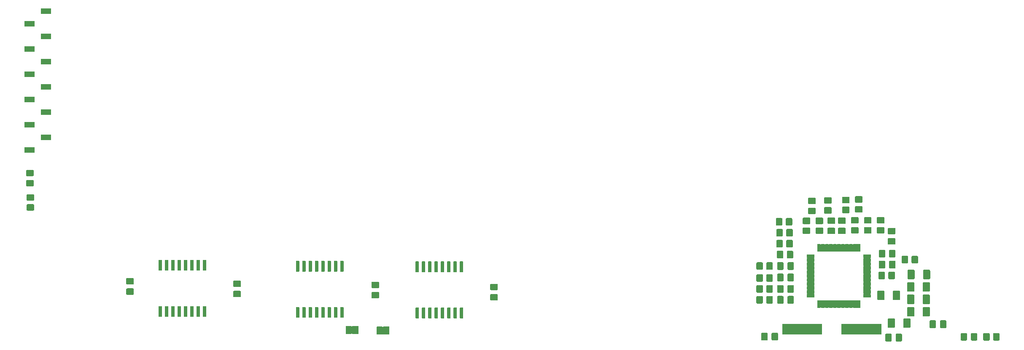
<source format=gbr>
G04 #@! TF.GenerationSoftware,KiCad,Pcbnew,5.1.5+dfsg1-2build2*
G04 #@! TF.CreationDate,2024-07-02T19:45:50+01:00*
G04 #@! TF.ProjectId,qt_touch1,71745f74-6f75-4636-9831-2e6b69636164,rev?*
G04 #@! TF.SameCoordinates,Original*
G04 #@! TF.FileFunction,Soldermask,Bot*
G04 #@! TF.FilePolarity,Negative*
%FSLAX46Y46*%
G04 Gerber Fmt 4.6, Leading zero omitted, Abs format (unit mm)*
G04 Created by KiCad (PCBNEW 5.1.5+dfsg1-2build2) date 2024-07-02 19:45:50*
%MOMM*%
%LPD*%
G04 APERTURE LIST*
%ADD10C,0.100000*%
G04 APERTURE END LIST*
D10*
G36*
X207914983Y-139628434D02*
G01*
X207952372Y-139639776D01*
X207986826Y-139658191D01*
X208017025Y-139682975D01*
X208041809Y-139713174D01*
X208060224Y-139747628D01*
X208071566Y-139785017D01*
X208076000Y-139830035D01*
X208076000Y-140969965D01*
X208071566Y-141014983D01*
X208060224Y-141052372D01*
X208041809Y-141086826D01*
X208017025Y-141117025D01*
X207986826Y-141141809D01*
X207952372Y-141160224D01*
X207914983Y-141171566D01*
X207869965Y-141176000D01*
X207005035Y-141176000D01*
X206960017Y-141171566D01*
X206922628Y-141160224D01*
X206888174Y-141141809D01*
X206857975Y-141117025D01*
X206833191Y-141086826D01*
X206814776Y-141052372D01*
X206803434Y-141014983D01*
X206799000Y-140969965D01*
X206799000Y-139830035D01*
X206803434Y-139785017D01*
X206814776Y-139747628D01*
X206833191Y-139713174D01*
X206857975Y-139682975D01*
X206888174Y-139658191D01*
X206922628Y-139639776D01*
X206960017Y-139628434D01*
X207005035Y-139624000D01*
X207869965Y-139624000D01*
X207914983Y-139628434D01*
G37*
G36*
X205839983Y-139628434D02*
G01*
X205877372Y-139639776D01*
X205911826Y-139658191D01*
X205942025Y-139682975D01*
X205966809Y-139713174D01*
X205985224Y-139747628D01*
X205996566Y-139785017D01*
X206001000Y-139830035D01*
X206001000Y-140969965D01*
X205996566Y-141014983D01*
X205985224Y-141052372D01*
X205966809Y-141086826D01*
X205942025Y-141117025D01*
X205911826Y-141141809D01*
X205877372Y-141160224D01*
X205839983Y-141171566D01*
X205794965Y-141176000D01*
X204930035Y-141176000D01*
X204885017Y-141171566D01*
X204847628Y-141160224D01*
X204813174Y-141141809D01*
X204782975Y-141117025D01*
X204758191Y-141086826D01*
X204739776Y-141052372D01*
X204728434Y-141014983D01*
X204724000Y-140969965D01*
X204724000Y-139830035D01*
X204728434Y-139785017D01*
X204739776Y-139747628D01*
X204758191Y-139713174D01*
X204782975Y-139682975D01*
X204813174Y-139658191D01*
X204847628Y-139639776D01*
X204885017Y-139628434D01*
X204930035Y-139624000D01*
X205794965Y-139624000D01*
X205839983Y-139628434D01*
G37*
G36*
X227516242Y-139503404D02*
G01*
X227553337Y-139514657D01*
X227587515Y-139532925D01*
X227617481Y-139557519D01*
X227642075Y-139587485D01*
X227660343Y-139621663D01*
X227671596Y-139658758D01*
X227676000Y-139703474D01*
X227676000Y-140796526D01*
X227671596Y-140841242D01*
X227660343Y-140878337D01*
X227642075Y-140912515D01*
X227617481Y-140942481D01*
X227587515Y-140967075D01*
X227553337Y-140985343D01*
X227516242Y-140996596D01*
X227471526Y-141001000D01*
X226578474Y-141001000D01*
X226533758Y-140996596D01*
X226496663Y-140985343D01*
X226462485Y-140967075D01*
X226432519Y-140942481D01*
X226407925Y-140912515D01*
X226389657Y-140878337D01*
X226378404Y-140841242D01*
X226374000Y-140796526D01*
X226374000Y-139703474D01*
X226378404Y-139658758D01*
X226389657Y-139621663D01*
X226407925Y-139587485D01*
X226432519Y-139557519D01*
X226462485Y-139532925D01*
X226496663Y-139514657D01*
X226533758Y-139503404D01*
X226578474Y-139499000D01*
X227471526Y-139499000D01*
X227516242Y-139503404D01*
G37*
G36*
X225516242Y-139503404D02*
G01*
X225553337Y-139514657D01*
X225587515Y-139532925D01*
X225617481Y-139557519D01*
X225642075Y-139587485D01*
X225660343Y-139621663D01*
X225671596Y-139658758D01*
X225676000Y-139703474D01*
X225676000Y-140796526D01*
X225671596Y-140841242D01*
X225660343Y-140878337D01*
X225642075Y-140912515D01*
X225617481Y-140942481D01*
X225587515Y-140967075D01*
X225553337Y-140985343D01*
X225516242Y-140996596D01*
X225471526Y-141001000D01*
X224578474Y-141001000D01*
X224533758Y-140996596D01*
X224496663Y-140985343D01*
X224462485Y-140967075D01*
X224432519Y-140942481D01*
X224407925Y-140912515D01*
X224389657Y-140878337D01*
X224378404Y-140841242D01*
X224374000Y-140796526D01*
X224374000Y-139703474D01*
X224378404Y-139658758D01*
X224389657Y-139621663D01*
X224407925Y-139587485D01*
X224432519Y-139557519D01*
X224462485Y-139532925D01*
X224496663Y-139514657D01*
X224533758Y-139503404D01*
X224578474Y-139499000D01*
X225471526Y-139499000D01*
X225516242Y-139503404D01*
G37*
G36*
X223013674Y-139503465D02*
G01*
X223051367Y-139514899D01*
X223086103Y-139533466D01*
X223116548Y-139558452D01*
X223141534Y-139588897D01*
X223160101Y-139623633D01*
X223171535Y-139661326D01*
X223176000Y-139706661D01*
X223176000Y-140793339D01*
X223171535Y-140838674D01*
X223160101Y-140876367D01*
X223141534Y-140911103D01*
X223116548Y-140941548D01*
X223086103Y-140966534D01*
X223051367Y-140985101D01*
X223013674Y-140996535D01*
X222968339Y-141001000D01*
X222131661Y-141001000D01*
X222086326Y-140996535D01*
X222048633Y-140985101D01*
X222013897Y-140966534D01*
X221983452Y-140941548D01*
X221958466Y-140911103D01*
X221939899Y-140876367D01*
X221928465Y-140838674D01*
X221924000Y-140793339D01*
X221924000Y-139706661D01*
X221928465Y-139661326D01*
X221939899Y-139623633D01*
X221958466Y-139588897D01*
X221983452Y-139558452D01*
X222013897Y-139533466D01*
X222048633Y-139514899D01*
X222086326Y-139503465D01*
X222131661Y-139499000D01*
X222968339Y-139499000D01*
X223013674Y-139503465D01*
G37*
G36*
X220963674Y-139503465D02*
G01*
X221001367Y-139514899D01*
X221036103Y-139533466D01*
X221066548Y-139558452D01*
X221091534Y-139588897D01*
X221110101Y-139623633D01*
X221121535Y-139661326D01*
X221126000Y-139706661D01*
X221126000Y-140793339D01*
X221121535Y-140838674D01*
X221110101Y-140876367D01*
X221091534Y-140911103D01*
X221066548Y-140941548D01*
X221036103Y-140966534D01*
X221001367Y-140985101D01*
X220963674Y-140996535D01*
X220918339Y-141001000D01*
X220081661Y-141001000D01*
X220036326Y-140996535D01*
X219998633Y-140985101D01*
X219963897Y-140966534D01*
X219933452Y-140941548D01*
X219908466Y-140911103D01*
X219889899Y-140876367D01*
X219878465Y-140838674D01*
X219874000Y-140793339D01*
X219874000Y-139706661D01*
X219878465Y-139661326D01*
X219889899Y-139623633D01*
X219908466Y-139588897D01*
X219933452Y-139558452D01*
X219963897Y-139533466D01*
X219998633Y-139514899D01*
X220036326Y-139503465D01*
X220081661Y-139499000D01*
X220918339Y-139499000D01*
X220963674Y-139503465D01*
G37*
G36*
X183014983Y-139428434D02*
G01*
X183052372Y-139439776D01*
X183086826Y-139458191D01*
X183117025Y-139482975D01*
X183141809Y-139513174D01*
X183160224Y-139547628D01*
X183171566Y-139585017D01*
X183176000Y-139630035D01*
X183176000Y-140769965D01*
X183171566Y-140814983D01*
X183160224Y-140852372D01*
X183141809Y-140886826D01*
X183117025Y-140917025D01*
X183086826Y-140941809D01*
X183052372Y-140960224D01*
X183014983Y-140971566D01*
X182969965Y-140976000D01*
X182105035Y-140976000D01*
X182060017Y-140971566D01*
X182022628Y-140960224D01*
X181988174Y-140941809D01*
X181957975Y-140917025D01*
X181933191Y-140886826D01*
X181914776Y-140852372D01*
X181903434Y-140814983D01*
X181899000Y-140769965D01*
X181899000Y-139630035D01*
X181903434Y-139585017D01*
X181914776Y-139547628D01*
X181933191Y-139513174D01*
X181957975Y-139482975D01*
X181988174Y-139458191D01*
X182022628Y-139439776D01*
X182060017Y-139428434D01*
X182105035Y-139424000D01*
X182969965Y-139424000D01*
X183014983Y-139428434D01*
G37*
G36*
X180939983Y-139428434D02*
G01*
X180977372Y-139439776D01*
X181011826Y-139458191D01*
X181042025Y-139482975D01*
X181066809Y-139513174D01*
X181085224Y-139547628D01*
X181096566Y-139585017D01*
X181101000Y-139630035D01*
X181101000Y-140769965D01*
X181096566Y-140814983D01*
X181085224Y-140852372D01*
X181066809Y-140886826D01*
X181042025Y-140917025D01*
X181011826Y-140941809D01*
X180977372Y-140960224D01*
X180939983Y-140971566D01*
X180894965Y-140976000D01*
X180030035Y-140976000D01*
X179985017Y-140971566D01*
X179947628Y-140960224D01*
X179913174Y-140941809D01*
X179882975Y-140917025D01*
X179858191Y-140886826D01*
X179839776Y-140852372D01*
X179828434Y-140814983D01*
X179824000Y-140769965D01*
X179824000Y-139630035D01*
X179828434Y-139585017D01*
X179839776Y-139547628D01*
X179858191Y-139513174D01*
X179882975Y-139482975D01*
X179913174Y-139458191D01*
X179947628Y-139439776D01*
X179985017Y-139428434D01*
X180030035Y-139424000D01*
X180894965Y-139424000D01*
X180939983Y-139428434D01*
G37*
G36*
X103684999Y-138199737D02*
G01*
X103694608Y-138202652D01*
X103703472Y-138207390D01*
X103711212Y-138213742D01*
X103711213Y-138213743D01*
X103711237Y-138213763D01*
X103717640Y-138221573D01*
X103717677Y-138221628D01*
X103725480Y-138231147D01*
X103725511Y-138231122D01*
X103736853Y-138244972D01*
X103755779Y-138260537D01*
X103777377Y-138272111D01*
X103800819Y-138279249D01*
X103825202Y-138281676D01*
X103849591Y-138279300D01*
X103873047Y-138272211D01*
X103894670Y-138260682D01*
X103913628Y-138245157D01*
X103929193Y-138226231D01*
X103931029Y-138223175D01*
X103932418Y-138221486D01*
X103932419Y-138221484D01*
X103938801Y-138213725D01*
X103946573Y-138207360D01*
X103946575Y-138207358D01*
X103955399Y-138202654D01*
X103955438Y-138202633D01*
X103965055Y-138199727D01*
X103965085Y-138199718D01*
X103981113Y-138198148D01*
X105118860Y-138198148D01*
X105134999Y-138199737D01*
X105144608Y-138202652D01*
X105153472Y-138207390D01*
X105161237Y-138213763D01*
X105167610Y-138221528D01*
X105172348Y-138230392D01*
X105175263Y-138240001D01*
X105176852Y-138256140D01*
X105176852Y-139743860D01*
X105175263Y-139759999D01*
X105172348Y-139769608D01*
X105167610Y-139778472D01*
X105161237Y-139786237D01*
X105153472Y-139792610D01*
X105144608Y-139797348D01*
X105134999Y-139800263D01*
X105118860Y-139801852D01*
X103981140Y-139801852D01*
X103965001Y-139800263D01*
X103955392Y-139797348D01*
X103946528Y-139792610D01*
X103938763Y-139786237D01*
X103928116Y-139773263D01*
X103921947Y-139764032D01*
X103904619Y-139746706D01*
X103884244Y-139733093D01*
X103861605Y-139723717D01*
X103837572Y-139718937D01*
X103813068Y-139718938D01*
X103789035Y-139723720D01*
X103766396Y-139733098D01*
X103746022Y-139746713D01*
X103728696Y-139764041D01*
X103721825Y-139773317D01*
X103717640Y-139778427D01*
X103711275Y-139786199D01*
X103703516Y-139792581D01*
X103694661Y-139797326D01*
X103691623Y-139798251D01*
X103685085Y-139800242D01*
X103685082Y-139800242D01*
X103685050Y-139800252D01*
X103675000Y-139801247D01*
X103674935Y-139801247D01*
X103668825Y-139801852D01*
X102681140Y-139801852D01*
X102665001Y-139800263D01*
X102655392Y-139797348D01*
X102646528Y-139792610D01*
X102638763Y-139786237D01*
X102632390Y-139778472D01*
X102627652Y-139769608D01*
X102624737Y-139759999D01*
X102623148Y-139743860D01*
X102623148Y-138256140D01*
X102624737Y-138240001D01*
X102627652Y-138230392D01*
X102632390Y-138221528D01*
X102638763Y-138213763D01*
X102646528Y-138207390D01*
X102655392Y-138202652D01*
X102665001Y-138199737D01*
X102681140Y-138198148D01*
X103668860Y-138198148D01*
X103684999Y-138199737D01*
G37*
G36*
X203926000Y-139751000D02*
G01*
X195949000Y-139751000D01*
X195949000Y-137649000D01*
X203926000Y-137649000D01*
X203926000Y-139751000D01*
G37*
G36*
X192051000Y-139751000D02*
G01*
X184074000Y-139751000D01*
X184074000Y-137649000D01*
X192051000Y-137649000D01*
X192051000Y-139751000D01*
G37*
G36*
X97484999Y-138099737D02*
G01*
X97494608Y-138102652D01*
X97503472Y-138107390D01*
X97511212Y-138113742D01*
X97511213Y-138113743D01*
X97511237Y-138113763D01*
X97517640Y-138121573D01*
X97517677Y-138121628D01*
X97525480Y-138131147D01*
X97525511Y-138131122D01*
X97536853Y-138144972D01*
X97555779Y-138160537D01*
X97577377Y-138172111D01*
X97600819Y-138179249D01*
X97625202Y-138181676D01*
X97649591Y-138179300D01*
X97673047Y-138172211D01*
X97694670Y-138160682D01*
X97713628Y-138145157D01*
X97729193Y-138126231D01*
X97731029Y-138123175D01*
X97732418Y-138121486D01*
X97732419Y-138121484D01*
X97738801Y-138113725D01*
X97746573Y-138107360D01*
X97746575Y-138107358D01*
X97755399Y-138102654D01*
X97755438Y-138102633D01*
X97765055Y-138099727D01*
X97765085Y-138099718D01*
X97781113Y-138098148D01*
X98918860Y-138098148D01*
X98934999Y-138099737D01*
X98944608Y-138102652D01*
X98953472Y-138107390D01*
X98961237Y-138113763D01*
X98967610Y-138121528D01*
X98972348Y-138130392D01*
X98975263Y-138140001D01*
X98976852Y-138156140D01*
X98976852Y-139643860D01*
X98975263Y-139659999D01*
X98972348Y-139669608D01*
X98967610Y-139678472D01*
X98961237Y-139686237D01*
X98953472Y-139692610D01*
X98944608Y-139697348D01*
X98934999Y-139700263D01*
X98918860Y-139701852D01*
X97781140Y-139701852D01*
X97765001Y-139700263D01*
X97755392Y-139697348D01*
X97746528Y-139692610D01*
X97738763Y-139686237D01*
X97728116Y-139673263D01*
X97721947Y-139664032D01*
X97704619Y-139646706D01*
X97684244Y-139633093D01*
X97661605Y-139623717D01*
X97637572Y-139618937D01*
X97613068Y-139618938D01*
X97589035Y-139623720D01*
X97566396Y-139633098D01*
X97546022Y-139646713D01*
X97528696Y-139664041D01*
X97521825Y-139673317D01*
X97517640Y-139678427D01*
X97511275Y-139686199D01*
X97503516Y-139692581D01*
X97494661Y-139697326D01*
X97491623Y-139698251D01*
X97485085Y-139700242D01*
X97485082Y-139700242D01*
X97485050Y-139700252D01*
X97475000Y-139701247D01*
X97474935Y-139701247D01*
X97468825Y-139701852D01*
X96481140Y-139701852D01*
X96465001Y-139700263D01*
X96455392Y-139697348D01*
X96446528Y-139692610D01*
X96438763Y-139686237D01*
X96432390Y-139678472D01*
X96427652Y-139669608D01*
X96424737Y-139659999D01*
X96423148Y-139643860D01*
X96423148Y-138156140D01*
X96424737Y-138140001D01*
X96427652Y-138130392D01*
X96432390Y-138121528D01*
X96438763Y-138113763D01*
X96446528Y-138107390D01*
X96455392Y-138102652D01*
X96465001Y-138099737D01*
X96481140Y-138098148D01*
X97468860Y-138098148D01*
X97484999Y-138099737D01*
G37*
G36*
X216814983Y-136928434D02*
G01*
X216852372Y-136939776D01*
X216886826Y-136958191D01*
X216917025Y-136982975D01*
X216941809Y-137013174D01*
X216960224Y-137047628D01*
X216971566Y-137085017D01*
X216976000Y-137130035D01*
X216976000Y-138269965D01*
X216971566Y-138314983D01*
X216960224Y-138352372D01*
X216941809Y-138386826D01*
X216917025Y-138417025D01*
X216886826Y-138441809D01*
X216852372Y-138460224D01*
X216814983Y-138471566D01*
X216769965Y-138476000D01*
X215905035Y-138476000D01*
X215860017Y-138471566D01*
X215822628Y-138460224D01*
X215788174Y-138441809D01*
X215757975Y-138417025D01*
X215733191Y-138386826D01*
X215714776Y-138352372D01*
X215703434Y-138314983D01*
X215699000Y-138269965D01*
X215699000Y-137130035D01*
X215703434Y-137085017D01*
X215714776Y-137047628D01*
X215733191Y-137013174D01*
X215757975Y-136982975D01*
X215788174Y-136958191D01*
X215822628Y-136939776D01*
X215860017Y-136928434D01*
X215905035Y-136924000D01*
X216769965Y-136924000D01*
X216814983Y-136928434D01*
G37*
G36*
X214739983Y-136928434D02*
G01*
X214777372Y-136939776D01*
X214811826Y-136958191D01*
X214842025Y-136982975D01*
X214866809Y-137013174D01*
X214885224Y-137047628D01*
X214896566Y-137085017D01*
X214901000Y-137130035D01*
X214901000Y-138269965D01*
X214896566Y-138314983D01*
X214885224Y-138352372D01*
X214866809Y-138386826D01*
X214842025Y-138417025D01*
X214811826Y-138441809D01*
X214777372Y-138460224D01*
X214739983Y-138471566D01*
X214694965Y-138476000D01*
X213830035Y-138476000D01*
X213785017Y-138471566D01*
X213747628Y-138460224D01*
X213713174Y-138441809D01*
X213682975Y-138417025D01*
X213658191Y-138386826D01*
X213639776Y-138352372D01*
X213628434Y-138314983D01*
X213624000Y-138269965D01*
X213624000Y-137130035D01*
X213628434Y-137085017D01*
X213639776Y-137047628D01*
X213658191Y-137013174D01*
X213682975Y-136982975D01*
X213713174Y-136958191D01*
X213747628Y-136939776D01*
X213785017Y-136928434D01*
X213830035Y-136924000D01*
X214694965Y-136924000D01*
X214739983Y-136928434D01*
G37*
G36*
X206496811Y-136553271D02*
G01*
X206532603Y-136564129D01*
X206565595Y-136581763D01*
X206594508Y-136605492D01*
X206618237Y-136634405D01*
X206635871Y-136667397D01*
X206646729Y-136703189D01*
X206651000Y-136746555D01*
X206651000Y-138253445D01*
X206646729Y-138296811D01*
X206635871Y-138332603D01*
X206618237Y-138365595D01*
X206594508Y-138394508D01*
X206565595Y-138418237D01*
X206532603Y-138435871D01*
X206496811Y-138446729D01*
X206453445Y-138451000D01*
X205421555Y-138451000D01*
X205378189Y-138446729D01*
X205342397Y-138435871D01*
X205309405Y-138418237D01*
X205280492Y-138394508D01*
X205256763Y-138365595D01*
X205239129Y-138332603D01*
X205228271Y-138296811D01*
X205224000Y-138253445D01*
X205224000Y-136746555D01*
X205228271Y-136703189D01*
X205239129Y-136667397D01*
X205256763Y-136634405D01*
X205280492Y-136605492D01*
X205309405Y-136581763D01*
X205342397Y-136564129D01*
X205378189Y-136553271D01*
X205421555Y-136549000D01*
X206453445Y-136549000D01*
X206496811Y-136553271D01*
G37*
G36*
X209621811Y-136553271D02*
G01*
X209657603Y-136564129D01*
X209690595Y-136581763D01*
X209719508Y-136605492D01*
X209743237Y-136634405D01*
X209760871Y-136667397D01*
X209771729Y-136703189D01*
X209776000Y-136746555D01*
X209776000Y-138253445D01*
X209771729Y-138296811D01*
X209760871Y-138332603D01*
X209743237Y-138365595D01*
X209719508Y-138394508D01*
X209690595Y-138418237D01*
X209657603Y-138435871D01*
X209621811Y-138446729D01*
X209578445Y-138451000D01*
X208546555Y-138451000D01*
X208503189Y-138446729D01*
X208467397Y-138435871D01*
X208434405Y-138418237D01*
X208405492Y-138394508D01*
X208381763Y-138365595D01*
X208364129Y-138332603D01*
X208353271Y-138296811D01*
X208349000Y-138253445D01*
X208349000Y-136746555D01*
X208353271Y-136703189D01*
X208364129Y-136667397D01*
X208381763Y-136634405D01*
X208405492Y-136605492D01*
X208434405Y-136581763D01*
X208467397Y-136564129D01*
X208503189Y-136553271D01*
X208546555Y-136549000D01*
X209578445Y-136549000D01*
X209621811Y-136553271D01*
G37*
G36*
X117364928Y-134376764D02*
G01*
X117386009Y-134383160D01*
X117405445Y-134393548D01*
X117422476Y-134407524D01*
X117436452Y-134424555D01*
X117446840Y-134443991D01*
X117453236Y-134465072D01*
X117456000Y-134493140D01*
X117456000Y-136406860D01*
X117453236Y-136434928D01*
X117446840Y-136456009D01*
X117436452Y-136475445D01*
X117422476Y-136492476D01*
X117405445Y-136506452D01*
X117386009Y-136516840D01*
X117364928Y-136523236D01*
X117336860Y-136526000D01*
X116873140Y-136526000D01*
X116845072Y-136523236D01*
X116823991Y-136516840D01*
X116804555Y-136506452D01*
X116787524Y-136492476D01*
X116773548Y-136475445D01*
X116763160Y-136456009D01*
X116756764Y-136434928D01*
X116754000Y-136406860D01*
X116754000Y-134493140D01*
X116756764Y-134465072D01*
X116763160Y-134443991D01*
X116773548Y-134424555D01*
X116787524Y-134407524D01*
X116804555Y-134393548D01*
X116823991Y-134383160D01*
X116845072Y-134376764D01*
X116873140Y-134374000D01*
X117336860Y-134374000D01*
X117364928Y-134376764D01*
G37*
G36*
X119904928Y-134376764D02*
G01*
X119926009Y-134383160D01*
X119945445Y-134393548D01*
X119962476Y-134407524D01*
X119976452Y-134424555D01*
X119986840Y-134443991D01*
X119993236Y-134465072D01*
X119996000Y-134493140D01*
X119996000Y-136406860D01*
X119993236Y-136434928D01*
X119986840Y-136456009D01*
X119976452Y-136475445D01*
X119962476Y-136492476D01*
X119945445Y-136506452D01*
X119926009Y-136516840D01*
X119904928Y-136523236D01*
X119876860Y-136526000D01*
X119413140Y-136526000D01*
X119385072Y-136523236D01*
X119363991Y-136516840D01*
X119344555Y-136506452D01*
X119327524Y-136492476D01*
X119313548Y-136475445D01*
X119303160Y-136456009D01*
X119296764Y-136434928D01*
X119294000Y-136406860D01*
X119294000Y-134493140D01*
X119296764Y-134465072D01*
X119303160Y-134443991D01*
X119313548Y-134424555D01*
X119327524Y-134407524D01*
X119344555Y-134393548D01*
X119363991Y-134383160D01*
X119385072Y-134376764D01*
X119413140Y-134374000D01*
X119876860Y-134374000D01*
X119904928Y-134376764D01*
G37*
G36*
X118634928Y-134376764D02*
G01*
X118656009Y-134383160D01*
X118675445Y-134393548D01*
X118692476Y-134407524D01*
X118706452Y-134424555D01*
X118716840Y-134443991D01*
X118723236Y-134465072D01*
X118726000Y-134493140D01*
X118726000Y-136406860D01*
X118723236Y-136434928D01*
X118716840Y-136456009D01*
X118706452Y-136475445D01*
X118692476Y-136492476D01*
X118675445Y-136506452D01*
X118656009Y-136516840D01*
X118634928Y-136523236D01*
X118606860Y-136526000D01*
X118143140Y-136526000D01*
X118115072Y-136523236D01*
X118093991Y-136516840D01*
X118074555Y-136506452D01*
X118057524Y-136492476D01*
X118043548Y-136475445D01*
X118033160Y-136456009D01*
X118026764Y-136434928D01*
X118024000Y-136406860D01*
X118024000Y-134493140D01*
X118026764Y-134465072D01*
X118033160Y-134443991D01*
X118043548Y-134424555D01*
X118057524Y-134407524D01*
X118074555Y-134393548D01*
X118093991Y-134383160D01*
X118115072Y-134376764D01*
X118143140Y-134374000D01*
X118606860Y-134374000D01*
X118634928Y-134376764D01*
G37*
G36*
X116094928Y-134376764D02*
G01*
X116116009Y-134383160D01*
X116135445Y-134393548D01*
X116152476Y-134407524D01*
X116166452Y-134424555D01*
X116176840Y-134443991D01*
X116183236Y-134465072D01*
X116186000Y-134493140D01*
X116186000Y-136406860D01*
X116183236Y-136434928D01*
X116176840Y-136456009D01*
X116166452Y-136475445D01*
X116152476Y-136492476D01*
X116135445Y-136506452D01*
X116116009Y-136516840D01*
X116094928Y-136523236D01*
X116066860Y-136526000D01*
X115603140Y-136526000D01*
X115575072Y-136523236D01*
X115553991Y-136516840D01*
X115534555Y-136506452D01*
X115517524Y-136492476D01*
X115503548Y-136475445D01*
X115493160Y-136456009D01*
X115486764Y-136434928D01*
X115484000Y-136406860D01*
X115484000Y-134493140D01*
X115486764Y-134465072D01*
X115493160Y-134443991D01*
X115503548Y-134424555D01*
X115517524Y-134407524D01*
X115534555Y-134393548D01*
X115553991Y-134383160D01*
X115575072Y-134376764D01*
X115603140Y-134374000D01*
X116066860Y-134374000D01*
X116094928Y-134376764D01*
G37*
G36*
X114824928Y-134376764D02*
G01*
X114846009Y-134383160D01*
X114865445Y-134393548D01*
X114882476Y-134407524D01*
X114896452Y-134424555D01*
X114906840Y-134443991D01*
X114913236Y-134465072D01*
X114916000Y-134493140D01*
X114916000Y-136406860D01*
X114913236Y-136434928D01*
X114906840Y-136456009D01*
X114896452Y-136475445D01*
X114882476Y-136492476D01*
X114865445Y-136506452D01*
X114846009Y-136516840D01*
X114824928Y-136523236D01*
X114796860Y-136526000D01*
X114333140Y-136526000D01*
X114305072Y-136523236D01*
X114283991Y-136516840D01*
X114264555Y-136506452D01*
X114247524Y-136492476D01*
X114233548Y-136475445D01*
X114223160Y-136456009D01*
X114216764Y-136434928D01*
X114214000Y-136406860D01*
X114214000Y-134493140D01*
X114216764Y-134465072D01*
X114223160Y-134443991D01*
X114233548Y-134424555D01*
X114247524Y-134407524D01*
X114264555Y-134393548D01*
X114283991Y-134383160D01*
X114305072Y-134376764D01*
X114333140Y-134374000D01*
X114796860Y-134374000D01*
X114824928Y-134376764D01*
G37*
G36*
X113554928Y-134376764D02*
G01*
X113576009Y-134383160D01*
X113595445Y-134393548D01*
X113612476Y-134407524D01*
X113626452Y-134424555D01*
X113636840Y-134443991D01*
X113643236Y-134465072D01*
X113646000Y-134493140D01*
X113646000Y-136406860D01*
X113643236Y-136434928D01*
X113636840Y-136456009D01*
X113626452Y-136475445D01*
X113612476Y-136492476D01*
X113595445Y-136506452D01*
X113576009Y-136516840D01*
X113554928Y-136523236D01*
X113526860Y-136526000D01*
X113063140Y-136526000D01*
X113035072Y-136523236D01*
X113013991Y-136516840D01*
X112994555Y-136506452D01*
X112977524Y-136492476D01*
X112963548Y-136475445D01*
X112953160Y-136456009D01*
X112946764Y-136434928D01*
X112944000Y-136406860D01*
X112944000Y-134493140D01*
X112946764Y-134465072D01*
X112953160Y-134443991D01*
X112963548Y-134424555D01*
X112977524Y-134407524D01*
X112994555Y-134393548D01*
X113013991Y-134383160D01*
X113035072Y-134376764D01*
X113063140Y-134374000D01*
X113526860Y-134374000D01*
X113554928Y-134376764D01*
G37*
G36*
X111014928Y-134376764D02*
G01*
X111036009Y-134383160D01*
X111055445Y-134393548D01*
X111072476Y-134407524D01*
X111086452Y-134424555D01*
X111096840Y-134443991D01*
X111103236Y-134465072D01*
X111106000Y-134493140D01*
X111106000Y-136406860D01*
X111103236Y-136434928D01*
X111096840Y-136456009D01*
X111086452Y-136475445D01*
X111072476Y-136492476D01*
X111055445Y-136506452D01*
X111036009Y-136516840D01*
X111014928Y-136523236D01*
X110986860Y-136526000D01*
X110523140Y-136526000D01*
X110495072Y-136523236D01*
X110473991Y-136516840D01*
X110454555Y-136506452D01*
X110437524Y-136492476D01*
X110423548Y-136475445D01*
X110413160Y-136456009D01*
X110406764Y-136434928D01*
X110404000Y-136406860D01*
X110404000Y-134493140D01*
X110406764Y-134465072D01*
X110413160Y-134443991D01*
X110423548Y-134424555D01*
X110437524Y-134407524D01*
X110454555Y-134393548D01*
X110473991Y-134383160D01*
X110495072Y-134376764D01*
X110523140Y-134374000D01*
X110986860Y-134374000D01*
X111014928Y-134376764D01*
G37*
G36*
X112284928Y-134376764D02*
G01*
X112306009Y-134383160D01*
X112325445Y-134393548D01*
X112342476Y-134407524D01*
X112356452Y-134424555D01*
X112366840Y-134443991D01*
X112373236Y-134465072D01*
X112376000Y-134493140D01*
X112376000Y-136406860D01*
X112373236Y-136434928D01*
X112366840Y-136456009D01*
X112356452Y-136475445D01*
X112342476Y-136492476D01*
X112325445Y-136506452D01*
X112306009Y-136516840D01*
X112284928Y-136523236D01*
X112256860Y-136526000D01*
X111793140Y-136526000D01*
X111765072Y-136523236D01*
X111743991Y-136516840D01*
X111724555Y-136506452D01*
X111707524Y-136492476D01*
X111693548Y-136475445D01*
X111683160Y-136456009D01*
X111676764Y-136434928D01*
X111674000Y-136406860D01*
X111674000Y-134493140D01*
X111676764Y-134465072D01*
X111683160Y-134443991D01*
X111693548Y-134424555D01*
X111707524Y-134407524D01*
X111724555Y-134393548D01*
X111743991Y-134383160D01*
X111765072Y-134376764D01*
X111793140Y-134374000D01*
X112256860Y-134374000D01*
X112284928Y-134376764D01*
G37*
G36*
X93364928Y-134276764D02*
G01*
X93386009Y-134283160D01*
X93405445Y-134293548D01*
X93422476Y-134307524D01*
X93436452Y-134324555D01*
X93446840Y-134343991D01*
X93453236Y-134365072D01*
X93456000Y-134393140D01*
X93456000Y-136306860D01*
X93453236Y-136334928D01*
X93446840Y-136356009D01*
X93436452Y-136375445D01*
X93422476Y-136392476D01*
X93405445Y-136406452D01*
X93386009Y-136416840D01*
X93364928Y-136423236D01*
X93336860Y-136426000D01*
X92873140Y-136426000D01*
X92845072Y-136423236D01*
X92823991Y-136416840D01*
X92804555Y-136406452D01*
X92787524Y-136392476D01*
X92773548Y-136375445D01*
X92763160Y-136356009D01*
X92756764Y-136334928D01*
X92754000Y-136306860D01*
X92754000Y-134393140D01*
X92756764Y-134365072D01*
X92763160Y-134343991D01*
X92773548Y-134324555D01*
X92787524Y-134307524D01*
X92804555Y-134293548D01*
X92823991Y-134283160D01*
X92845072Y-134276764D01*
X92873140Y-134274000D01*
X93336860Y-134274000D01*
X93364928Y-134276764D01*
G37*
G36*
X87014928Y-134276764D02*
G01*
X87036009Y-134283160D01*
X87055445Y-134293548D01*
X87072476Y-134307524D01*
X87086452Y-134324555D01*
X87096840Y-134343991D01*
X87103236Y-134365072D01*
X87106000Y-134393140D01*
X87106000Y-136306860D01*
X87103236Y-136334928D01*
X87096840Y-136356009D01*
X87086452Y-136375445D01*
X87072476Y-136392476D01*
X87055445Y-136406452D01*
X87036009Y-136416840D01*
X87014928Y-136423236D01*
X86986860Y-136426000D01*
X86523140Y-136426000D01*
X86495072Y-136423236D01*
X86473991Y-136416840D01*
X86454555Y-136406452D01*
X86437524Y-136392476D01*
X86423548Y-136375445D01*
X86413160Y-136356009D01*
X86406764Y-136334928D01*
X86404000Y-136306860D01*
X86404000Y-134393140D01*
X86406764Y-134365072D01*
X86413160Y-134343991D01*
X86423548Y-134324555D01*
X86437524Y-134307524D01*
X86454555Y-134293548D01*
X86473991Y-134283160D01*
X86495072Y-134276764D01*
X86523140Y-134274000D01*
X86986860Y-134274000D01*
X87014928Y-134276764D01*
G37*
G36*
X88284928Y-134276764D02*
G01*
X88306009Y-134283160D01*
X88325445Y-134293548D01*
X88342476Y-134307524D01*
X88356452Y-134324555D01*
X88366840Y-134343991D01*
X88373236Y-134365072D01*
X88376000Y-134393140D01*
X88376000Y-136306860D01*
X88373236Y-136334928D01*
X88366840Y-136356009D01*
X88356452Y-136375445D01*
X88342476Y-136392476D01*
X88325445Y-136406452D01*
X88306009Y-136416840D01*
X88284928Y-136423236D01*
X88256860Y-136426000D01*
X87793140Y-136426000D01*
X87765072Y-136423236D01*
X87743991Y-136416840D01*
X87724555Y-136406452D01*
X87707524Y-136392476D01*
X87693548Y-136375445D01*
X87683160Y-136356009D01*
X87676764Y-136334928D01*
X87674000Y-136306860D01*
X87674000Y-134393140D01*
X87676764Y-134365072D01*
X87683160Y-134343991D01*
X87693548Y-134324555D01*
X87707524Y-134307524D01*
X87724555Y-134293548D01*
X87743991Y-134283160D01*
X87765072Y-134276764D01*
X87793140Y-134274000D01*
X88256860Y-134274000D01*
X88284928Y-134276764D01*
G37*
G36*
X89554928Y-134276764D02*
G01*
X89576009Y-134283160D01*
X89595445Y-134293548D01*
X89612476Y-134307524D01*
X89626452Y-134324555D01*
X89636840Y-134343991D01*
X89643236Y-134365072D01*
X89646000Y-134393140D01*
X89646000Y-136306860D01*
X89643236Y-136334928D01*
X89636840Y-136356009D01*
X89626452Y-136375445D01*
X89612476Y-136392476D01*
X89595445Y-136406452D01*
X89576009Y-136416840D01*
X89554928Y-136423236D01*
X89526860Y-136426000D01*
X89063140Y-136426000D01*
X89035072Y-136423236D01*
X89013991Y-136416840D01*
X88994555Y-136406452D01*
X88977524Y-136392476D01*
X88963548Y-136375445D01*
X88953160Y-136356009D01*
X88946764Y-136334928D01*
X88944000Y-136306860D01*
X88944000Y-134393140D01*
X88946764Y-134365072D01*
X88953160Y-134343991D01*
X88963548Y-134324555D01*
X88977524Y-134307524D01*
X88994555Y-134293548D01*
X89013991Y-134283160D01*
X89035072Y-134276764D01*
X89063140Y-134274000D01*
X89526860Y-134274000D01*
X89554928Y-134276764D01*
G37*
G36*
X90824928Y-134276764D02*
G01*
X90846009Y-134283160D01*
X90865445Y-134293548D01*
X90882476Y-134307524D01*
X90896452Y-134324555D01*
X90906840Y-134343991D01*
X90913236Y-134365072D01*
X90916000Y-134393140D01*
X90916000Y-136306860D01*
X90913236Y-136334928D01*
X90906840Y-136356009D01*
X90896452Y-136375445D01*
X90882476Y-136392476D01*
X90865445Y-136406452D01*
X90846009Y-136416840D01*
X90824928Y-136423236D01*
X90796860Y-136426000D01*
X90333140Y-136426000D01*
X90305072Y-136423236D01*
X90283991Y-136416840D01*
X90264555Y-136406452D01*
X90247524Y-136392476D01*
X90233548Y-136375445D01*
X90223160Y-136356009D01*
X90216764Y-136334928D01*
X90214000Y-136306860D01*
X90214000Y-134393140D01*
X90216764Y-134365072D01*
X90223160Y-134343991D01*
X90233548Y-134324555D01*
X90247524Y-134307524D01*
X90264555Y-134293548D01*
X90283991Y-134283160D01*
X90305072Y-134276764D01*
X90333140Y-134274000D01*
X90796860Y-134274000D01*
X90824928Y-134276764D01*
G37*
G36*
X95904928Y-134276764D02*
G01*
X95926009Y-134283160D01*
X95945445Y-134293548D01*
X95962476Y-134307524D01*
X95976452Y-134324555D01*
X95986840Y-134343991D01*
X95993236Y-134365072D01*
X95996000Y-134393140D01*
X95996000Y-136306860D01*
X95993236Y-136334928D01*
X95986840Y-136356009D01*
X95976452Y-136375445D01*
X95962476Y-136392476D01*
X95945445Y-136406452D01*
X95926009Y-136416840D01*
X95904928Y-136423236D01*
X95876860Y-136426000D01*
X95413140Y-136426000D01*
X95385072Y-136423236D01*
X95363991Y-136416840D01*
X95344555Y-136406452D01*
X95327524Y-136392476D01*
X95313548Y-136375445D01*
X95303160Y-136356009D01*
X95296764Y-136334928D01*
X95294000Y-136306860D01*
X95294000Y-134393140D01*
X95296764Y-134365072D01*
X95303160Y-134343991D01*
X95313548Y-134324555D01*
X95327524Y-134307524D01*
X95344555Y-134293548D01*
X95363991Y-134283160D01*
X95385072Y-134276764D01*
X95413140Y-134274000D01*
X95876860Y-134274000D01*
X95904928Y-134276764D01*
G37*
G36*
X94634928Y-134276764D02*
G01*
X94656009Y-134283160D01*
X94675445Y-134293548D01*
X94692476Y-134307524D01*
X94706452Y-134324555D01*
X94716840Y-134343991D01*
X94723236Y-134365072D01*
X94726000Y-134393140D01*
X94726000Y-136306860D01*
X94723236Y-136334928D01*
X94716840Y-136356009D01*
X94706452Y-136375445D01*
X94692476Y-136392476D01*
X94675445Y-136406452D01*
X94656009Y-136416840D01*
X94634928Y-136423236D01*
X94606860Y-136426000D01*
X94143140Y-136426000D01*
X94115072Y-136423236D01*
X94093991Y-136416840D01*
X94074555Y-136406452D01*
X94057524Y-136392476D01*
X94043548Y-136375445D01*
X94033160Y-136356009D01*
X94026764Y-136334928D01*
X94024000Y-136306860D01*
X94024000Y-134393140D01*
X94026764Y-134365072D01*
X94033160Y-134343991D01*
X94043548Y-134324555D01*
X94057524Y-134307524D01*
X94074555Y-134293548D01*
X94093991Y-134283160D01*
X94115072Y-134276764D01*
X94143140Y-134274000D01*
X94606860Y-134274000D01*
X94634928Y-134276764D01*
G37*
G36*
X92094928Y-134276764D02*
G01*
X92116009Y-134283160D01*
X92135445Y-134293548D01*
X92152476Y-134307524D01*
X92166452Y-134324555D01*
X92176840Y-134343991D01*
X92183236Y-134365072D01*
X92186000Y-134393140D01*
X92186000Y-136306860D01*
X92183236Y-136334928D01*
X92176840Y-136356009D01*
X92166452Y-136375445D01*
X92152476Y-136392476D01*
X92135445Y-136406452D01*
X92116009Y-136416840D01*
X92094928Y-136423236D01*
X92066860Y-136426000D01*
X91603140Y-136426000D01*
X91575072Y-136423236D01*
X91553991Y-136416840D01*
X91534555Y-136406452D01*
X91517524Y-136392476D01*
X91503548Y-136375445D01*
X91493160Y-136356009D01*
X91486764Y-136334928D01*
X91484000Y-136306860D01*
X91484000Y-134393140D01*
X91486764Y-134365072D01*
X91493160Y-134343991D01*
X91503548Y-134324555D01*
X91517524Y-134307524D01*
X91534555Y-134293548D01*
X91553991Y-134283160D01*
X91575072Y-134276764D01*
X91603140Y-134274000D01*
X92066860Y-134274000D01*
X92094928Y-134276764D01*
G37*
G36*
X68304928Y-134076764D02*
G01*
X68326009Y-134083160D01*
X68345445Y-134093548D01*
X68362476Y-134107524D01*
X68376452Y-134124555D01*
X68386840Y-134143991D01*
X68393236Y-134165072D01*
X68396000Y-134193140D01*
X68396000Y-136106860D01*
X68393236Y-136134928D01*
X68386840Y-136156009D01*
X68376452Y-136175445D01*
X68362476Y-136192476D01*
X68345445Y-136206452D01*
X68326009Y-136216840D01*
X68304928Y-136223236D01*
X68276860Y-136226000D01*
X67813140Y-136226000D01*
X67785072Y-136223236D01*
X67763991Y-136216840D01*
X67744555Y-136206452D01*
X67727524Y-136192476D01*
X67713548Y-136175445D01*
X67703160Y-136156009D01*
X67696764Y-136134928D01*
X67694000Y-136106860D01*
X67694000Y-134193140D01*
X67696764Y-134165072D01*
X67703160Y-134143991D01*
X67713548Y-134124555D01*
X67727524Y-134107524D01*
X67744555Y-134093548D01*
X67763991Y-134083160D01*
X67785072Y-134076764D01*
X67813140Y-134074000D01*
X68276860Y-134074000D01*
X68304928Y-134076764D01*
G37*
G36*
X60684928Y-134076764D02*
G01*
X60706009Y-134083160D01*
X60725445Y-134093548D01*
X60742476Y-134107524D01*
X60756452Y-134124555D01*
X60766840Y-134143991D01*
X60773236Y-134165072D01*
X60776000Y-134193140D01*
X60776000Y-136106860D01*
X60773236Y-136134928D01*
X60766840Y-136156009D01*
X60756452Y-136175445D01*
X60742476Y-136192476D01*
X60725445Y-136206452D01*
X60706009Y-136216840D01*
X60684928Y-136223236D01*
X60656860Y-136226000D01*
X60193140Y-136226000D01*
X60165072Y-136223236D01*
X60143991Y-136216840D01*
X60124555Y-136206452D01*
X60107524Y-136192476D01*
X60093548Y-136175445D01*
X60083160Y-136156009D01*
X60076764Y-136134928D01*
X60074000Y-136106860D01*
X60074000Y-134193140D01*
X60076764Y-134165072D01*
X60083160Y-134143991D01*
X60093548Y-134124555D01*
X60107524Y-134107524D01*
X60124555Y-134093548D01*
X60143991Y-134083160D01*
X60165072Y-134076764D01*
X60193140Y-134074000D01*
X60656860Y-134074000D01*
X60684928Y-134076764D01*
G37*
G36*
X61954928Y-134076764D02*
G01*
X61976009Y-134083160D01*
X61995445Y-134093548D01*
X62012476Y-134107524D01*
X62026452Y-134124555D01*
X62036840Y-134143991D01*
X62043236Y-134165072D01*
X62046000Y-134193140D01*
X62046000Y-136106860D01*
X62043236Y-136134928D01*
X62036840Y-136156009D01*
X62026452Y-136175445D01*
X62012476Y-136192476D01*
X61995445Y-136206452D01*
X61976009Y-136216840D01*
X61954928Y-136223236D01*
X61926860Y-136226000D01*
X61463140Y-136226000D01*
X61435072Y-136223236D01*
X61413991Y-136216840D01*
X61394555Y-136206452D01*
X61377524Y-136192476D01*
X61363548Y-136175445D01*
X61353160Y-136156009D01*
X61346764Y-136134928D01*
X61344000Y-136106860D01*
X61344000Y-134193140D01*
X61346764Y-134165072D01*
X61353160Y-134143991D01*
X61363548Y-134124555D01*
X61377524Y-134107524D01*
X61394555Y-134093548D01*
X61413991Y-134083160D01*
X61435072Y-134076764D01*
X61463140Y-134074000D01*
X61926860Y-134074000D01*
X61954928Y-134076764D01*
G37*
G36*
X63224928Y-134076764D02*
G01*
X63246009Y-134083160D01*
X63265445Y-134093548D01*
X63282476Y-134107524D01*
X63296452Y-134124555D01*
X63306840Y-134143991D01*
X63313236Y-134165072D01*
X63316000Y-134193140D01*
X63316000Y-136106860D01*
X63313236Y-136134928D01*
X63306840Y-136156009D01*
X63296452Y-136175445D01*
X63282476Y-136192476D01*
X63265445Y-136206452D01*
X63246009Y-136216840D01*
X63224928Y-136223236D01*
X63196860Y-136226000D01*
X62733140Y-136226000D01*
X62705072Y-136223236D01*
X62683991Y-136216840D01*
X62664555Y-136206452D01*
X62647524Y-136192476D01*
X62633548Y-136175445D01*
X62623160Y-136156009D01*
X62616764Y-136134928D01*
X62614000Y-136106860D01*
X62614000Y-134193140D01*
X62616764Y-134165072D01*
X62623160Y-134143991D01*
X62633548Y-134124555D01*
X62647524Y-134107524D01*
X62664555Y-134093548D01*
X62683991Y-134083160D01*
X62705072Y-134076764D01*
X62733140Y-134074000D01*
X63196860Y-134074000D01*
X63224928Y-134076764D01*
G37*
G36*
X64494928Y-134076764D02*
G01*
X64516009Y-134083160D01*
X64535445Y-134093548D01*
X64552476Y-134107524D01*
X64566452Y-134124555D01*
X64576840Y-134143991D01*
X64583236Y-134165072D01*
X64586000Y-134193140D01*
X64586000Y-136106860D01*
X64583236Y-136134928D01*
X64576840Y-136156009D01*
X64566452Y-136175445D01*
X64552476Y-136192476D01*
X64535445Y-136206452D01*
X64516009Y-136216840D01*
X64494928Y-136223236D01*
X64466860Y-136226000D01*
X64003140Y-136226000D01*
X63975072Y-136223236D01*
X63953991Y-136216840D01*
X63934555Y-136206452D01*
X63917524Y-136192476D01*
X63903548Y-136175445D01*
X63893160Y-136156009D01*
X63886764Y-136134928D01*
X63884000Y-136106860D01*
X63884000Y-134193140D01*
X63886764Y-134165072D01*
X63893160Y-134143991D01*
X63903548Y-134124555D01*
X63917524Y-134107524D01*
X63934555Y-134093548D01*
X63953991Y-134083160D01*
X63975072Y-134076764D01*
X64003140Y-134074000D01*
X64466860Y-134074000D01*
X64494928Y-134076764D01*
G37*
G36*
X65764928Y-134076764D02*
G01*
X65786009Y-134083160D01*
X65805445Y-134093548D01*
X65822476Y-134107524D01*
X65836452Y-134124555D01*
X65846840Y-134143991D01*
X65853236Y-134165072D01*
X65856000Y-134193140D01*
X65856000Y-136106860D01*
X65853236Y-136134928D01*
X65846840Y-136156009D01*
X65836452Y-136175445D01*
X65822476Y-136192476D01*
X65805445Y-136206452D01*
X65786009Y-136216840D01*
X65764928Y-136223236D01*
X65736860Y-136226000D01*
X65273140Y-136226000D01*
X65245072Y-136223236D01*
X65223991Y-136216840D01*
X65204555Y-136206452D01*
X65187524Y-136192476D01*
X65173548Y-136175445D01*
X65163160Y-136156009D01*
X65156764Y-136134928D01*
X65154000Y-136106860D01*
X65154000Y-134193140D01*
X65156764Y-134165072D01*
X65163160Y-134143991D01*
X65173548Y-134124555D01*
X65187524Y-134107524D01*
X65204555Y-134093548D01*
X65223991Y-134083160D01*
X65245072Y-134076764D01*
X65273140Y-134074000D01*
X65736860Y-134074000D01*
X65764928Y-134076764D01*
G37*
G36*
X67034928Y-134076764D02*
G01*
X67056009Y-134083160D01*
X67075445Y-134093548D01*
X67092476Y-134107524D01*
X67106452Y-134124555D01*
X67116840Y-134143991D01*
X67123236Y-134165072D01*
X67126000Y-134193140D01*
X67126000Y-136106860D01*
X67123236Y-136134928D01*
X67116840Y-136156009D01*
X67106452Y-136175445D01*
X67092476Y-136192476D01*
X67075445Y-136206452D01*
X67056009Y-136216840D01*
X67034928Y-136223236D01*
X67006860Y-136226000D01*
X66543140Y-136226000D01*
X66515072Y-136223236D01*
X66493991Y-136216840D01*
X66474555Y-136206452D01*
X66457524Y-136192476D01*
X66443548Y-136175445D01*
X66433160Y-136156009D01*
X66426764Y-136134928D01*
X66424000Y-136106860D01*
X66424000Y-134193140D01*
X66426764Y-134165072D01*
X66433160Y-134143991D01*
X66443548Y-134124555D01*
X66457524Y-134107524D01*
X66474555Y-134093548D01*
X66493991Y-134083160D01*
X66515072Y-134076764D01*
X66543140Y-134074000D01*
X67006860Y-134074000D01*
X67034928Y-134076764D01*
G37*
G36*
X59414928Y-134076764D02*
G01*
X59436009Y-134083160D01*
X59455445Y-134093548D01*
X59472476Y-134107524D01*
X59486452Y-134124555D01*
X59496840Y-134143991D01*
X59503236Y-134165072D01*
X59506000Y-134193140D01*
X59506000Y-136106860D01*
X59503236Y-136134928D01*
X59496840Y-136156009D01*
X59486452Y-136175445D01*
X59472476Y-136192476D01*
X59455445Y-136206452D01*
X59436009Y-136216840D01*
X59414928Y-136223236D01*
X59386860Y-136226000D01*
X58923140Y-136226000D01*
X58895072Y-136223236D01*
X58873991Y-136216840D01*
X58854555Y-136206452D01*
X58837524Y-136192476D01*
X58823548Y-136175445D01*
X58813160Y-136156009D01*
X58806764Y-136134928D01*
X58804000Y-136106860D01*
X58804000Y-134193140D01*
X58806764Y-134165072D01*
X58813160Y-134143991D01*
X58823548Y-134124555D01*
X58837524Y-134107524D01*
X58854555Y-134093548D01*
X58873991Y-134083160D01*
X58895072Y-134076764D01*
X58923140Y-134074000D01*
X59386860Y-134074000D01*
X59414928Y-134076764D01*
G37*
G36*
X213521811Y-134253271D02*
G01*
X213557603Y-134264129D01*
X213590595Y-134281763D01*
X213619508Y-134305492D01*
X213643237Y-134334405D01*
X213660871Y-134367397D01*
X213671729Y-134403189D01*
X213676000Y-134446555D01*
X213676000Y-135953445D01*
X213671729Y-135996811D01*
X213660871Y-136032603D01*
X213643237Y-136065595D01*
X213619508Y-136094508D01*
X213590595Y-136118237D01*
X213557603Y-136135871D01*
X213521811Y-136146729D01*
X213478445Y-136151000D01*
X212446555Y-136151000D01*
X212403189Y-136146729D01*
X212367397Y-136135871D01*
X212334405Y-136118237D01*
X212305492Y-136094508D01*
X212281763Y-136065595D01*
X212264129Y-136032603D01*
X212253271Y-135996811D01*
X212249000Y-135953445D01*
X212249000Y-134446555D01*
X212253271Y-134403189D01*
X212264129Y-134367397D01*
X212281763Y-134334405D01*
X212305492Y-134305492D01*
X212334405Y-134281763D01*
X212367397Y-134264129D01*
X212403189Y-134253271D01*
X212446555Y-134249000D01*
X213478445Y-134249000D01*
X213521811Y-134253271D01*
G37*
G36*
X210396811Y-134253271D02*
G01*
X210432603Y-134264129D01*
X210465595Y-134281763D01*
X210494508Y-134305492D01*
X210518237Y-134334405D01*
X210535871Y-134367397D01*
X210546729Y-134403189D01*
X210551000Y-134446555D01*
X210551000Y-135953445D01*
X210546729Y-135996811D01*
X210535871Y-136032603D01*
X210518237Y-136065595D01*
X210494508Y-136094508D01*
X210465595Y-136118237D01*
X210432603Y-136135871D01*
X210396811Y-136146729D01*
X210353445Y-136151000D01*
X209321555Y-136151000D01*
X209278189Y-136146729D01*
X209242397Y-136135871D01*
X209209405Y-136118237D01*
X209180492Y-136094508D01*
X209156763Y-136065595D01*
X209139129Y-136032603D01*
X209128271Y-135996811D01*
X209124000Y-135953445D01*
X209124000Y-134446555D01*
X209128271Y-134403189D01*
X209139129Y-134367397D01*
X209156763Y-134334405D01*
X209180492Y-134305492D01*
X209209405Y-134281763D01*
X209242397Y-134264129D01*
X209278189Y-134253271D01*
X209321555Y-134249000D01*
X210353445Y-134249000D01*
X210396811Y-134253271D01*
G37*
G36*
X191644987Y-132876524D02*
G01*
X191663730Y-132882210D01*
X191680997Y-132891439D01*
X191696138Y-132903865D01*
X191703375Y-132912683D01*
X191720702Y-132930010D01*
X191741076Y-132943623D01*
X191763715Y-132953001D01*
X191787748Y-132957781D01*
X191812252Y-132957781D01*
X191836285Y-132953001D01*
X191858924Y-132943623D01*
X191879299Y-132930009D01*
X191896625Y-132912683D01*
X191903862Y-132903865D01*
X191919003Y-132891439D01*
X191936270Y-132882210D01*
X191955013Y-132876524D01*
X191980640Y-132874000D01*
X192419360Y-132874000D01*
X192444987Y-132876524D01*
X192463730Y-132882210D01*
X192480997Y-132891439D01*
X192496138Y-132903865D01*
X192503375Y-132912683D01*
X192520702Y-132930010D01*
X192541076Y-132943623D01*
X192563715Y-132953001D01*
X192587748Y-132957781D01*
X192612252Y-132957781D01*
X192636285Y-132953001D01*
X192658924Y-132943623D01*
X192679299Y-132930009D01*
X192696625Y-132912683D01*
X192703862Y-132903865D01*
X192719003Y-132891439D01*
X192736270Y-132882210D01*
X192755013Y-132876524D01*
X192780640Y-132874000D01*
X193219360Y-132874000D01*
X193244987Y-132876524D01*
X193263730Y-132882210D01*
X193280997Y-132891439D01*
X193296138Y-132903865D01*
X193303375Y-132912683D01*
X193320702Y-132930010D01*
X193341076Y-132943623D01*
X193363715Y-132953001D01*
X193387748Y-132957781D01*
X193412252Y-132957781D01*
X193436285Y-132953001D01*
X193458924Y-132943623D01*
X193479299Y-132930009D01*
X193496625Y-132912683D01*
X193503862Y-132903865D01*
X193519003Y-132891439D01*
X193536270Y-132882210D01*
X193555013Y-132876524D01*
X193580640Y-132874000D01*
X194019360Y-132874000D01*
X194044987Y-132876524D01*
X194063730Y-132882210D01*
X194080997Y-132891439D01*
X194096138Y-132903865D01*
X194103375Y-132912683D01*
X194120702Y-132930010D01*
X194141076Y-132943623D01*
X194163715Y-132953001D01*
X194187748Y-132957781D01*
X194212252Y-132957781D01*
X194236285Y-132953001D01*
X194258924Y-132943623D01*
X194279299Y-132930009D01*
X194296625Y-132912683D01*
X194303862Y-132903865D01*
X194319003Y-132891439D01*
X194336270Y-132882210D01*
X194355013Y-132876524D01*
X194380640Y-132874000D01*
X194819360Y-132874000D01*
X194844987Y-132876524D01*
X194863730Y-132882210D01*
X194880997Y-132891439D01*
X194896138Y-132903865D01*
X194903375Y-132912683D01*
X194920702Y-132930010D01*
X194941076Y-132943623D01*
X194963715Y-132953001D01*
X194987748Y-132957781D01*
X195012252Y-132957781D01*
X195036285Y-132953001D01*
X195058924Y-132943623D01*
X195079299Y-132930009D01*
X195096625Y-132912683D01*
X195103862Y-132903865D01*
X195119003Y-132891439D01*
X195136270Y-132882210D01*
X195155013Y-132876524D01*
X195180640Y-132874000D01*
X195619360Y-132874000D01*
X195644987Y-132876524D01*
X195663730Y-132882210D01*
X195680997Y-132891439D01*
X195696138Y-132903865D01*
X195703375Y-132912683D01*
X195720702Y-132930010D01*
X195741076Y-132943623D01*
X195763715Y-132953001D01*
X195787748Y-132957781D01*
X195812252Y-132957781D01*
X195836285Y-132953001D01*
X195858924Y-132943623D01*
X195879299Y-132930009D01*
X195896625Y-132912683D01*
X195903862Y-132903865D01*
X195919003Y-132891439D01*
X195936270Y-132882210D01*
X195955013Y-132876524D01*
X195980640Y-132874000D01*
X196419360Y-132874000D01*
X196444987Y-132876524D01*
X196463730Y-132882210D01*
X196480997Y-132891439D01*
X196496138Y-132903865D01*
X196503375Y-132912683D01*
X196520702Y-132930010D01*
X196541076Y-132943623D01*
X196563715Y-132953001D01*
X196587748Y-132957781D01*
X196612252Y-132957781D01*
X196636285Y-132953001D01*
X196658924Y-132943623D01*
X196679299Y-132930009D01*
X196696625Y-132912683D01*
X196703862Y-132903865D01*
X196719003Y-132891439D01*
X196736270Y-132882210D01*
X196755013Y-132876524D01*
X196780640Y-132874000D01*
X197219360Y-132874000D01*
X197244987Y-132876524D01*
X197263730Y-132882210D01*
X197280997Y-132891439D01*
X197296138Y-132903865D01*
X197303375Y-132912683D01*
X197320702Y-132930010D01*
X197341076Y-132943623D01*
X197363715Y-132953001D01*
X197387748Y-132957781D01*
X197412252Y-132957781D01*
X197436285Y-132953001D01*
X197458924Y-132943623D01*
X197479299Y-132930009D01*
X197496625Y-132912683D01*
X197503862Y-132903865D01*
X197519003Y-132891439D01*
X197536270Y-132882210D01*
X197555013Y-132876524D01*
X197580640Y-132874000D01*
X198019360Y-132874000D01*
X198044987Y-132876524D01*
X198063730Y-132882210D01*
X198080997Y-132891439D01*
X198096138Y-132903865D01*
X198103375Y-132912683D01*
X198120702Y-132930010D01*
X198141076Y-132943623D01*
X198163715Y-132953001D01*
X198187748Y-132957781D01*
X198212252Y-132957781D01*
X198236285Y-132953001D01*
X198258924Y-132943623D01*
X198279299Y-132930009D01*
X198296625Y-132912683D01*
X198303862Y-132903865D01*
X198319003Y-132891439D01*
X198336270Y-132882210D01*
X198355013Y-132876524D01*
X198380640Y-132874000D01*
X198819360Y-132874000D01*
X198844987Y-132876524D01*
X198863730Y-132882210D01*
X198880997Y-132891439D01*
X198896138Y-132903865D01*
X198903375Y-132912683D01*
X198920702Y-132930010D01*
X198941076Y-132943623D01*
X198963715Y-132953001D01*
X198987748Y-132957781D01*
X199012252Y-132957781D01*
X199036285Y-132953001D01*
X199058924Y-132943623D01*
X199079299Y-132930009D01*
X199096625Y-132912683D01*
X199103862Y-132903865D01*
X199119003Y-132891439D01*
X199136270Y-132882210D01*
X199155013Y-132876524D01*
X199180640Y-132874000D01*
X199619360Y-132874000D01*
X199644987Y-132876524D01*
X199663730Y-132882210D01*
X199680997Y-132891439D01*
X199696136Y-132903864D01*
X199708561Y-132919003D01*
X199717790Y-132936270D01*
X199723476Y-132955013D01*
X199726000Y-132980640D01*
X199726000Y-134344360D01*
X199723476Y-134369987D01*
X199717790Y-134388730D01*
X199708561Y-134405997D01*
X199696136Y-134421136D01*
X199680997Y-134433561D01*
X199663730Y-134442790D01*
X199644987Y-134448476D01*
X199619360Y-134451000D01*
X199180640Y-134451000D01*
X199155013Y-134448476D01*
X199136270Y-134442790D01*
X199119003Y-134433561D01*
X199103862Y-134421135D01*
X199096625Y-134412317D01*
X199079298Y-134394990D01*
X199058924Y-134381377D01*
X199036285Y-134371999D01*
X199012252Y-134367219D01*
X198987748Y-134367219D01*
X198963715Y-134371999D01*
X198941076Y-134381377D01*
X198920701Y-134394991D01*
X198903375Y-134412317D01*
X198896138Y-134421135D01*
X198880997Y-134433561D01*
X198863730Y-134442790D01*
X198844987Y-134448476D01*
X198819360Y-134451000D01*
X198380640Y-134451000D01*
X198355013Y-134448476D01*
X198336270Y-134442790D01*
X198319003Y-134433561D01*
X198303862Y-134421135D01*
X198296625Y-134412317D01*
X198279298Y-134394990D01*
X198258924Y-134381377D01*
X198236285Y-134371999D01*
X198212252Y-134367219D01*
X198187748Y-134367219D01*
X198163715Y-134371999D01*
X198141076Y-134381377D01*
X198120701Y-134394991D01*
X198103375Y-134412317D01*
X198096138Y-134421135D01*
X198080997Y-134433561D01*
X198063730Y-134442790D01*
X198044987Y-134448476D01*
X198019360Y-134451000D01*
X197580640Y-134451000D01*
X197555013Y-134448476D01*
X197536270Y-134442790D01*
X197519003Y-134433561D01*
X197503862Y-134421135D01*
X197496625Y-134412317D01*
X197479298Y-134394990D01*
X197458924Y-134381377D01*
X197436285Y-134371999D01*
X197412252Y-134367219D01*
X197387748Y-134367219D01*
X197363715Y-134371999D01*
X197341076Y-134381377D01*
X197320701Y-134394991D01*
X197303375Y-134412317D01*
X197296138Y-134421135D01*
X197280997Y-134433561D01*
X197263730Y-134442790D01*
X197244987Y-134448476D01*
X197219360Y-134451000D01*
X196780640Y-134451000D01*
X196755013Y-134448476D01*
X196736270Y-134442790D01*
X196719003Y-134433561D01*
X196703862Y-134421135D01*
X196696625Y-134412317D01*
X196679298Y-134394990D01*
X196658924Y-134381377D01*
X196636285Y-134371999D01*
X196612252Y-134367219D01*
X196587748Y-134367219D01*
X196563715Y-134371999D01*
X196541076Y-134381377D01*
X196520701Y-134394991D01*
X196503375Y-134412317D01*
X196496138Y-134421135D01*
X196480997Y-134433561D01*
X196463730Y-134442790D01*
X196444987Y-134448476D01*
X196419360Y-134451000D01*
X195980640Y-134451000D01*
X195955013Y-134448476D01*
X195936270Y-134442790D01*
X195919003Y-134433561D01*
X195903862Y-134421135D01*
X195896625Y-134412317D01*
X195879298Y-134394990D01*
X195858924Y-134381377D01*
X195836285Y-134371999D01*
X195812252Y-134367219D01*
X195787748Y-134367219D01*
X195763715Y-134371999D01*
X195741076Y-134381377D01*
X195720701Y-134394991D01*
X195703375Y-134412317D01*
X195696138Y-134421135D01*
X195680997Y-134433561D01*
X195663730Y-134442790D01*
X195644987Y-134448476D01*
X195619360Y-134451000D01*
X195180640Y-134451000D01*
X195155013Y-134448476D01*
X195136270Y-134442790D01*
X195119003Y-134433561D01*
X195103862Y-134421135D01*
X195096625Y-134412317D01*
X195079298Y-134394990D01*
X195058924Y-134381377D01*
X195036285Y-134371999D01*
X195012252Y-134367219D01*
X194987748Y-134367219D01*
X194963715Y-134371999D01*
X194941076Y-134381377D01*
X194920701Y-134394991D01*
X194903375Y-134412317D01*
X194896138Y-134421135D01*
X194880997Y-134433561D01*
X194863730Y-134442790D01*
X194844987Y-134448476D01*
X194819360Y-134451000D01*
X194380640Y-134451000D01*
X194355013Y-134448476D01*
X194336270Y-134442790D01*
X194319003Y-134433561D01*
X194303862Y-134421135D01*
X194296625Y-134412317D01*
X194279298Y-134394990D01*
X194258924Y-134381377D01*
X194236285Y-134371999D01*
X194212252Y-134367219D01*
X194187748Y-134367219D01*
X194163715Y-134371999D01*
X194141076Y-134381377D01*
X194120701Y-134394991D01*
X194103375Y-134412317D01*
X194096138Y-134421135D01*
X194080997Y-134433561D01*
X194063730Y-134442790D01*
X194044987Y-134448476D01*
X194019360Y-134451000D01*
X193580640Y-134451000D01*
X193555013Y-134448476D01*
X193536270Y-134442790D01*
X193519003Y-134433561D01*
X193503862Y-134421135D01*
X193496625Y-134412317D01*
X193479298Y-134394990D01*
X193458924Y-134381377D01*
X193436285Y-134371999D01*
X193412252Y-134367219D01*
X193387748Y-134367219D01*
X193363715Y-134371999D01*
X193341076Y-134381377D01*
X193320701Y-134394991D01*
X193303375Y-134412317D01*
X193296138Y-134421135D01*
X193280997Y-134433561D01*
X193263730Y-134442790D01*
X193244987Y-134448476D01*
X193219360Y-134451000D01*
X192780640Y-134451000D01*
X192755013Y-134448476D01*
X192736270Y-134442790D01*
X192719003Y-134433561D01*
X192703862Y-134421135D01*
X192696625Y-134412317D01*
X192679298Y-134394990D01*
X192658924Y-134381377D01*
X192636285Y-134371999D01*
X192612252Y-134367219D01*
X192587748Y-134367219D01*
X192563715Y-134371999D01*
X192541076Y-134381377D01*
X192520701Y-134394991D01*
X192503375Y-134412317D01*
X192496138Y-134421135D01*
X192480997Y-134433561D01*
X192463730Y-134442790D01*
X192444987Y-134448476D01*
X192419360Y-134451000D01*
X191980640Y-134451000D01*
X191955013Y-134448476D01*
X191936270Y-134442790D01*
X191919003Y-134433561D01*
X191903862Y-134421135D01*
X191896625Y-134412317D01*
X191879298Y-134394990D01*
X191858924Y-134381377D01*
X191836285Y-134371999D01*
X191812252Y-134367219D01*
X191787748Y-134367219D01*
X191763715Y-134371999D01*
X191741076Y-134381377D01*
X191720701Y-134394991D01*
X191703375Y-134412317D01*
X191696138Y-134421135D01*
X191680997Y-134433561D01*
X191663730Y-134442790D01*
X191644987Y-134448476D01*
X191619360Y-134451000D01*
X191180640Y-134451000D01*
X191155013Y-134448476D01*
X191136270Y-134442790D01*
X191119003Y-134433561D01*
X191103864Y-134421136D01*
X191091439Y-134405997D01*
X191082210Y-134388730D01*
X191076524Y-134369987D01*
X191074000Y-134344360D01*
X191074000Y-132980640D01*
X191076524Y-132955013D01*
X191082210Y-132936270D01*
X191091439Y-132919003D01*
X191103864Y-132903864D01*
X191119003Y-132891439D01*
X191136270Y-132882210D01*
X191155013Y-132876524D01*
X191180640Y-132874000D01*
X191619360Y-132874000D01*
X191644987Y-132876524D01*
G37*
G36*
X213521811Y-131753271D02*
G01*
X213557603Y-131764129D01*
X213590595Y-131781763D01*
X213619508Y-131805492D01*
X213643237Y-131834405D01*
X213660871Y-131867397D01*
X213671729Y-131903189D01*
X213676000Y-131946555D01*
X213676000Y-133453445D01*
X213671729Y-133496811D01*
X213660871Y-133532603D01*
X213643237Y-133565595D01*
X213619508Y-133594508D01*
X213590595Y-133618237D01*
X213557603Y-133635871D01*
X213521811Y-133646729D01*
X213478445Y-133651000D01*
X212446555Y-133651000D01*
X212403189Y-133646729D01*
X212367397Y-133635871D01*
X212334405Y-133618237D01*
X212305492Y-133594508D01*
X212281763Y-133565595D01*
X212264129Y-133532603D01*
X212253271Y-133496811D01*
X212249000Y-133453445D01*
X212249000Y-131946555D01*
X212253271Y-131903189D01*
X212264129Y-131867397D01*
X212281763Y-131834405D01*
X212305492Y-131805492D01*
X212334405Y-131781763D01*
X212367397Y-131764129D01*
X212403189Y-131753271D01*
X212446555Y-131749000D01*
X213478445Y-131749000D01*
X213521811Y-131753271D01*
G37*
G36*
X210396811Y-131753271D02*
G01*
X210432603Y-131764129D01*
X210465595Y-131781763D01*
X210494508Y-131805492D01*
X210518237Y-131834405D01*
X210535871Y-131867397D01*
X210546729Y-131903189D01*
X210551000Y-131946555D01*
X210551000Y-133453445D01*
X210546729Y-133496811D01*
X210535871Y-133532603D01*
X210518237Y-133565595D01*
X210494508Y-133594508D01*
X210465595Y-133618237D01*
X210432603Y-133635871D01*
X210396811Y-133646729D01*
X210353445Y-133651000D01*
X209321555Y-133651000D01*
X209278189Y-133646729D01*
X209242397Y-133635871D01*
X209209405Y-133618237D01*
X209180492Y-133594508D01*
X209156763Y-133565595D01*
X209139129Y-133532603D01*
X209128271Y-133496811D01*
X209124000Y-133453445D01*
X209124000Y-131946555D01*
X209128271Y-131903189D01*
X209139129Y-131867397D01*
X209156763Y-131834405D01*
X209180492Y-131805492D01*
X209209405Y-131781763D01*
X209242397Y-131764129D01*
X209278189Y-131753271D01*
X209321555Y-131749000D01*
X210353445Y-131749000D01*
X210396811Y-131753271D01*
G37*
G36*
X186214983Y-132028434D02*
G01*
X186252372Y-132039776D01*
X186286826Y-132058191D01*
X186317025Y-132082975D01*
X186341809Y-132113174D01*
X186360224Y-132147628D01*
X186371566Y-132185017D01*
X186376000Y-132230035D01*
X186376000Y-133369965D01*
X186371566Y-133414983D01*
X186360224Y-133452372D01*
X186341809Y-133486826D01*
X186317025Y-133517025D01*
X186286826Y-133541809D01*
X186252372Y-133560224D01*
X186214983Y-133571566D01*
X186169965Y-133576000D01*
X185305035Y-133576000D01*
X185260017Y-133571566D01*
X185222628Y-133560224D01*
X185188174Y-133541809D01*
X185157975Y-133517025D01*
X185133191Y-133486826D01*
X185114776Y-133452372D01*
X185103434Y-133414983D01*
X185099000Y-133369965D01*
X185099000Y-132230035D01*
X185103434Y-132185017D01*
X185114776Y-132147628D01*
X185133191Y-132113174D01*
X185157975Y-132082975D01*
X185188174Y-132058191D01*
X185222628Y-132039776D01*
X185260017Y-132028434D01*
X185305035Y-132024000D01*
X186169965Y-132024000D01*
X186214983Y-132028434D01*
G37*
G36*
X184139983Y-132028434D02*
G01*
X184177372Y-132039776D01*
X184211826Y-132058191D01*
X184242025Y-132082975D01*
X184266809Y-132113174D01*
X184285224Y-132147628D01*
X184296566Y-132185017D01*
X184301000Y-132230035D01*
X184301000Y-133369965D01*
X184296566Y-133414983D01*
X184285224Y-133452372D01*
X184266809Y-133486826D01*
X184242025Y-133517025D01*
X184211826Y-133541809D01*
X184177372Y-133560224D01*
X184139983Y-133571566D01*
X184094965Y-133576000D01*
X183230035Y-133576000D01*
X183185017Y-133571566D01*
X183147628Y-133560224D01*
X183113174Y-133541809D01*
X183082975Y-133517025D01*
X183058191Y-133486826D01*
X183039776Y-133452372D01*
X183028434Y-133414983D01*
X183024000Y-133369965D01*
X183024000Y-132230035D01*
X183028434Y-132185017D01*
X183039776Y-132147628D01*
X183058191Y-132113174D01*
X183082975Y-132082975D01*
X183113174Y-132058191D01*
X183147628Y-132039776D01*
X183185017Y-132028434D01*
X183230035Y-132024000D01*
X184094965Y-132024000D01*
X184139983Y-132028434D01*
G37*
G36*
X179991242Y-132053404D02*
G01*
X180028337Y-132064657D01*
X180062515Y-132082925D01*
X180092481Y-132107519D01*
X180117075Y-132137485D01*
X180135343Y-132171663D01*
X180146596Y-132208758D01*
X180151000Y-132253474D01*
X180151000Y-133346526D01*
X180146596Y-133391242D01*
X180135343Y-133428337D01*
X180117075Y-133462515D01*
X180092481Y-133492481D01*
X180062515Y-133517075D01*
X180028337Y-133535343D01*
X179991242Y-133546596D01*
X179946526Y-133551000D01*
X179053474Y-133551000D01*
X179008758Y-133546596D01*
X178971663Y-133535343D01*
X178937485Y-133517075D01*
X178907519Y-133492481D01*
X178882925Y-133462515D01*
X178864657Y-133428337D01*
X178853404Y-133391242D01*
X178849000Y-133346526D01*
X178849000Y-132253474D01*
X178853404Y-132208758D01*
X178864657Y-132171663D01*
X178882925Y-132137485D01*
X178907519Y-132107519D01*
X178937485Y-132082925D01*
X178971663Y-132064657D01*
X179008758Y-132053404D01*
X179053474Y-132049000D01*
X179946526Y-132049000D01*
X179991242Y-132053404D01*
G37*
G36*
X181991242Y-132053404D02*
G01*
X182028337Y-132064657D01*
X182062515Y-132082925D01*
X182092481Y-132107519D01*
X182117075Y-132137485D01*
X182135343Y-132171663D01*
X182146596Y-132208758D01*
X182151000Y-132253474D01*
X182151000Y-133346526D01*
X182146596Y-133391242D01*
X182135343Y-133428337D01*
X182117075Y-133462515D01*
X182092481Y-133492481D01*
X182062515Y-133517075D01*
X182028337Y-133535343D01*
X181991242Y-133546596D01*
X181946526Y-133551000D01*
X181053474Y-133551000D01*
X181008758Y-133546596D01*
X180971663Y-133535343D01*
X180937485Y-133517075D01*
X180907519Y-133492481D01*
X180882925Y-133462515D01*
X180864657Y-133428337D01*
X180853404Y-133391242D01*
X180849000Y-133346526D01*
X180849000Y-132253474D01*
X180853404Y-132208758D01*
X180864657Y-132171663D01*
X180882925Y-132137485D01*
X180907519Y-132107519D01*
X180937485Y-132082925D01*
X180971663Y-132064657D01*
X181008758Y-132053404D01*
X181053474Y-132049000D01*
X181946526Y-132049000D01*
X181991242Y-132053404D01*
G37*
G36*
X126789983Y-131653434D02*
G01*
X126827372Y-131664776D01*
X126861826Y-131683191D01*
X126892025Y-131707975D01*
X126916809Y-131738174D01*
X126935224Y-131772628D01*
X126946566Y-131810017D01*
X126951000Y-131855035D01*
X126951000Y-132719965D01*
X126946566Y-132764983D01*
X126935224Y-132802372D01*
X126916809Y-132836826D01*
X126892025Y-132867025D01*
X126861826Y-132891809D01*
X126827372Y-132910224D01*
X126789983Y-132921566D01*
X126744965Y-132926000D01*
X125605035Y-132926000D01*
X125560017Y-132921566D01*
X125522628Y-132910224D01*
X125488174Y-132891809D01*
X125457975Y-132867025D01*
X125433191Y-132836826D01*
X125414776Y-132802372D01*
X125403434Y-132764983D01*
X125399000Y-132719965D01*
X125399000Y-131855035D01*
X125403434Y-131810017D01*
X125414776Y-131772628D01*
X125433191Y-131738174D01*
X125457975Y-131707975D01*
X125488174Y-131683191D01*
X125522628Y-131664776D01*
X125560017Y-131653434D01*
X125605035Y-131649000D01*
X126744965Y-131649000D01*
X126789983Y-131653434D01*
G37*
G36*
X204396811Y-130953271D02*
G01*
X204432603Y-130964129D01*
X204465595Y-130981763D01*
X204494508Y-131005492D01*
X204518237Y-131034405D01*
X204535871Y-131067397D01*
X204546729Y-131103189D01*
X204551000Y-131146555D01*
X204551000Y-132653445D01*
X204546729Y-132696811D01*
X204535871Y-132732603D01*
X204518237Y-132765595D01*
X204494508Y-132794508D01*
X204465595Y-132818237D01*
X204432603Y-132835871D01*
X204396811Y-132846729D01*
X204353445Y-132851000D01*
X203321555Y-132851000D01*
X203278189Y-132846729D01*
X203242397Y-132835871D01*
X203209405Y-132818237D01*
X203180492Y-132794508D01*
X203156763Y-132765595D01*
X203139129Y-132732603D01*
X203128271Y-132696811D01*
X203124000Y-132653445D01*
X203124000Y-131146555D01*
X203128271Y-131103189D01*
X203139129Y-131067397D01*
X203156763Y-131034405D01*
X203180492Y-131005492D01*
X203209405Y-130981763D01*
X203242397Y-130964129D01*
X203278189Y-130953271D01*
X203321555Y-130949000D01*
X204353445Y-130949000D01*
X204396811Y-130953271D01*
G37*
G36*
X207521811Y-130953271D02*
G01*
X207557603Y-130964129D01*
X207590595Y-130981763D01*
X207619508Y-131005492D01*
X207643237Y-131034405D01*
X207660871Y-131067397D01*
X207671729Y-131103189D01*
X207676000Y-131146555D01*
X207676000Y-132653445D01*
X207671729Y-132696811D01*
X207660871Y-132732603D01*
X207643237Y-132765595D01*
X207619508Y-132794508D01*
X207590595Y-132818237D01*
X207557603Y-132835871D01*
X207521811Y-132846729D01*
X207478445Y-132851000D01*
X206446555Y-132851000D01*
X206403189Y-132846729D01*
X206367397Y-132835871D01*
X206334405Y-132818237D01*
X206305492Y-132794508D01*
X206281763Y-132765595D01*
X206264129Y-132732603D01*
X206253271Y-132696811D01*
X206249000Y-132653445D01*
X206249000Y-131146555D01*
X206253271Y-131103189D01*
X206264129Y-131067397D01*
X206281763Y-131034405D01*
X206305492Y-131005492D01*
X206334405Y-130981763D01*
X206367397Y-130964129D01*
X206403189Y-130953271D01*
X206446555Y-130949000D01*
X207478445Y-130949000D01*
X207521811Y-130953271D01*
G37*
G36*
X102964983Y-131228434D02*
G01*
X103002372Y-131239776D01*
X103036826Y-131258191D01*
X103067025Y-131282975D01*
X103091809Y-131313174D01*
X103110224Y-131347628D01*
X103121566Y-131385017D01*
X103126000Y-131430035D01*
X103126000Y-132294965D01*
X103121566Y-132339983D01*
X103110224Y-132377372D01*
X103091809Y-132411826D01*
X103067025Y-132442025D01*
X103036826Y-132466809D01*
X103002372Y-132485224D01*
X102964983Y-132496566D01*
X102919965Y-132501000D01*
X101780035Y-132501000D01*
X101735017Y-132496566D01*
X101697628Y-132485224D01*
X101663174Y-132466809D01*
X101632975Y-132442025D01*
X101608191Y-132411826D01*
X101589776Y-132377372D01*
X101578434Y-132339983D01*
X101574000Y-132294965D01*
X101574000Y-131430035D01*
X101578434Y-131385017D01*
X101589776Y-131347628D01*
X101608191Y-131313174D01*
X101632975Y-131282975D01*
X101663174Y-131258191D01*
X101697628Y-131239776D01*
X101735017Y-131228434D01*
X101780035Y-131224000D01*
X102919965Y-131224000D01*
X102964983Y-131228434D01*
G37*
G36*
X190444987Y-123676524D02*
G01*
X190463730Y-123682210D01*
X190480997Y-123691439D01*
X190496136Y-123703864D01*
X190508561Y-123719003D01*
X190517790Y-123736270D01*
X190523476Y-123755013D01*
X190526000Y-123780640D01*
X190526000Y-124219360D01*
X190523476Y-124244987D01*
X190517790Y-124263730D01*
X190508561Y-124280997D01*
X190496135Y-124296138D01*
X190487317Y-124303375D01*
X190469990Y-124320702D01*
X190456377Y-124341076D01*
X190446999Y-124363715D01*
X190442219Y-124387748D01*
X190442219Y-124412252D01*
X190446999Y-124436285D01*
X190456377Y-124458924D01*
X190469991Y-124479299D01*
X190487317Y-124496625D01*
X190496135Y-124503862D01*
X190508561Y-124519003D01*
X190517790Y-124536270D01*
X190523476Y-124555013D01*
X190526000Y-124580640D01*
X190526000Y-125019360D01*
X190523476Y-125044987D01*
X190517790Y-125063730D01*
X190508561Y-125080997D01*
X190496135Y-125096138D01*
X190487317Y-125103375D01*
X190469990Y-125120702D01*
X190456377Y-125141076D01*
X190446999Y-125163715D01*
X190442219Y-125187748D01*
X190442219Y-125212252D01*
X190446999Y-125236285D01*
X190456377Y-125258924D01*
X190469991Y-125279299D01*
X190487317Y-125296625D01*
X190496135Y-125303862D01*
X190508561Y-125319003D01*
X190517790Y-125336270D01*
X190523476Y-125355013D01*
X190526000Y-125380640D01*
X190526000Y-125819360D01*
X190523476Y-125844987D01*
X190517790Y-125863730D01*
X190508561Y-125880997D01*
X190496135Y-125896138D01*
X190487317Y-125903375D01*
X190469990Y-125920702D01*
X190456377Y-125941076D01*
X190446999Y-125963715D01*
X190442219Y-125987748D01*
X190442219Y-126012252D01*
X190446999Y-126036285D01*
X190456377Y-126058924D01*
X190469991Y-126079299D01*
X190487317Y-126096625D01*
X190496135Y-126103862D01*
X190508561Y-126119003D01*
X190517790Y-126136270D01*
X190523476Y-126155013D01*
X190526000Y-126180640D01*
X190526000Y-126619360D01*
X190523476Y-126644987D01*
X190517790Y-126663730D01*
X190508561Y-126680997D01*
X190496135Y-126696138D01*
X190487317Y-126703375D01*
X190469990Y-126720702D01*
X190456377Y-126741076D01*
X190446999Y-126763715D01*
X190442219Y-126787748D01*
X190442219Y-126812252D01*
X190446999Y-126836285D01*
X190456377Y-126858924D01*
X190469991Y-126879299D01*
X190487317Y-126896625D01*
X190496135Y-126903862D01*
X190508561Y-126919003D01*
X190517790Y-126936270D01*
X190523476Y-126955013D01*
X190526000Y-126980640D01*
X190526000Y-127419360D01*
X190523476Y-127444987D01*
X190517790Y-127463730D01*
X190508561Y-127480997D01*
X190496135Y-127496138D01*
X190487317Y-127503375D01*
X190469990Y-127520702D01*
X190456377Y-127541076D01*
X190446999Y-127563715D01*
X190442219Y-127587748D01*
X190442219Y-127612252D01*
X190446999Y-127636285D01*
X190456377Y-127658924D01*
X190469991Y-127679299D01*
X190487317Y-127696625D01*
X190496135Y-127703862D01*
X190508561Y-127719003D01*
X190517790Y-127736270D01*
X190523476Y-127755013D01*
X190526000Y-127780640D01*
X190526000Y-128219360D01*
X190523476Y-128244987D01*
X190517790Y-128263730D01*
X190508561Y-128280997D01*
X190496135Y-128296138D01*
X190487317Y-128303375D01*
X190469990Y-128320702D01*
X190456377Y-128341076D01*
X190446999Y-128363715D01*
X190442219Y-128387748D01*
X190442219Y-128412252D01*
X190446999Y-128436285D01*
X190456377Y-128458924D01*
X190469991Y-128479299D01*
X190487317Y-128496625D01*
X190496135Y-128503862D01*
X190508561Y-128519003D01*
X190517790Y-128536270D01*
X190523476Y-128555013D01*
X190526000Y-128580640D01*
X190526000Y-129019360D01*
X190523476Y-129044987D01*
X190517790Y-129063730D01*
X190508561Y-129080997D01*
X190496135Y-129096138D01*
X190487317Y-129103375D01*
X190469990Y-129120702D01*
X190456377Y-129141076D01*
X190446999Y-129163715D01*
X190442219Y-129187748D01*
X190442219Y-129212252D01*
X190446999Y-129236285D01*
X190456377Y-129258924D01*
X190469991Y-129279299D01*
X190487317Y-129296625D01*
X190496135Y-129303862D01*
X190508561Y-129319003D01*
X190517790Y-129336270D01*
X190523476Y-129355013D01*
X190526000Y-129380640D01*
X190526000Y-129819360D01*
X190523476Y-129844987D01*
X190517790Y-129863730D01*
X190508561Y-129880997D01*
X190496135Y-129896138D01*
X190487317Y-129903375D01*
X190469990Y-129920702D01*
X190456377Y-129941076D01*
X190446999Y-129963715D01*
X190442219Y-129987748D01*
X190442219Y-130012252D01*
X190446999Y-130036285D01*
X190456377Y-130058924D01*
X190469991Y-130079299D01*
X190487317Y-130096625D01*
X190496135Y-130103862D01*
X190508561Y-130119003D01*
X190517790Y-130136270D01*
X190523476Y-130155013D01*
X190526000Y-130180640D01*
X190526000Y-130619360D01*
X190523476Y-130644987D01*
X190517790Y-130663730D01*
X190508561Y-130680997D01*
X190496135Y-130696138D01*
X190487317Y-130703375D01*
X190469990Y-130720702D01*
X190456377Y-130741076D01*
X190446999Y-130763715D01*
X190442219Y-130787748D01*
X190442219Y-130812252D01*
X190446999Y-130836285D01*
X190456377Y-130858924D01*
X190469991Y-130879299D01*
X190487317Y-130896625D01*
X190496135Y-130903862D01*
X190508561Y-130919003D01*
X190517790Y-130936270D01*
X190523476Y-130955013D01*
X190526000Y-130980640D01*
X190526000Y-131419360D01*
X190523476Y-131444987D01*
X190517790Y-131463730D01*
X190508561Y-131480997D01*
X190496135Y-131496138D01*
X190487317Y-131503375D01*
X190469990Y-131520702D01*
X190456377Y-131541076D01*
X190446999Y-131563715D01*
X190442219Y-131587748D01*
X190442219Y-131612252D01*
X190446999Y-131636285D01*
X190456377Y-131658924D01*
X190469991Y-131679299D01*
X190487317Y-131696625D01*
X190496135Y-131703862D01*
X190508561Y-131719003D01*
X190517790Y-131736270D01*
X190523476Y-131755013D01*
X190526000Y-131780640D01*
X190526000Y-132219360D01*
X190523476Y-132244987D01*
X190517790Y-132263730D01*
X190508561Y-132280997D01*
X190496136Y-132296136D01*
X190480997Y-132308561D01*
X190463730Y-132317790D01*
X190444987Y-132323476D01*
X190419360Y-132326000D01*
X189055640Y-132326000D01*
X189030013Y-132323476D01*
X189011270Y-132317790D01*
X188994003Y-132308561D01*
X188978864Y-132296136D01*
X188966439Y-132280997D01*
X188957210Y-132263730D01*
X188951524Y-132244987D01*
X188949000Y-132219360D01*
X188949000Y-131780640D01*
X188951524Y-131755013D01*
X188957210Y-131736270D01*
X188966439Y-131719003D01*
X188978865Y-131703862D01*
X188987683Y-131696625D01*
X189005010Y-131679298D01*
X189018623Y-131658924D01*
X189028001Y-131636285D01*
X189032781Y-131612252D01*
X189032781Y-131587748D01*
X189028001Y-131563715D01*
X189018623Y-131541076D01*
X189005009Y-131520701D01*
X188987683Y-131503375D01*
X188978865Y-131496138D01*
X188966439Y-131480997D01*
X188957210Y-131463730D01*
X188951524Y-131444987D01*
X188949000Y-131419360D01*
X188949000Y-130980640D01*
X188951524Y-130955013D01*
X188957210Y-130936270D01*
X188966439Y-130919003D01*
X188978865Y-130903862D01*
X188987683Y-130896625D01*
X189005010Y-130879298D01*
X189018623Y-130858924D01*
X189028001Y-130836285D01*
X189032781Y-130812252D01*
X189032781Y-130787748D01*
X189028001Y-130763715D01*
X189018623Y-130741076D01*
X189005009Y-130720701D01*
X188987683Y-130703375D01*
X188978865Y-130696138D01*
X188966439Y-130680997D01*
X188957210Y-130663730D01*
X188951524Y-130644987D01*
X188949000Y-130619360D01*
X188949000Y-130180640D01*
X188951524Y-130155013D01*
X188957210Y-130136270D01*
X188966439Y-130119003D01*
X188978865Y-130103862D01*
X188987683Y-130096625D01*
X189005010Y-130079298D01*
X189018623Y-130058924D01*
X189028001Y-130036285D01*
X189032781Y-130012252D01*
X189032781Y-129987748D01*
X189028001Y-129963715D01*
X189018623Y-129941076D01*
X189005009Y-129920701D01*
X188987683Y-129903375D01*
X188978865Y-129896138D01*
X188966439Y-129880997D01*
X188957210Y-129863730D01*
X188951524Y-129844987D01*
X188949000Y-129819360D01*
X188949000Y-129380640D01*
X188951524Y-129355013D01*
X188957210Y-129336270D01*
X188966439Y-129319003D01*
X188978865Y-129303862D01*
X188987683Y-129296625D01*
X189005010Y-129279298D01*
X189018623Y-129258924D01*
X189028001Y-129236285D01*
X189032781Y-129212252D01*
X189032781Y-129187748D01*
X189028001Y-129163715D01*
X189018623Y-129141076D01*
X189005009Y-129120701D01*
X188987683Y-129103375D01*
X188978865Y-129096138D01*
X188966439Y-129080997D01*
X188957210Y-129063730D01*
X188951524Y-129044987D01*
X188949000Y-129019360D01*
X188949000Y-128580640D01*
X188951524Y-128555013D01*
X188957210Y-128536270D01*
X188966439Y-128519003D01*
X188978865Y-128503862D01*
X188987683Y-128496625D01*
X189005010Y-128479298D01*
X189018623Y-128458924D01*
X189028001Y-128436285D01*
X189032781Y-128412252D01*
X189032781Y-128387748D01*
X189028001Y-128363715D01*
X189018623Y-128341076D01*
X189005009Y-128320701D01*
X188987683Y-128303375D01*
X188978865Y-128296138D01*
X188966439Y-128280997D01*
X188957210Y-128263730D01*
X188951524Y-128244987D01*
X188949000Y-128219360D01*
X188949000Y-127780640D01*
X188951524Y-127755013D01*
X188957210Y-127736270D01*
X188966439Y-127719003D01*
X188978865Y-127703862D01*
X188987683Y-127696625D01*
X189005010Y-127679298D01*
X189018623Y-127658924D01*
X189028001Y-127636285D01*
X189032781Y-127612252D01*
X189032781Y-127587748D01*
X189028001Y-127563715D01*
X189018623Y-127541076D01*
X189005009Y-127520701D01*
X188987683Y-127503375D01*
X188978865Y-127496138D01*
X188966439Y-127480997D01*
X188957210Y-127463730D01*
X188951524Y-127444987D01*
X188949000Y-127419360D01*
X188949000Y-126980640D01*
X188951524Y-126955013D01*
X188957210Y-126936270D01*
X188966439Y-126919003D01*
X188978865Y-126903862D01*
X188987683Y-126896625D01*
X189005010Y-126879298D01*
X189018623Y-126858924D01*
X189028001Y-126836285D01*
X189032781Y-126812252D01*
X189032781Y-126787748D01*
X189028001Y-126763715D01*
X189018623Y-126741076D01*
X189005009Y-126720701D01*
X188987683Y-126703375D01*
X188978865Y-126696138D01*
X188966439Y-126680997D01*
X188957210Y-126663730D01*
X188951524Y-126644987D01*
X188949000Y-126619360D01*
X188949000Y-126180640D01*
X188951524Y-126155013D01*
X188957210Y-126136270D01*
X188966439Y-126119003D01*
X188978865Y-126103862D01*
X188987683Y-126096625D01*
X189005010Y-126079298D01*
X189018623Y-126058924D01*
X189028001Y-126036285D01*
X189032781Y-126012252D01*
X189032781Y-125987748D01*
X189028001Y-125963715D01*
X189018623Y-125941076D01*
X189005009Y-125920701D01*
X188987683Y-125903375D01*
X188978865Y-125896138D01*
X188966439Y-125880997D01*
X188957210Y-125863730D01*
X188951524Y-125844987D01*
X188949000Y-125819360D01*
X188949000Y-125380640D01*
X188951524Y-125355013D01*
X188957210Y-125336270D01*
X188966439Y-125319003D01*
X188978865Y-125303862D01*
X188987683Y-125296625D01*
X189005010Y-125279298D01*
X189018623Y-125258924D01*
X189028001Y-125236285D01*
X189032781Y-125212252D01*
X189032781Y-125187748D01*
X189028001Y-125163715D01*
X189018623Y-125141076D01*
X189005009Y-125120701D01*
X188987683Y-125103375D01*
X188978865Y-125096138D01*
X188966439Y-125080997D01*
X188957210Y-125063730D01*
X188951524Y-125044987D01*
X188949000Y-125019360D01*
X188949000Y-124580640D01*
X188951524Y-124555013D01*
X188957210Y-124536270D01*
X188966439Y-124519003D01*
X188978865Y-124503862D01*
X188987683Y-124496625D01*
X189005010Y-124479298D01*
X189018623Y-124458924D01*
X189028001Y-124436285D01*
X189032781Y-124412252D01*
X189032781Y-124387748D01*
X189028001Y-124363715D01*
X189018623Y-124341076D01*
X189005009Y-124320701D01*
X188987683Y-124303375D01*
X188978865Y-124296138D01*
X188966439Y-124280997D01*
X188957210Y-124263730D01*
X188951524Y-124244987D01*
X188949000Y-124219360D01*
X188949000Y-123780640D01*
X188951524Y-123755013D01*
X188957210Y-123736270D01*
X188966439Y-123719003D01*
X188978864Y-123703864D01*
X188994003Y-123691439D01*
X189011270Y-123682210D01*
X189030013Y-123676524D01*
X189055640Y-123674000D01*
X190419360Y-123674000D01*
X190444987Y-123676524D01*
G37*
G36*
X201769987Y-123676524D02*
G01*
X201788730Y-123682210D01*
X201805997Y-123691439D01*
X201821136Y-123703864D01*
X201833561Y-123719003D01*
X201842790Y-123736270D01*
X201848476Y-123755013D01*
X201851000Y-123780640D01*
X201851000Y-124219360D01*
X201848476Y-124244987D01*
X201842790Y-124263730D01*
X201833561Y-124280997D01*
X201821135Y-124296138D01*
X201812317Y-124303375D01*
X201794990Y-124320702D01*
X201781377Y-124341076D01*
X201771999Y-124363715D01*
X201767219Y-124387748D01*
X201767219Y-124412252D01*
X201771999Y-124436285D01*
X201781377Y-124458924D01*
X201794991Y-124479299D01*
X201812317Y-124496625D01*
X201821135Y-124503862D01*
X201833561Y-124519003D01*
X201842790Y-124536270D01*
X201848476Y-124555013D01*
X201851000Y-124580640D01*
X201851000Y-125019360D01*
X201848476Y-125044987D01*
X201842790Y-125063730D01*
X201833561Y-125080997D01*
X201821135Y-125096138D01*
X201812317Y-125103375D01*
X201794990Y-125120702D01*
X201781377Y-125141076D01*
X201771999Y-125163715D01*
X201767219Y-125187748D01*
X201767219Y-125212252D01*
X201771999Y-125236285D01*
X201781377Y-125258924D01*
X201794991Y-125279299D01*
X201812317Y-125296625D01*
X201821135Y-125303862D01*
X201833561Y-125319003D01*
X201842790Y-125336270D01*
X201848476Y-125355013D01*
X201851000Y-125380640D01*
X201851000Y-125819360D01*
X201848476Y-125844987D01*
X201842790Y-125863730D01*
X201833561Y-125880997D01*
X201821135Y-125896138D01*
X201812317Y-125903375D01*
X201794990Y-125920702D01*
X201781377Y-125941076D01*
X201771999Y-125963715D01*
X201767219Y-125987748D01*
X201767219Y-126012252D01*
X201771999Y-126036285D01*
X201781377Y-126058924D01*
X201794991Y-126079299D01*
X201812317Y-126096625D01*
X201821135Y-126103862D01*
X201833561Y-126119003D01*
X201842790Y-126136270D01*
X201848476Y-126155013D01*
X201851000Y-126180640D01*
X201851000Y-126619360D01*
X201848476Y-126644987D01*
X201842790Y-126663730D01*
X201833561Y-126680997D01*
X201821135Y-126696138D01*
X201812317Y-126703375D01*
X201794990Y-126720702D01*
X201781377Y-126741076D01*
X201771999Y-126763715D01*
X201767219Y-126787748D01*
X201767219Y-126812252D01*
X201771999Y-126836285D01*
X201781377Y-126858924D01*
X201794991Y-126879299D01*
X201812317Y-126896625D01*
X201821135Y-126903862D01*
X201833561Y-126919003D01*
X201842790Y-126936270D01*
X201848476Y-126955013D01*
X201851000Y-126980640D01*
X201851000Y-127419360D01*
X201848476Y-127444987D01*
X201842790Y-127463730D01*
X201833561Y-127480997D01*
X201821135Y-127496138D01*
X201812317Y-127503375D01*
X201794990Y-127520702D01*
X201781377Y-127541076D01*
X201771999Y-127563715D01*
X201767219Y-127587748D01*
X201767219Y-127612252D01*
X201771999Y-127636285D01*
X201781377Y-127658924D01*
X201794991Y-127679299D01*
X201812317Y-127696625D01*
X201821135Y-127703862D01*
X201833561Y-127719003D01*
X201842790Y-127736270D01*
X201848476Y-127755013D01*
X201851000Y-127780640D01*
X201851000Y-128219360D01*
X201848476Y-128244987D01*
X201842790Y-128263730D01*
X201833561Y-128280997D01*
X201821135Y-128296138D01*
X201812317Y-128303375D01*
X201794990Y-128320702D01*
X201781377Y-128341076D01*
X201771999Y-128363715D01*
X201767219Y-128387748D01*
X201767219Y-128412252D01*
X201771999Y-128436285D01*
X201781377Y-128458924D01*
X201794991Y-128479299D01*
X201812317Y-128496625D01*
X201821135Y-128503862D01*
X201833561Y-128519003D01*
X201842790Y-128536270D01*
X201848476Y-128555013D01*
X201851000Y-128580640D01*
X201851000Y-129019360D01*
X201848476Y-129044987D01*
X201842790Y-129063730D01*
X201833561Y-129080997D01*
X201821135Y-129096138D01*
X201812317Y-129103375D01*
X201794990Y-129120702D01*
X201781377Y-129141076D01*
X201771999Y-129163715D01*
X201767219Y-129187748D01*
X201767219Y-129212252D01*
X201771999Y-129236285D01*
X201781377Y-129258924D01*
X201794991Y-129279299D01*
X201812317Y-129296625D01*
X201821135Y-129303862D01*
X201833561Y-129319003D01*
X201842790Y-129336270D01*
X201848476Y-129355013D01*
X201851000Y-129380640D01*
X201851000Y-129819360D01*
X201848476Y-129844987D01*
X201842790Y-129863730D01*
X201833561Y-129880997D01*
X201821135Y-129896138D01*
X201812317Y-129903375D01*
X201794990Y-129920702D01*
X201781377Y-129941076D01*
X201771999Y-129963715D01*
X201767219Y-129987748D01*
X201767219Y-130012252D01*
X201771999Y-130036285D01*
X201781377Y-130058924D01*
X201794991Y-130079299D01*
X201812317Y-130096625D01*
X201821135Y-130103862D01*
X201833561Y-130119003D01*
X201842790Y-130136270D01*
X201848476Y-130155013D01*
X201851000Y-130180640D01*
X201851000Y-130619360D01*
X201848476Y-130644987D01*
X201842790Y-130663730D01*
X201833561Y-130680997D01*
X201821135Y-130696138D01*
X201812317Y-130703375D01*
X201794990Y-130720702D01*
X201781377Y-130741076D01*
X201771999Y-130763715D01*
X201767219Y-130787748D01*
X201767219Y-130812252D01*
X201771999Y-130836285D01*
X201781377Y-130858924D01*
X201794991Y-130879299D01*
X201812317Y-130896625D01*
X201821135Y-130903862D01*
X201833561Y-130919003D01*
X201842790Y-130936270D01*
X201848476Y-130955013D01*
X201851000Y-130980640D01*
X201851000Y-131419360D01*
X201848476Y-131444987D01*
X201842790Y-131463730D01*
X201833561Y-131480997D01*
X201821135Y-131496138D01*
X201812317Y-131503375D01*
X201794990Y-131520702D01*
X201781377Y-131541076D01*
X201771999Y-131563715D01*
X201767219Y-131587748D01*
X201767219Y-131612252D01*
X201771999Y-131636285D01*
X201781377Y-131658924D01*
X201794991Y-131679299D01*
X201812317Y-131696625D01*
X201821135Y-131703862D01*
X201833561Y-131719003D01*
X201842790Y-131736270D01*
X201848476Y-131755013D01*
X201851000Y-131780640D01*
X201851000Y-132219360D01*
X201848476Y-132244987D01*
X201842790Y-132263730D01*
X201833561Y-132280997D01*
X201821136Y-132296136D01*
X201805997Y-132308561D01*
X201788730Y-132317790D01*
X201769987Y-132323476D01*
X201744360Y-132326000D01*
X200380640Y-132326000D01*
X200355013Y-132323476D01*
X200336270Y-132317790D01*
X200319003Y-132308561D01*
X200303864Y-132296136D01*
X200291439Y-132280997D01*
X200282210Y-132263730D01*
X200276524Y-132244987D01*
X200274000Y-132219360D01*
X200274000Y-131780640D01*
X200276524Y-131755013D01*
X200282210Y-131736270D01*
X200291439Y-131719003D01*
X200303865Y-131703862D01*
X200312683Y-131696625D01*
X200330010Y-131679298D01*
X200343623Y-131658924D01*
X200353001Y-131636285D01*
X200357781Y-131612252D01*
X200357781Y-131587748D01*
X200353001Y-131563715D01*
X200343623Y-131541076D01*
X200330009Y-131520701D01*
X200312683Y-131503375D01*
X200303865Y-131496138D01*
X200291439Y-131480997D01*
X200282210Y-131463730D01*
X200276524Y-131444987D01*
X200274000Y-131419360D01*
X200274000Y-130980640D01*
X200276524Y-130955013D01*
X200282210Y-130936270D01*
X200291439Y-130919003D01*
X200303865Y-130903862D01*
X200312683Y-130896625D01*
X200330010Y-130879298D01*
X200343623Y-130858924D01*
X200353001Y-130836285D01*
X200357781Y-130812252D01*
X200357781Y-130787748D01*
X200353001Y-130763715D01*
X200343623Y-130741076D01*
X200330009Y-130720701D01*
X200312683Y-130703375D01*
X200303865Y-130696138D01*
X200291439Y-130680997D01*
X200282210Y-130663730D01*
X200276524Y-130644987D01*
X200274000Y-130619360D01*
X200274000Y-130180640D01*
X200276524Y-130155013D01*
X200282210Y-130136270D01*
X200291439Y-130119003D01*
X200303865Y-130103862D01*
X200312683Y-130096625D01*
X200330010Y-130079298D01*
X200343623Y-130058924D01*
X200353001Y-130036285D01*
X200357781Y-130012252D01*
X200357781Y-129987748D01*
X200353001Y-129963715D01*
X200343623Y-129941076D01*
X200330009Y-129920701D01*
X200312683Y-129903375D01*
X200303865Y-129896138D01*
X200291439Y-129880997D01*
X200282210Y-129863730D01*
X200276524Y-129844987D01*
X200274000Y-129819360D01*
X200274000Y-129380640D01*
X200276524Y-129355013D01*
X200282210Y-129336270D01*
X200291439Y-129319003D01*
X200303865Y-129303862D01*
X200312683Y-129296625D01*
X200330010Y-129279298D01*
X200343623Y-129258924D01*
X200353001Y-129236285D01*
X200357781Y-129212252D01*
X200357781Y-129187748D01*
X200353001Y-129163715D01*
X200343623Y-129141076D01*
X200330009Y-129120701D01*
X200312683Y-129103375D01*
X200303865Y-129096138D01*
X200291439Y-129080997D01*
X200282210Y-129063730D01*
X200276524Y-129044987D01*
X200274000Y-129019360D01*
X200274000Y-128580640D01*
X200276524Y-128555013D01*
X200282210Y-128536270D01*
X200291439Y-128519003D01*
X200303865Y-128503862D01*
X200312683Y-128496625D01*
X200330010Y-128479298D01*
X200343623Y-128458924D01*
X200353001Y-128436285D01*
X200357781Y-128412252D01*
X200357781Y-128387748D01*
X200353001Y-128363715D01*
X200343623Y-128341076D01*
X200330009Y-128320701D01*
X200312683Y-128303375D01*
X200303865Y-128296138D01*
X200291439Y-128280997D01*
X200282210Y-128263730D01*
X200276524Y-128244987D01*
X200274000Y-128219360D01*
X200274000Y-127780640D01*
X200276524Y-127755013D01*
X200282210Y-127736270D01*
X200291439Y-127719003D01*
X200303865Y-127703862D01*
X200312683Y-127696625D01*
X200330010Y-127679298D01*
X200343623Y-127658924D01*
X200353001Y-127636285D01*
X200357781Y-127612252D01*
X200357781Y-127587748D01*
X200353001Y-127563715D01*
X200343623Y-127541076D01*
X200330009Y-127520701D01*
X200312683Y-127503375D01*
X200303865Y-127496138D01*
X200291439Y-127480997D01*
X200282210Y-127463730D01*
X200276524Y-127444987D01*
X200274000Y-127419360D01*
X200274000Y-126980640D01*
X200276524Y-126955013D01*
X200282210Y-126936270D01*
X200291439Y-126919003D01*
X200303865Y-126903862D01*
X200312683Y-126896625D01*
X200330010Y-126879298D01*
X200343623Y-126858924D01*
X200353001Y-126836285D01*
X200357781Y-126812252D01*
X200357781Y-126787748D01*
X200353001Y-126763715D01*
X200343623Y-126741076D01*
X200330009Y-126720701D01*
X200312683Y-126703375D01*
X200303865Y-126696138D01*
X200291439Y-126680997D01*
X200282210Y-126663730D01*
X200276524Y-126644987D01*
X200274000Y-126619360D01*
X200274000Y-126180640D01*
X200276524Y-126155013D01*
X200282210Y-126136270D01*
X200291439Y-126119003D01*
X200303865Y-126103862D01*
X200312683Y-126096625D01*
X200330010Y-126079298D01*
X200343623Y-126058924D01*
X200353001Y-126036285D01*
X200357781Y-126012252D01*
X200357781Y-125987748D01*
X200353001Y-125963715D01*
X200343623Y-125941076D01*
X200330009Y-125920701D01*
X200312683Y-125903375D01*
X200303865Y-125896138D01*
X200291439Y-125880997D01*
X200282210Y-125863730D01*
X200276524Y-125844987D01*
X200274000Y-125819360D01*
X200274000Y-125380640D01*
X200276524Y-125355013D01*
X200282210Y-125336270D01*
X200291439Y-125319003D01*
X200303865Y-125303862D01*
X200312683Y-125296625D01*
X200330010Y-125279298D01*
X200343623Y-125258924D01*
X200353001Y-125236285D01*
X200357781Y-125212252D01*
X200357781Y-125187748D01*
X200353001Y-125163715D01*
X200343623Y-125141076D01*
X200330009Y-125120701D01*
X200312683Y-125103375D01*
X200303865Y-125096138D01*
X200291439Y-125080997D01*
X200282210Y-125063730D01*
X200276524Y-125044987D01*
X200274000Y-125019360D01*
X200274000Y-124580640D01*
X200276524Y-124555013D01*
X200282210Y-124536270D01*
X200291439Y-124519003D01*
X200303865Y-124503862D01*
X200312683Y-124496625D01*
X200330010Y-124479298D01*
X200343623Y-124458924D01*
X200353001Y-124436285D01*
X200357781Y-124412252D01*
X200357781Y-124387748D01*
X200353001Y-124363715D01*
X200343623Y-124341076D01*
X200330009Y-124320701D01*
X200312683Y-124303375D01*
X200303865Y-124296138D01*
X200291439Y-124280997D01*
X200282210Y-124263730D01*
X200276524Y-124244987D01*
X200274000Y-124219360D01*
X200274000Y-123780640D01*
X200276524Y-123755013D01*
X200282210Y-123736270D01*
X200291439Y-123719003D01*
X200303864Y-123703864D01*
X200319003Y-123691439D01*
X200336270Y-123682210D01*
X200355013Y-123676524D01*
X200380640Y-123674000D01*
X201744360Y-123674000D01*
X201769987Y-123676524D01*
G37*
G36*
X75214983Y-131003434D02*
G01*
X75252372Y-131014776D01*
X75286826Y-131033191D01*
X75317025Y-131057975D01*
X75341809Y-131088174D01*
X75360224Y-131122628D01*
X75371566Y-131160017D01*
X75376000Y-131205035D01*
X75376000Y-132069965D01*
X75371566Y-132114983D01*
X75360224Y-132152372D01*
X75341809Y-132186826D01*
X75317025Y-132217025D01*
X75286826Y-132241809D01*
X75252372Y-132260224D01*
X75214983Y-132271566D01*
X75169965Y-132276000D01*
X74030035Y-132276000D01*
X73985017Y-132271566D01*
X73947628Y-132260224D01*
X73913174Y-132241809D01*
X73882975Y-132217025D01*
X73858191Y-132186826D01*
X73839776Y-132152372D01*
X73828434Y-132114983D01*
X73824000Y-132069965D01*
X73824000Y-131205035D01*
X73828434Y-131160017D01*
X73839776Y-131122628D01*
X73858191Y-131088174D01*
X73882975Y-131057975D01*
X73913174Y-131033191D01*
X73947628Y-131014776D01*
X73985017Y-131003434D01*
X74030035Y-130999000D01*
X75169965Y-130999000D01*
X75214983Y-131003434D01*
G37*
G36*
X53714983Y-130503434D02*
G01*
X53752372Y-130514776D01*
X53786826Y-130533191D01*
X53817025Y-130557975D01*
X53841809Y-130588174D01*
X53860224Y-130622628D01*
X53871566Y-130660017D01*
X53876000Y-130705035D01*
X53876000Y-131569965D01*
X53871566Y-131614983D01*
X53860224Y-131652372D01*
X53841809Y-131686826D01*
X53817025Y-131717025D01*
X53786826Y-131741809D01*
X53752372Y-131760224D01*
X53714983Y-131771566D01*
X53669965Y-131776000D01*
X52530035Y-131776000D01*
X52485017Y-131771566D01*
X52447628Y-131760224D01*
X52413174Y-131741809D01*
X52382975Y-131717025D01*
X52358191Y-131686826D01*
X52339776Y-131652372D01*
X52328434Y-131614983D01*
X52324000Y-131569965D01*
X52324000Y-130705035D01*
X52328434Y-130660017D01*
X52339776Y-130622628D01*
X52358191Y-130588174D01*
X52382975Y-130557975D01*
X52413174Y-130533191D01*
X52447628Y-130514776D01*
X52485017Y-130503434D01*
X52530035Y-130499000D01*
X53669965Y-130499000D01*
X53714983Y-130503434D01*
G37*
G36*
X186214983Y-129828434D02*
G01*
X186252372Y-129839776D01*
X186286826Y-129858191D01*
X186317025Y-129882975D01*
X186341809Y-129913174D01*
X186360224Y-129947628D01*
X186371566Y-129985017D01*
X186376000Y-130030035D01*
X186376000Y-131169965D01*
X186371566Y-131214983D01*
X186360224Y-131252372D01*
X186341809Y-131286826D01*
X186317025Y-131317025D01*
X186286826Y-131341809D01*
X186252372Y-131360224D01*
X186214983Y-131371566D01*
X186169965Y-131376000D01*
X185305035Y-131376000D01*
X185260017Y-131371566D01*
X185222628Y-131360224D01*
X185188174Y-131341809D01*
X185157975Y-131317025D01*
X185133191Y-131286826D01*
X185114776Y-131252372D01*
X185103434Y-131214983D01*
X185099000Y-131169965D01*
X185099000Y-130030035D01*
X185103434Y-129985017D01*
X185114776Y-129947628D01*
X185133191Y-129913174D01*
X185157975Y-129882975D01*
X185188174Y-129858191D01*
X185222628Y-129839776D01*
X185260017Y-129828434D01*
X185305035Y-129824000D01*
X186169965Y-129824000D01*
X186214983Y-129828434D01*
G37*
G36*
X184139983Y-129828434D02*
G01*
X184177372Y-129839776D01*
X184211826Y-129858191D01*
X184242025Y-129882975D01*
X184266809Y-129913174D01*
X184285224Y-129947628D01*
X184296566Y-129985017D01*
X184301000Y-130030035D01*
X184301000Y-131169965D01*
X184296566Y-131214983D01*
X184285224Y-131252372D01*
X184266809Y-131286826D01*
X184242025Y-131317025D01*
X184211826Y-131341809D01*
X184177372Y-131360224D01*
X184139983Y-131371566D01*
X184094965Y-131376000D01*
X183230035Y-131376000D01*
X183185017Y-131371566D01*
X183147628Y-131360224D01*
X183113174Y-131341809D01*
X183082975Y-131317025D01*
X183058191Y-131286826D01*
X183039776Y-131252372D01*
X183028434Y-131214983D01*
X183024000Y-131169965D01*
X183024000Y-130030035D01*
X183028434Y-129985017D01*
X183039776Y-129947628D01*
X183058191Y-129913174D01*
X183082975Y-129882975D01*
X183113174Y-129858191D01*
X183147628Y-129839776D01*
X183185017Y-129828434D01*
X183230035Y-129824000D01*
X184094965Y-129824000D01*
X184139983Y-129828434D01*
G37*
G36*
X179991242Y-129853404D02*
G01*
X180028337Y-129864657D01*
X180062515Y-129882925D01*
X180092481Y-129907519D01*
X180117075Y-129937485D01*
X180135343Y-129971663D01*
X180146596Y-130008758D01*
X180151000Y-130053474D01*
X180151000Y-131146526D01*
X180146596Y-131191242D01*
X180135343Y-131228337D01*
X180117075Y-131262515D01*
X180092481Y-131292481D01*
X180062515Y-131317075D01*
X180028337Y-131335343D01*
X179991242Y-131346596D01*
X179946526Y-131351000D01*
X179053474Y-131351000D01*
X179008758Y-131346596D01*
X178971663Y-131335343D01*
X178937485Y-131317075D01*
X178907519Y-131292481D01*
X178882925Y-131262515D01*
X178864657Y-131228337D01*
X178853404Y-131191242D01*
X178849000Y-131146526D01*
X178849000Y-130053474D01*
X178853404Y-130008758D01*
X178864657Y-129971663D01*
X178882925Y-129937485D01*
X178907519Y-129907519D01*
X178937485Y-129882925D01*
X178971663Y-129864657D01*
X179008758Y-129853404D01*
X179053474Y-129849000D01*
X179946526Y-129849000D01*
X179991242Y-129853404D01*
G37*
G36*
X181991242Y-129853404D02*
G01*
X182028337Y-129864657D01*
X182062515Y-129882925D01*
X182092481Y-129907519D01*
X182117075Y-129937485D01*
X182135343Y-129971663D01*
X182146596Y-130008758D01*
X182151000Y-130053474D01*
X182151000Y-131146526D01*
X182146596Y-131191242D01*
X182135343Y-131228337D01*
X182117075Y-131262515D01*
X182092481Y-131292481D01*
X182062515Y-131317075D01*
X182028337Y-131335343D01*
X181991242Y-131346596D01*
X181946526Y-131351000D01*
X181053474Y-131351000D01*
X181008758Y-131346596D01*
X180971663Y-131335343D01*
X180937485Y-131317075D01*
X180907519Y-131292481D01*
X180882925Y-131262515D01*
X180864657Y-131228337D01*
X180853404Y-131191242D01*
X180849000Y-131146526D01*
X180849000Y-130053474D01*
X180853404Y-130008758D01*
X180864657Y-129971663D01*
X180882925Y-129937485D01*
X180907519Y-129907519D01*
X180937485Y-129882925D01*
X180971663Y-129864657D01*
X181008758Y-129853404D01*
X181053474Y-129849000D01*
X181946526Y-129849000D01*
X181991242Y-129853404D01*
G37*
G36*
X213521811Y-129253271D02*
G01*
X213557603Y-129264129D01*
X213590595Y-129281763D01*
X213619508Y-129305492D01*
X213643237Y-129334405D01*
X213660871Y-129367397D01*
X213671729Y-129403189D01*
X213676000Y-129446555D01*
X213676000Y-130953445D01*
X213671729Y-130996811D01*
X213660871Y-131032603D01*
X213643237Y-131065595D01*
X213619508Y-131094508D01*
X213590595Y-131118237D01*
X213557603Y-131135871D01*
X213521811Y-131146729D01*
X213478445Y-131151000D01*
X212446555Y-131151000D01*
X212403189Y-131146729D01*
X212367397Y-131135871D01*
X212334405Y-131118237D01*
X212305492Y-131094508D01*
X212281763Y-131065595D01*
X212264129Y-131032603D01*
X212253271Y-130996811D01*
X212249000Y-130953445D01*
X212249000Y-129446555D01*
X212253271Y-129403189D01*
X212264129Y-129367397D01*
X212281763Y-129334405D01*
X212305492Y-129305492D01*
X212334405Y-129281763D01*
X212367397Y-129264129D01*
X212403189Y-129253271D01*
X212446555Y-129249000D01*
X213478445Y-129249000D01*
X213521811Y-129253271D01*
G37*
G36*
X210396811Y-129253271D02*
G01*
X210432603Y-129264129D01*
X210465595Y-129281763D01*
X210494508Y-129305492D01*
X210518237Y-129334405D01*
X210535871Y-129367397D01*
X210546729Y-129403189D01*
X210551000Y-129446555D01*
X210551000Y-130953445D01*
X210546729Y-130996811D01*
X210535871Y-131032603D01*
X210518237Y-131065595D01*
X210494508Y-131094508D01*
X210465595Y-131118237D01*
X210432603Y-131135871D01*
X210396811Y-131146729D01*
X210353445Y-131151000D01*
X209321555Y-131151000D01*
X209278189Y-131146729D01*
X209242397Y-131135871D01*
X209209405Y-131118237D01*
X209180492Y-131094508D01*
X209156763Y-131065595D01*
X209139129Y-131032603D01*
X209128271Y-130996811D01*
X209124000Y-130953445D01*
X209124000Y-129446555D01*
X209128271Y-129403189D01*
X209139129Y-129367397D01*
X209156763Y-129334405D01*
X209180492Y-129305492D01*
X209209405Y-129281763D01*
X209242397Y-129264129D01*
X209278189Y-129253271D01*
X209321555Y-129249000D01*
X210353445Y-129249000D01*
X210396811Y-129253271D01*
G37*
G36*
X126789983Y-129578434D02*
G01*
X126827372Y-129589776D01*
X126861826Y-129608191D01*
X126892025Y-129632975D01*
X126916809Y-129663174D01*
X126935224Y-129697628D01*
X126946566Y-129735017D01*
X126951000Y-129780035D01*
X126951000Y-130644965D01*
X126946566Y-130689983D01*
X126935224Y-130727372D01*
X126916809Y-130761826D01*
X126892025Y-130792025D01*
X126861826Y-130816809D01*
X126827372Y-130835224D01*
X126789983Y-130846566D01*
X126744965Y-130851000D01*
X125605035Y-130851000D01*
X125560017Y-130846566D01*
X125522628Y-130835224D01*
X125488174Y-130816809D01*
X125457975Y-130792025D01*
X125433191Y-130761826D01*
X125414776Y-130727372D01*
X125403434Y-130689983D01*
X125399000Y-130644965D01*
X125399000Y-129780035D01*
X125403434Y-129735017D01*
X125414776Y-129697628D01*
X125433191Y-129663174D01*
X125457975Y-129632975D01*
X125488174Y-129608191D01*
X125522628Y-129589776D01*
X125560017Y-129578434D01*
X125605035Y-129574000D01*
X126744965Y-129574000D01*
X126789983Y-129578434D01*
G37*
G36*
X102964983Y-129153434D02*
G01*
X103002372Y-129164776D01*
X103036826Y-129183191D01*
X103067025Y-129207975D01*
X103091809Y-129238174D01*
X103110224Y-129272628D01*
X103121566Y-129310017D01*
X103126000Y-129355035D01*
X103126000Y-130219965D01*
X103121566Y-130264983D01*
X103110224Y-130302372D01*
X103091809Y-130336826D01*
X103067025Y-130367025D01*
X103036826Y-130391809D01*
X103002372Y-130410224D01*
X102964983Y-130421566D01*
X102919965Y-130426000D01*
X101780035Y-130426000D01*
X101735017Y-130421566D01*
X101697628Y-130410224D01*
X101663174Y-130391809D01*
X101632975Y-130367025D01*
X101608191Y-130336826D01*
X101589776Y-130302372D01*
X101578434Y-130264983D01*
X101574000Y-130219965D01*
X101574000Y-129355035D01*
X101578434Y-129310017D01*
X101589776Y-129272628D01*
X101608191Y-129238174D01*
X101632975Y-129207975D01*
X101663174Y-129183191D01*
X101697628Y-129164776D01*
X101735017Y-129153434D01*
X101780035Y-129149000D01*
X102919965Y-129149000D01*
X102964983Y-129153434D01*
G37*
G36*
X75214983Y-128928434D02*
G01*
X75252372Y-128939776D01*
X75286826Y-128958191D01*
X75317025Y-128982975D01*
X75341809Y-129013174D01*
X75360224Y-129047628D01*
X75371566Y-129085017D01*
X75376000Y-129130035D01*
X75376000Y-129994965D01*
X75371566Y-130039983D01*
X75360224Y-130077372D01*
X75341809Y-130111826D01*
X75317025Y-130142025D01*
X75286826Y-130166809D01*
X75252372Y-130185224D01*
X75214983Y-130196566D01*
X75169965Y-130201000D01*
X74030035Y-130201000D01*
X73985017Y-130196566D01*
X73947628Y-130185224D01*
X73913174Y-130166809D01*
X73882975Y-130142025D01*
X73858191Y-130111826D01*
X73839776Y-130077372D01*
X73828434Y-130039983D01*
X73824000Y-129994965D01*
X73824000Y-129130035D01*
X73828434Y-129085017D01*
X73839776Y-129047628D01*
X73858191Y-129013174D01*
X73882975Y-128982975D01*
X73913174Y-128958191D01*
X73947628Y-128939776D01*
X73985017Y-128928434D01*
X74030035Y-128924000D01*
X75169965Y-128924000D01*
X75214983Y-128928434D01*
G37*
G36*
X53714983Y-128428434D02*
G01*
X53752372Y-128439776D01*
X53786826Y-128458191D01*
X53817025Y-128482975D01*
X53841809Y-128513174D01*
X53860224Y-128547628D01*
X53871566Y-128585017D01*
X53876000Y-128630035D01*
X53876000Y-129494965D01*
X53871566Y-129539983D01*
X53860224Y-129577372D01*
X53841809Y-129611826D01*
X53817025Y-129642025D01*
X53786826Y-129666809D01*
X53752372Y-129685224D01*
X53714983Y-129696566D01*
X53669965Y-129701000D01*
X52530035Y-129701000D01*
X52485017Y-129696566D01*
X52447628Y-129685224D01*
X52413174Y-129666809D01*
X52382975Y-129642025D01*
X52358191Y-129611826D01*
X52339776Y-129577372D01*
X52328434Y-129539983D01*
X52324000Y-129494965D01*
X52324000Y-128630035D01*
X52328434Y-128585017D01*
X52339776Y-128547628D01*
X52358191Y-128513174D01*
X52382975Y-128482975D01*
X52413174Y-128458191D01*
X52447628Y-128439776D01*
X52485017Y-128428434D01*
X52530035Y-128424000D01*
X53669965Y-128424000D01*
X53714983Y-128428434D01*
G37*
G36*
X181991242Y-127653404D02*
G01*
X182028337Y-127664657D01*
X182062515Y-127682925D01*
X182092481Y-127707519D01*
X182117075Y-127737485D01*
X182135343Y-127771663D01*
X182146596Y-127808758D01*
X182151000Y-127853474D01*
X182151000Y-128946526D01*
X182146596Y-128991242D01*
X182135343Y-129028337D01*
X182117075Y-129062515D01*
X182092481Y-129092481D01*
X182062515Y-129117075D01*
X182028337Y-129135343D01*
X181991242Y-129146596D01*
X181946526Y-129151000D01*
X181053474Y-129151000D01*
X181008758Y-129146596D01*
X180971663Y-129135343D01*
X180937485Y-129117075D01*
X180907519Y-129092481D01*
X180882925Y-129062515D01*
X180864657Y-129028337D01*
X180853404Y-128991242D01*
X180849000Y-128946526D01*
X180849000Y-127853474D01*
X180853404Y-127808758D01*
X180864657Y-127771663D01*
X180882925Y-127737485D01*
X180907519Y-127707519D01*
X180937485Y-127682925D01*
X180971663Y-127664657D01*
X181008758Y-127653404D01*
X181053474Y-127649000D01*
X181946526Y-127649000D01*
X181991242Y-127653404D01*
G37*
G36*
X179991242Y-127653404D02*
G01*
X180028337Y-127664657D01*
X180062515Y-127682925D01*
X180092481Y-127707519D01*
X180117075Y-127737485D01*
X180135343Y-127771663D01*
X180146596Y-127808758D01*
X180151000Y-127853474D01*
X180151000Y-128946526D01*
X180146596Y-128991242D01*
X180135343Y-129028337D01*
X180117075Y-129062515D01*
X180092481Y-129092481D01*
X180062515Y-129117075D01*
X180028337Y-129135343D01*
X179991242Y-129146596D01*
X179946526Y-129151000D01*
X179053474Y-129151000D01*
X179008758Y-129146596D01*
X178971663Y-129135343D01*
X178937485Y-129117075D01*
X178907519Y-129092481D01*
X178882925Y-129062515D01*
X178864657Y-129028337D01*
X178853404Y-128991242D01*
X178849000Y-128946526D01*
X178849000Y-127853474D01*
X178853404Y-127808758D01*
X178864657Y-127771663D01*
X178882925Y-127737485D01*
X178907519Y-127707519D01*
X178937485Y-127682925D01*
X178971663Y-127664657D01*
X179008758Y-127653404D01*
X179053474Y-127649000D01*
X179946526Y-127649000D01*
X179991242Y-127653404D01*
G37*
G36*
X184139983Y-127528434D02*
G01*
X184177372Y-127539776D01*
X184211826Y-127558191D01*
X184242025Y-127582975D01*
X184266809Y-127613174D01*
X184285224Y-127647628D01*
X184296566Y-127685017D01*
X184301000Y-127730035D01*
X184301000Y-128869965D01*
X184296566Y-128914983D01*
X184285224Y-128952372D01*
X184266809Y-128986826D01*
X184242025Y-129017025D01*
X184211826Y-129041809D01*
X184177372Y-129060224D01*
X184139983Y-129071566D01*
X184094965Y-129076000D01*
X183230035Y-129076000D01*
X183185017Y-129071566D01*
X183147628Y-129060224D01*
X183113174Y-129041809D01*
X183082975Y-129017025D01*
X183058191Y-128986826D01*
X183039776Y-128952372D01*
X183028434Y-128914983D01*
X183024000Y-128869965D01*
X183024000Y-127730035D01*
X183028434Y-127685017D01*
X183039776Y-127647628D01*
X183058191Y-127613174D01*
X183082975Y-127582975D01*
X183113174Y-127558191D01*
X183147628Y-127539776D01*
X183185017Y-127528434D01*
X183230035Y-127524000D01*
X184094965Y-127524000D01*
X184139983Y-127528434D01*
G37*
G36*
X186214983Y-127528434D02*
G01*
X186252372Y-127539776D01*
X186286826Y-127558191D01*
X186317025Y-127582975D01*
X186341809Y-127613174D01*
X186360224Y-127647628D01*
X186371566Y-127685017D01*
X186376000Y-127730035D01*
X186376000Y-128869965D01*
X186371566Y-128914983D01*
X186360224Y-128952372D01*
X186341809Y-128986826D01*
X186317025Y-129017025D01*
X186286826Y-129041809D01*
X186252372Y-129060224D01*
X186214983Y-129071566D01*
X186169965Y-129076000D01*
X185305035Y-129076000D01*
X185260017Y-129071566D01*
X185222628Y-129060224D01*
X185188174Y-129041809D01*
X185157975Y-129017025D01*
X185133191Y-128986826D01*
X185114776Y-128952372D01*
X185103434Y-128914983D01*
X185099000Y-128869965D01*
X185099000Y-127730035D01*
X185103434Y-127685017D01*
X185114776Y-127647628D01*
X185133191Y-127613174D01*
X185157975Y-127582975D01*
X185188174Y-127558191D01*
X185222628Y-127539776D01*
X185260017Y-127528434D01*
X185305035Y-127524000D01*
X186169965Y-127524000D01*
X186214983Y-127528434D01*
G37*
G36*
X204491242Y-127153404D02*
G01*
X204528337Y-127164657D01*
X204562515Y-127182925D01*
X204592481Y-127207519D01*
X204617075Y-127237485D01*
X204635343Y-127271663D01*
X204646596Y-127308758D01*
X204651000Y-127353474D01*
X204651000Y-128446526D01*
X204646596Y-128491242D01*
X204635343Y-128528337D01*
X204617075Y-128562515D01*
X204592481Y-128592481D01*
X204562515Y-128617075D01*
X204528337Y-128635343D01*
X204491242Y-128646596D01*
X204446526Y-128651000D01*
X203553474Y-128651000D01*
X203508758Y-128646596D01*
X203471663Y-128635343D01*
X203437485Y-128617075D01*
X203407519Y-128592481D01*
X203382925Y-128562515D01*
X203364657Y-128528337D01*
X203353404Y-128491242D01*
X203349000Y-128446526D01*
X203349000Y-127353474D01*
X203353404Y-127308758D01*
X203364657Y-127271663D01*
X203382925Y-127237485D01*
X203407519Y-127207519D01*
X203437485Y-127182925D01*
X203471663Y-127164657D01*
X203508758Y-127153404D01*
X203553474Y-127149000D01*
X204446526Y-127149000D01*
X204491242Y-127153404D01*
G37*
G36*
X210459311Y-126753271D02*
G01*
X210495103Y-126764129D01*
X210528095Y-126781763D01*
X210557008Y-126805492D01*
X210580737Y-126834405D01*
X210598371Y-126867397D01*
X210609229Y-126903189D01*
X210613500Y-126946555D01*
X210613500Y-128453445D01*
X210609229Y-128496811D01*
X210598371Y-128532603D01*
X210580737Y-128565595D01*
X210557008Y-128594508D01*
X210528095Y-128618237D01*
X210495103Y-128635871D01*
X210459311Y-128646729D01*
X210415945Y-128651000D01*
X209384055Y-128651000D01*
X209340689Y-128646729D01*
X209304897Y-128635871D01*
X209271905Y-128618237D01*
X209242992Y-128594508D01*
X209219263Y-128565595D01*
X209201629Y-128532603D01*
X209190771Y-128496811D01*
X209186500Y-128453445D01*
X209186500Y-126946555D01*
X209190771Y-126903189D01*
X209201629Y-126867397D01*
X209219263Y-126834405D01*
X209242992Y-126805492D01*
X209271905Y-126781763D01*
X209304897Y-126764129D01*
X209340689Y-126753271D01*
X209384055Y-126749000D01*
X210415945Y-126749000D01*
X210459311Y-126753271D01*
G37*
G36*
X213584311Y-126753271D02*
G01*
X213620103Y-126764129D01*
X213653095Y-126781763D01*
X213682008Y-126805492D01*
X213705737Y-126834405D01*
X213723371Y-126867397D01*
X213734229Y-126903189D01*
X213738500Y-126946555D01*
X213738500Y-128453445D01*
X213734229Y-128496811D01*
X213723371Y-128532603D01*
X213705737Y-128565595D01*
X213682008Y-128594508D01*
X213653095Y-128618237D01*
X213620103Y-128635871D01*
X213584311Y-128646729D01*
X213540945Y-128651000D01*
X212509055Y-128651000D01*
X212465689Y-128646729D01*
X212429897Y-128635871D01*
X212396905Y-128618237D01*
X212367992Y-128594508D01*
X212344263Y-128565595D01*
X212326629Y-128532603D01*
X212315771Y-128496811D01*
X212311500Y-128453445D01*
X212311500Y-126946555D01*
X212315771Y-126903189D01*
X212326629Y-126867397D01*
X212344263Y-126834405D01*
X212367992Y-126805492D01*
X212396905Y-126781763D01*
X212429897Y-126764129D01*
X212465689Y-126753271D01*
X212509055Y-126749000D01*
X213540945Y-126749000D01*
X213584311Y-126753271D01*
G37*
G36*
X206491242Y-127153404D02*
G01*
X206528337Y-127164657D01*
X206562515Y-127182925D01*
X206592481Y-127207519D01*
X206617075Y-127237485D01*
X206635343Y-127271663D01*
X206646596Y-127308758D01*
X206651000Y-127353474D01*
X206651000Y-128446526D01*
X206646596Y-128491242D01*
X206635343Y-128528337D01*
X206617075Y-128562515D01*
X206592481Y-128592481D01*
X206562515Y-128617075D01*
X206528337Y-128635343D01*
X206491242Y-128646596D01*
X206446526Y-128651000D01*
X205553474Y-128651000D01*
X205508758Y-128646596D01*
X205471663Y-128635343D01*
X205437485Y-128617075D01*
X205407519Y-128592481D01*
X205382925Y-128562515D01*
X205364657Y-128528337D01*
X205353404Y-128491242D01*
X205349000Y-128446526D01*
X205349000Y-127353474D01*
X205353404Y-127308758D01*
X205364657Y-127271663D01*
X205382925Y-127237485D01*
X205407519Y-127207519D01*
X205437485Y-127182925D01*
X205471663Y-127164657D01*
X205508758Y-127153404D01*
X205553474Y-127149000D01*
X206446526Y-127149000D01*
X206491242Y-127153404D01*
G37*
G36*
X111014928Y-125076764D02*
G01*
X111036009Y-125083160D01*
X111055445Y-125093548D01*
X111072476Y-125107524D01*
X111086452Y-125124555D01*
X111096840Y-125143991D01*
X111103236Y-125165072D01*
X111106000Y-125193140D01*
X111106000Y-127106860D01*
X111103236Y-127134928D01*
X111096840Y-127156009D01*
X111086452Y-127175445D01*
X111072476Y-127192476D01*
X111055445Y-127206452D01*
X111036009Y-127216840D01*
X111014928Y-127223236D01*
X110986860Y-127226000D01*
X110523140Y-127226000D01*
X110495072Y-127223236D01*
X110473991Y-127216840D01*
X110454555Y-127206452D01*
X110437524Y-127192476D01*
X110423548Y-127175445D01*
X110413160Y-127156009D01*
X110406764Y-127134928D01*
X110404000Y-127106860D01*
X110404000Y-125193140D01*
X110406764Y-125165072D01*
X110413160Y-125143991D01*
X110423548Y-125124555D01*
X110437524Y-125107524D01*
X110454555Y-125093548D01*
X110473991Y-125083160D01*
X110495072Y-125076764D01*
X110523140Y-125074000D01*
X110986860Y-125074000D01*
X111014928Y-125076764D01*
G37*
G36*
X118634928Y-125076764D02*
G01*
X118656009Y-125083160D01*
X118675445Y-125093548D01*
X118692476Y-125107524D01*
X118706452Y-125124555D01*
X118716840Y-125143991D01*
X118723236Y-125165072D01*
X118726000Y-125193140D01*
X118726000Y-127106860D01*
X118723236Y-127134928D01*
X118716840Y-127156009D01*
X118706452Y-127175445D01*
X118692476Y-127192476D01*
X118675445Y-127206452D01*
X118656009Y-127216840D01*
X118634928Y-127223236D01*
X118606860Y-127226000D01*
X118143140Y-127226000D01*
X118115072Y-127223236D01*
X118093991Y-127216840D01*
X118074555Y-127206452D01*
X118057524Y-127192476D01*
X118043548Y-127175445D01*
X118033160Y-127156009D01*
X118026764Y-127134928D01*
X118024000Y-127106860D01*
X118024000Y-125193140D01*
X118026764Y-125165072D01*
X118033160Y-125143991D01*
X118043548Y-125124555D01*
X118057524Y-125107524D01*
X118074555Y-125093548D01*
X118093991Y-125083160D01*
X118115072Y-125076764D01*
X118143140Y-125074000D01*
X118606860Y-125074000D01*
X118634928Y-125076764D01*
G37*
G36*
X119904928Y-125076764D02*
G01*
X119926009Y-125083160D01*
X119945445Y-125093548D01*
X119962476Y-125107524D01*
X119976452Y-125124555D01*
X119986840Y-125143991D01*
X119993236Y-125165072D01*
X119996000Y-125193140D01*
X119996000Y-127106860D01*
X119993236Y-127134928D01*
X119986840Y-127156009D01*
X119976452Y-127175445D01*
X119962476Y-127192476D01*
X119945445Y-127206452D01*
X119926009Y-127216840D01*
X119904928Y-127223236D01*
X119876860Y-127226000D01*
X119413140Y-127226000D01*
X119385072Y-127223236D01*
X119363991Y-127216840D01*
X119344555Y-127206452D01*
X119327524Y-127192476D01*
X119313548Y-127175445D01*
X119303160Y-127156009D01*
X119296764Y-127134928D01*
X119294000Y-127106860D01*
X119294000Y-125193140D01*
X119296764Y-125165072D01*
X119303160Y-125143991D01*
X119313548Y-125124555D01*
X119327524Y-125107524D01*
X119344555Y-125093548D01*
X119363991Y-125083160D01*
X119385072Y-125076764D01*
X119413140Y-125074000D01*
X119876860Y-125074000D01*
X119904928Y-125076764D01*
G37*
G36*
X113554928Y-125076764D02*
G01*
X113576009Y-125083160D01*
X113595445Y-125093548D01*
X113612476Y-125107524D01*
X113626452Y-125124555D01*
X113636840Y-125143991D01*
X113643236Y-125165072D01*
X113646000Y-125193140D01*
X113646000Y-127106860D01*
X113643236Y-127134928D01*
X113636840Y-127156009D01*
X113626452Y-127175445D01*
X113612476Y-127192476D01*
X113595445Y-127206452D01*
X113576009Y-127216840D01*
X113554928Y-127223236D01*
X113526860Y-127226000D01*
X113063140Y-127226000D01*
X113035072Y-127223236D01*
X113013991Y-127216840D01*
X112994555Y-127206452D01*
X112977524Y-127192476D01*
X112963548Y-127175445D01*
X112953160Y-127156009D01*
X112946764Y-127134928D01*
X112944000Y-127106860D01*
X112944000Y-125193140D01*
X112946764Y-125165072D01*
X112953160Y-125143991D01*
X112963548Y-125124555D01*
X112977524Y-125107524D01*
X112994555Y-125093548D01*
X113013991Y-125083160D01*
X113035072Y-125076764D01*
X113063140Y-125074000D01*
X113526860Y-125074000D01*
X113554928Y-125076764D01*
G37*
G36*
X116094928Y-125076764D02*
G01*
X116116009Y-125083160D01*
X116135445Y-125093548D01*
X116152476Y-125107524D01*
X116166452Y-125124555D01*
X116176840Y-125143991D01*
X116183236Y-125165072D01*
X116186000Y-125193140D01*
X116186000Y-127106860D01*
X116183236Y-127134928D01*
X116176840Y-127156009D01*
X116166452Y-127175445D01*
X116152476Y-127192476D01*
X116135445Y-127206452D01*
X116116009Y-127216840D01*
X116094928Y-127223236D01*
X116066860Y-127226000D01*
X115603140Y-127226000D01*
X115575072Y-127223236D01*
X115553991Y-127216840D01*
X115534555Y-127206452D01*
X115517524Y-127192476D01*
X115503548Y-127175445D01*
X115493160Y-127156009D01*
X115486764Y-127134928D01*
X115484000Y-127106860D01*
X115484000Y-125193140D01*
X115486764Y-125165072D01*
X115493160Y-125143991D01*
X115503548Y-125124555D01*
X115517524Y-125107524D01*
X115534555Y-125093548D01*
X115553991Y-125083160D01*
X115575072Y-125076764D01*
X115603140Y-125074000D01*
X116066860Y-125074000D01*
X116094928Y-125076764D01*
G37*
G36*
X117364928Y-125076764D02*
G01*
X117386009Y-125083160D01*
X117405445Y-125093548D01*
X117422476Y-125107524D01*
X117436452Y-125124555D01*
X117446840Y-125143991D01*
X117453236Y-125165072D01*
X117456000Y-125193140D01*
X117456000Y-127106860D01*
X117453236Y-127134928D01*
X117446840Y-127156009D01*
X117436452Y-127175445D01*
X117422476Y-127192476D01*
X117405445Y-127206452D01*
X117386009Y-127216840D01*
X117364928Y-127223236D01*
X117336860Y-127226000D01*
X116873140Y-127226000D01*
X116845072Y-127223236D01*
X116823991Y-127216840D01*
X116804555Y-127206452D01*
X116787524Y-127192476D01*
X116773548Y-127175445D01*
X116763160Y-127156009D01*
X116756764Y-127134928D01*
X116754000Y-127106860D01*
X116754000Y-125193140D01*
X116756764Y-125165072D01*
X116763160Y-125143991D01*
X116773548Y-125124555D01*
X116787524Y-125107524D01*
X116804555Y-125093548D01*
X116823991Y-125083160D01*
X116845072Y-125076764D01*
X116873140Y-125074000D01*
X117336860Y-125074000D01*
X117364928Y-125076764D01*
G37*
G36*
X112284928Y-125076764D02*
G01*
X112306009Y-125083160D01*
X112325445Y-125093548D01*
X112342476Y-125107524D01*
X112356452Y-125124555D01*
X112366840Y-125143991D01*
X112373236Y-125165072D01*
X112376000Y-125193140D01*
X112376000Y-127106860D01*
X112373236Y-127134928D01*
X112366840Y-127156009D01*
X112356452Y-127175445D01*
X112342476Y-127192476D01*
X112325445Y-127206452D01*
X112306009Y-127216840D01*
X112284928Y-127223236D01*
X112256860Y-127226000D01*
X111793140Y-127226000D01*
X111765072Y-127223236D01*
X111743991Y-127216840D01*
X111724555Y-127206452D01*
X111707524Y-127192476D01*
X111693548Y-127175445D01*
X111683160Y-127156009D01*
X111676764Y-127134928D01*
X111674000Y-127106860D01*
X111674000Y-125193140D01*
X111676764Y-125165072D01*
X111683160Y-125143991D01*
X111693548Y-125124555D01*
X111707524Y-125107524D01*
X111724555Y-125093548D01*
X111743991Y-125083160D01*
X111765072Y-125076764D01*
X111793140Y-125074000D01*
X112256860Y-125074000D01*
X112284928Y-125076764D01*
G37*
G36*
X114824928Y-125076764D02*
G01*
X114846009Y-125083160D01*
X114865445Y-125093548D01*
X114882476Y-125107524D01*
X114896452Y-125124555D01*
X114906840Y-125143991D01*
X114913236Y-125165072D01*
X114916000Y-125193140D01*
X114916000Y-127106860D01*
X114913236Y-127134928D01*
X114906840Y-127156009D01*
X114896452Y-127175445D01*
X114882476Y-127192476D01*
X114865445Y-127206452D01*
X114846009Y-127216840D01*
X114824928Y-127223236D01*
X114796860Y-127226000D01*
X114333140Y-127226000D01*
X114305072Y-127223236D01*
X114283991Y-127216840D01*
X114264555Y-127206452D01*
X114247524Y-127192476D01*
X114233548Y-127175445D01*
X114223160Y-127156009D01*
X114216764Y-127134928D01*
X114214000Y-127106860D01*
X114214000Y-125193140D01*
X114216764Y-125165072D01*
X114223160Y-125143991D01*
X114233548Y-125124555D01*
X114247524Y-125107524D01*
X114264555Y-125093548D01*
X114283991Y-125083160D01*
X114305072Y-125076764D01*
X114333140Y-125074000D01*
X114796860Y-125074000D01*
X114824928Y-125076764D01*
G37*
G36*
X95904928Y-124976764D02*
G01*
X95926009Y-124983160D01*
X95945445Y-124993548D01*
X95962476Y-125007524D01*
X95976452Y-125024555D01*
X95986840Y-125043991D01*
X95993236Y-125065072D01*
X95996000Y-125093140D01*
X95996000Y-127006860D01*
X95993236Y-127034928D01*
X95986840Y-127056009D01*
X95976452Y-127075445D01*
X95962476Y-127092476D01*
X95945445Y-127106452D01*
X95926009Y-127116840D01*
X95904928Y-127123236D01*
X95876860Y-127126000D01*
X95413140Y-127126000D01*
X95385072Y-127123236D01*
X95363991Y-127116840D01*
X95344555Y-127106452D01*
X95327524Y-127092476D01*
X95313548Y-127075445D01*
X95303160Y-127056009D01*
X95296764Y-127034928D01*
X95294000Y-127006860D01*
X95294000Y-125093140D01*
X95296764Y-125065072D01*
X95303160Y-125043991D01*
X95313548Y-125024555D01*
X95327524Y-125007524D01*
X95344555Y-124993548D01*
X95363991Y-124983160D01*
X95385072Y-124976764D01*
X95413140Y-124974000D01*
X95876860Y-124974000D01*
X95904928Y-124976764D01*
G37*
G36*
X87014928Y-124976764D02*
G01*
X87036009Y-124983160D01*
X87055445Y-124993548D01*
X87072476Y-125007524D01*
X87086452Y-125024555D01*
X87096840Y-125043991D01*
X87103236Y-125065072D01*
X87106000Y-125093140D01*
X87106000Y-127006860D01*
X87103236Y-127034928D01*
X87096840Y-127056009D01*
X87086452Y-127075445D01*
X87072476Y-127092476D01*
X87055445Y-127106452D01*
X87036009Y-127116840D01*
X87014928Y-127123236D01*
X86986860Y-127126000D01*
X86523140Y-127126000D01*
X86495072Y-127123236D01*
X86473991Y-127116840D01*
X86454555Y-127106452D01*
X86437524Y-127092476D01*
X86423548Y-127075445D01*
X86413160Y-127056009D01*
X86406764Y-127034928D01*
X86404000Y-127006860D01*
X86404000Y-125093140D01*
X86406764Y-125065072D01*
X86413160Y-125043991D01*
X86423548Y-125024555D01*
X86437524Y-125007524D01*
X86454555Y-124993548D01*
X86473991Y-124983160D01*
X86495072Y-124976764D01*
X86523140Y-124974000D01*
X86986860Y-124974000D01*
X87014928Y-124976764D01*
G37*
G36*
X88284928Y-124976764D02*
G01*
X88306009Y-124983160D01*
X88325445Y-124993548D01*
X88342476Y-125007524D01*
X88356452Y-125024555D01*
X88366840Y-125043991D01*
X88373236Y-125065072D01*
X88376000Y-125093140D01*
X88376000Y-127006860D01*
X88373236Y-127034928D01*
X88366840Y-127056009D01*
X88356452Y-127075445D01*
X88342476Y-127092476D01*
X88325445Y-127106452D01*
X88306009Y-127116840D01*
X88284928Y-127123236D01*
X88256860Y-127126000D01*
X87793140Y-127126000D01*
X87765072Y-127123236D01*
X87743991Y-127116840D01*
X87724555Y-127106452D01*
X87707524Y-127092476D01*
X87693548Y-127075445D01*
X87683160Y-127056009D01*
X87676764Y-127034928D01*
X87674000Y-127006860D01*
X87674000Y-125093140D01*
X87676764Y-125065072D01*
X87683160Y-125043991D01*
X87693548Y-125024555D01*
X87707524Y-125007524D01*
X87724555Y-124993548D01*
X87743991Y-124983160D01*
X87765072Y-124976764D01*
X87793140Y-124974000D01*
X88256860Y-124974000D01*
X88284928Y-124976764D01*
G37*
G36*
X89554928Y-124976764D02*
G01*
X89576009Y-124983160D01*
X89595445Y-124993548D01*
X89612476Y-125007524D01*
X89626452Y-125024555D01*
X89636840Y-125043991D01*
X89643236Y-125065072D01*
X89646000Y-125093140D01*
X89646000Y-127006860D01*
X89643236Y-127034928D01*
X89636840Y-127056009D01*
X89626452Y-127075445D01*
X89612476Y-127092476D01*
X89595445Y-127106452D01*
X89576009Y-127116840D01*
X89554928Y-127123236D01*
X89526860Y-127126000D01*
X89063140Y-127126000D01*
X89035072Y-127123236D01*
X89013991Y-127116840D01*
X88994555Y-127106452D01*
X88977524Y-127092476D01*
X88963548Y-127075445D01*
X88953160Y-127056009D01*
X88946764Y-127034928D01*
X88944000Y-127006860D01*
X88944000Y-125093140D01*
X88946764Y-125065072D01*
X88953160Y-125043991D01*
X88963548Y-125024555D01*
X88977524Y-125007524D01*
X88994555Y-124993548D01*
X89013991Y-124983160D01*
X89035072Y-124976764D01*
X89063140Y-124974000D01*
X89526860Y-124974000D01*
X89554928Y-124976764D01*
G37*
G36*
X92094928Y-124976764D02*
G01*
X92116009Y-124983160D01*
X92135445Y-124993548D01*
X92152476Y-125007524D01*
X92166452Y-125024555D01*
X92176840Y-125043991D01*
X92183236Y-125065072D01*
X92186000Y-125093140D01*
X92186000Y-127006860D01*
X92183236Y-127034928D01*
X92176840Y-127056009D01*
X92166452Y-127075445D01*
X92152476Y-127092476D01*
X92135445Y-127106452D01*
X92116009Y-127116840D01*
X92094928Y-127123236D01*
X92066860Y-127126000D01*
X91603140Y-127126000D01*
X91575072Y-127123236D01*
X91553991Y-127116840D01*
X91534555Y-127106452D01*
X91517524Y-127092476D01*
X91503548Y-127075445D01*
X91493160Y-127056009D01*
X91486764Y-127034928D01*
X91484000Y-127006860D01*
X91484000Y-125093140D01*
X91486764Y-125065072D01*
X91493160Y-125043991D01*
X91503548Y-125024555D01*
X91517524Y-125007524D01*
X91534555Y-124993548D01*
X91553991Y-124983160D01*
X91575072Y-124976764D01*
X91603140Y-124974000D01*
X92066860Y-124974000D01*
X92094928Y-124976764D01*
G37*
G36*
X93364928Y-124976764D02*
G01*
X93386009Y-124983160D01*
X93405445Y-124993548D01*
X93422476Y-125007524D01*
X93436452Y-125024555D01*
X93446840Y-125043991D01*
X93453236Y-125065072D01*
X93456000Y-125093140D01*
X93456000Y-127006860D01*
X93453236Y-127034928D01*
X93446840Y-127056009D01*
X93436452Y-127075445D01*
X93422476Y-127092476D01*
X93405445Y-127106452D01*
X93386009Y-127116840D01*
X93364928Y-127123236D01*
X93336860Y-127126000D01*
X92873140Y-127126000D01*
X92845072Y-127123236D01*
X92823991Y-127116840D01*
X92804555Y-127106452D01*
X92787524Y-127092476D01*
X92773548Y-127075445D01*
X92763160Y-127056009D01*
X92756764Y-127034928D01*
X92754000Y-127006860D01*
X92754000Y-125093140D01*
X92756764Y-125065072D01*
X92763160Y-125043991D01*
X92773548Y-125024555D01*
X92787524Y-125007524D01*
X92804555Y-124993548D01*
X92823991Y-124983160D01*
X92845072Y-124976764D01*
X92873140Y-124974000D01*
X93336860Y-124974000D01*
X93364928Y-124976764D01*
G37*
G36*
X94634928Y-124976764D02*
G01*
X94656009Y-124983160D01*
X94675445Y-124993548D01*
X94692476Y-125007524D01*
X94706452Y-125024555D01*
X94716840Y-125043991D01*
X94723236Y-125065072D01*
X94726000Y-125093140D01*
X94726000Y-127006860D01*
X94723236Y-127034928D01*
X94716840Y-127056009D01*
X94706452Y-127075445D01*
X94692476Y-127092476D01*
X94675445Y-127106452D01*
X94656009Y-127116840D01*
X94634928Y-127123236D01*
X94606860Y-127126000D01*
X94143140Y-127126000D01*
X94115072Y-127123236D01*
X94093991Y-127116840D01*
X94074555Y-127106452D01*
X94057524Y-127092476D01*
X94043548Y-127075445D01*
X94033160Y-127056009D01*
X94026764Y-127034928D01*
X94024000Y-127006860D01*
X94024000Y-125093140D01*
X94026764Y-125065072D01*
X94033160Y-125043991D01*
X94043548Y-125024555D01*
X94057524Y-125007524D01*
X94074555Y-124993548D01*
X94093991Y-124983160D01*
X94115072Y-124976764D01*
X94143140Y-124974000D01*
X94606860Y-124974000D01*
X94634928Y-124976764D01*
G37*
G36*
X90824928Y-124976764D02*
G01*
X90846009Y-124983160D01*
X90865445Y-124993548D01*
X90882476Y-125007524D01*
X90896452Y-125024555D01*
X90906840Y-125043991D01*
X90913236Y-125065072D01*
X90916000Y-125093140D01*
X90916000Y-127006860D01*
X90913236Y-127034928D01*
X90906840Y-127056009D01*
X90896452Y-127075445D01*
X90882476Y-127092476D01*
X90865445Y-127106452D01*
X90846009Y-127116840D01*
X90824928Y-127123236D01*
X90796860Y-127126000D01*
X90333140Y-127126000D01*
X90305072Y-127123236D01*
X90283991Y-127116840D01*
X90264555Y-127106452D01*
X90247524Y-127092476D01*
X90233548Y-127075445D01*
X90223160Y-127056009D01*
X90216764Y-127034928D01*
X90214000Y-127006860D01*
X90214000Y-125093140D01*
X90216764Y-125065072D01*
X90223160Y-125043991D01*
X90233548Y-125024555D01*
X90247524Y-125007524D01*
X90264555Y-124993548D01*
X90283991Y-124983160D01*
X90305072Y-124976764D01*
X90333140Y-124974000D01*
X90796860Y-124974000D01*
X90824928Y-124976764D01*
G37*
G36*
X61954928Y-124776764D02*
G01*
X61976009Y-124783160D01*
X61995445Y-124793548D01*
X62012476Y-124807524D01*
X62026452Y-124824555D01*
X62036840Y-124843991D01*
X62043236Y-124865072D01*
X62046000Y-124893140D01*
X62046000Y-126806860D01*
X62043236Y-126834928D01*
X62036840Y-126856009D01*
X62026452Y-126875445D01*
X62012476Y-126892476D01*
X61995445Y-126906452D01*
X61976009Y-126916840D01*
X61954928Y-126923236D01*
X61926860Y-126926000D01*
X61463140Y-126926000D01*
X61435072Y-126923236D01*
X61413991Y-126916840D01*
X61394555Y-126906452D01*
X61377524Y-126892476D01*
X61363548Y-126875445D01*
X61353160Y-126856009D01*
X61346764Y-126834928D01*
X61344000Y-126806860D01*
X61344000Y-124893140D01*
X61346764Y-124865072D01*
X61353160Y-124843991D01*
X61363548Y-124824555D01*
X61377524Y-124807524D01*
X61394555Y-124793548D01*
X61413991Y-124783160D01*
X61435072Y-124776764D01*
X61463140Y-124774000D01*
X61926860Y-124774000D01*
X61954928Y-124776764D01*
G37*
G36*
X64494928Y-124776764D02*
G01*
X64516009Y-124783160D01*
X64535445Y-124793548D01*
X64552476Y-124807524D01*
X64566452Y-124824555D01*
X64576840Y-124843991D01*
X64583236Y-124865072D01*
X64586000Y-124893140D01*
X64586000Y-126806860D01*
X64583236Y-126834928D01*
X64576840Y-126856009D01*
X64566452Y-126875445D01*
X64552476Y-126892476D01*
X64535445Y-126906452D01*
X64516009Y-126916840D01*
X64494928Y-126923236D01*
X64466860Y-126926000D01*
X64003140Y-126926000D01*
X63975072Y-126923236D01*
X63953991Y-126916840D01*
X63934555Y-126906452D01*
X63917524Y-126892476D01*
X63903548Y-126875445D01*
X63893160Y-126856009D01*
X63886764Y-126834928D01*
X63884000Y-126806860D01*
X63884000Y-124893140D01*
X63886764Y-124865072D01*
X63893160Y-124843991D01*
X63903548Y-124824555D01*
X63917524Y-124807524D01*
X63934555Y-124793548D01*
X63953991Y-124783160D01*
X63975072Y-124776764D01*
X64003140Y-124774000D01*
X64466860Y-124774000D01*
X64494928Y-124776764D01*
G37*
G36*
X63224928Y-124776764D02*
G01*
X63246009Y-124783160D01*
X63265445Y-124793548D01*
X63282476Y-124807524D01*
X63296452Y-124824555D01*
X63306840Y-124843991D01*
X63313236Y-124865072D01*
X63316000Y-124893140D01*
X63316000Y-126806860D01*
X63313236Y-126834928D01*
X63306840Y-126856009D01*
X63296452Y-126875445D01*
X63282476Y-126892476D01*
X63265445Y-126906452D01*
X63246009Y-126916840D01*
X63224928Y-126923236D01*
X63196860Y-126926000D01*
X62733140Y-126926000D01*
X62705072Y-126923236D01*
X62683991Y-126916840D01*
X62664555Y-126906452D01*
X62647524Y-126892476D01*
X62633548Y-126875445D01*
X62623160Y-126856009D01*
X62616764Y-126834928D01*
X62614000Y-126806860D01*
X62614000Y-124893140D01*
X62616764Y-124865072D01*
X62623160Y-124843991D01*
X62633548Y-124824555D01*
X62647524Y-124807524D01*
X62664555Y-124793548D01*
X62683991Y-124783160D01*
X62705072Y-124776764D01*
X62733140Y-124774000D01*
X63196860Y-124774000D01*
X63224928Y-124776764D01*
G37*
G36*
X65764928Y-124776764D02*
G01*
X65786009Y-124783160D01*
X65805445Y-124793548D01*
X65822476Y-124807524D01*
X65836452Y-124824555D01*
X65846840Y-124843991D01*
X65853236Y-124865072D01*
X65856000Y-124893140D01*
X65856000Y-126806860D01*
X65853236Y-126834928D01*
X65846840Y-126856009D01*
X65836452Y-126875445D01*
X65822476Y-126892476D01*
X65805445Y-126906452D01*
X65786009Y-126916840D01*
X65764928Y-126923236D01*
X65736860Y-126926000D01*
X65273140Y-126926000D01*
X65245072Y-126923236D01*
X65223991Y-126916840D01*
X65204555Y-126906452D01*
X65187524Y-126892476D01*
X65173548Y-126875445D01*
X65163160Y-126856009D01*
X65156764Y-126834928D01*
X65154000Y-126806860D01*
X65154000Y-124893140D01*
X65156764Y-124865072D01*
X65163160Y-124843991D01*
X65173548Y-124824555D01*
X65187524Y-124807524D01*
X65204555Y-124793548D01*
X65223991Y-124783160D01*
X65245072Y-124776764D01*
X65273140Y-124774000D01*
X65736860Y-124774000D01*
X65764928Y-124776764D01*
G37*
G36*
X67034928Y-124776764D02*
G01*
X67056009Y-124783160D01*
X67075445Y-124793548D01*
X67092476Y-124807524D01*
X67106452Y-124824555D01*
X67116840Y-124843991D01*
X67123236Y-124865072D01*
X67126000Y-124893140D01*
X67126000Y-126806860D01*
X67123236Y-126834928D01*
X67116840Y-126856009D01*
X67106452Y-126875445D01*
X67092476Y-126892476D01*
X67075445Y-126906452D01*
X67056009Y-126916840D01*
X67034928Y-126923236D01*
X67006860Y-126926000D01*
X66543140Y-126926000D01*
X66515072Y-126923236D01*
X66493991Y-126916840D01*
X66474555Y-126906452D01*
X66457524Y-126892476D01*
X66443548Y-126875445D01*
X66433160Y-126856009D01*
X66426764Y-126834928D01*
X66424000Y-126806860D01*
X66424000Y-124893140D01*
X66426764Y-124865072D01*
X66433160Y-124843991D01*
X66443548Y-124824555D01*
X66457524Y-124807524D01*
X66474555Y-124793548D01*
X66493991Y-124783160D01*
X66515072Y-124776764D01*
X66543140Y-124774000D01*
X67006860Y-124774000D01*
X67034928Y-124776764D01*
G37*
G36*
X60684928Y-124776764D02*
G01*
X60706009Y-124783160D01*
X60725445Y-124793548D01*
X60742476Y-124807524D01*
X60756452Y-124824555D01*
X60766840Y-124843991D01*
X60773236Y-124865072D01*
X60776000Y-124893140D01*
X60776000Y-126806860D01*
X60773236Y-126834928D01*
X60766840Y-126856009D01*
X60756452Y-126875445D01*
X60742476Y-126892476D01*
X60725445Y-126906452D01*
X60706009Y-126916840D01*
X60684928Y-126923236D01*
X60656860Y-126926000D01*
X60193140Y-126926000D01*
X60165072Y-126923236D01*
X60143991Y-126916840D01*
X60124555Y-126906452D01*
X60107524Y-126892476D01*
X60093548Y-126875445D01*
X60083160Y-126856009D01*
X60076764Y-126834928D01*
X60074000Y-126806860D01*
X60074000Y-124893140D01*
X60076764Y-124865072D01*
X60083160Y-124843991D01*
X60093548Y-124824555D01*
X60107524Y-124807524D01*
X60124555Y-124793548D01*
X60143991Y-124783160D01*
X60165072Y-124776764D01*
X60193140Y-124774000D01*
X60656860Y-124774000D01*
X60684928Y-124776764D01*
G37*
G36*
X59414928Y-124776764D02*
G01*
X59436009Y-124783160D01*
X59455445Y-124793548D01*
X59472476Y-124807524D01*
X59486452Y-124824555D01*
X59496840Y-124843991D01*
X59503236Y-124865072D01*
X59506000Y-124893140D01*
X59506000Y-126806860D01*
X59503236Y-126834928D01*
X59496840Y-126856009D01*
X59486452Y-126875445D01*
X59472476Y-126892476D01*
X59455445Y-126906452D01*
X59436009Y-126916840D01*
X59414928Y-126923236D01*
X59386860Y-126926000D01*
X58923140Y-126926000D01*
X58895072Y-126923236D01*
X58873991Y-126916840D01*
X58854555Y-126906452D01*
X58837524Y-126892476D01*
X58823548Y-126875445D01*
X58813160Y-126856009D01*
X58806764Y-126834928D01*
X58804000Y-126806860D01*
X58804000Y-124893140D01*
X58806764Y-124865072D01*
X58813160Y-124843991D01*
X58823548Y-124824555D01*
X58837524Y-124807524D01*
X58854555Y-124793548D01*
X58873991Y-124783160D01*
X58895072Y-124776764D01*
X58923140Y-124774000D01*
X59386860Y-124774000D01*
X59414928Y-124776764D01*
G37*
G36*
X68304928Y-124776764D02*
G01*
X68326009Y-124783160D01*
X68345445Y-124793548D01*
X68362476Y-124807524D01*
X68376452Y-124824555D01*
X68386840Y-124843991D01*
X68393236Y-124865072D01*
X68396000Y-124893140D01*
X68396000Y-126806860D01*
X68393236Y-126834928D01*
X68386840Y-126856009D01*
X68376452Y-126875445D01*
X68362476Y-126892476D01*
X68345445Y-126906452D01*
X68326009Y-126916840D01*
X68304928Y-126923236D01*
X68276860Y-126926000D01*
X67813140Y-126926000D01*
X67785072Y-126923236D01*
X67763991Y-126916840D01*
X67744555Y-126906452D01*
X67727524Y-126892476D01*
X67713548Y-126875445D01*
X67703160Y-126856009D01*
X67696764Y-126834928D01*
X67694000Y-126806860D01*
X67694000Y-124893140D01*
X67696764Y-124865072D01*
X67703160Y-124843991D01*
X67713548Y-124824555D01*
X67727524Y-124807524D01*
X67744555Y-124793548D01*
X67763991Y-124783160D01*
X67785072Y-124776764D01*
X67813140Y-124774000D01*
X68276860Y-124774000D01*
X68304928Y-124776764D01*
G37*
G36*
X186214983Y-125228434D02*
G01*
X186252372Y-125239776D01*
X186286826Y-125258191D01*
X186317025Y-125282975D01*
X186341809Y-125313174D01*
X186360224Y-125347628D01*
X186371566Y-125385017D01*
X186376000Y-125430035D01*
X186376000Y-126569965D01*
X186371566Y-126614983D01*
X186360224Y-126652372D01*
X186341809Y-126686826D01*
X186317025Y-126717025D01*
X186286826Y-126741809D01*
X186252372Y-126760224D01*
X186214983Y-126771566D01*
X186169965Y-126776000D01*
X185305035Y-126776000D01*
X185260017Y-126771566D01*
X185222628Y-126760224D01*
X185188174Y-126741809D01*
X185157975Y-126717025D01*
X185133191Y-126686826D01*
X185114776Y-126652372D01*
X185103434Y-126614983D01*
X185099000Y-126569965D01*
X185099000Y-125430035D01*
X185103434Y-125385017D01*
X185114776Y-125347628D01*
X185133191Y-125313174D01*
X185157975Y-125282975D01*
X185188174Y-125258191D01*
X185222628Y-125239776D01*
X185260017Y-125228434D01*
X185305035Y-125224000D01*
X186169965Y-125224000D01*
X186214983Y-125228434D01*
G37*
G36*
X184139983Y-125228434D02*
G01*
X184177372Y-125239776D01*
X184211826Y-125258191D01*
X184242025Y-125282975D01*
X184266809Y-125313174D01*
X184285224Y-125347628D01*
X184296566Y-125385017D01*
X184301000Y-125430035D01*
X184301000Y-126569965D01*
X184296566Y-126614983D01*
X184285224Y-126652372D01*
X184266809Y-126686826D01*
X184242025Y-126717025D01*
X184211826Y-126741809D01*
X184177372Y-126760224D01*
X184139983Y-126771566D01*
X184094965Y-126776000D01*
X183230035Y-126776000D01*
X183185017Y-126771566D01*
X183147628Y-126760224D01*
X183113174Y-126741809D01*
X183082975Y-126717025D01*
X183058191Y-126686826D01*
X183039776Y-126652372D01*
X183028434Y-126614983D01*
X183024000Y-126569965D01*
X183024000Y-125430035D01*
X183028434Y-125385017D01*
X183039776Y-125347628D01*
X183058191Y-125313174D01*
X183082975Y-125282975D01*
X183113174Y-125258191D01*
X183147628Y-125239776D01*
X183185017Y-125228434D01*
X183230035Y-125224000D01*
X184094965Y-125224000D01*
X184139983Y-125228434D01*
G37*
G36*
X181991242Y-125253404D02*
G01*
X182028337Y-125264657D01*
X182062515Y-125282925D01*
X182092481Y-125307519D01*
X182117075Y-125337485D01*
X182135343Y-125371663D01*
X182146596Y-125408758D01*
X182151000Y-125453474D01*
X182151000Y-126546526D01*
X182146596Y-126591242D01*
X182135343Y-126628337D01*
X182117075Y-126662515D01*
X182092481Y-126692481D01*
X182062515Y-126717075D01*
X182028337Y-126735343D01*
X181991242Y-126746596D01*
X181946526Y-126751000D01*
X181053474Y-126751000D01*
X181008758Y-126746596D01*
X180971663Y-126735343D01*
X180937485Y-126717075D01*
X180907519Y-126692481D01*
X180882925Y-126662515D01*
X180864657Y-126628337D01*
X180853404Y-126591242D01*
X180849000Y-126546526D01*
X180849000Y-125453474D01*
X180853404Y-125408758D01*
X180864657Y-125371663D01*
X180882925Y-125337485D01*
X180907519Y-125307519D01*
X180937485Y-125282925D01*
X180971663Y-125264657D01*
X181008758Y-125253404D01*
X181053474Y-125249000D01*
X181946526Y-125249000D01*
X181991242Y-125253404D01*
G37*
G36*
X179991242Y-125253404D02*
G01*
X180028337Y-125264657D01*
X180062515Y-125282925D01*
X180092481Y-125307519D01*
X180117075Y-125337485D01*
X180135343Y-125371663D01*
X180146596Y-125408758D01*
X180151000Y-125453474D01*
X180151000Y-126546526D01*
X180146596Y-126591242D01*
X180135343Y-126628337D01*
X180117075Y-126662515D01*
X180092481Y-126692481D01*
X180062515Y-126717075D01*
X180028337Y-126735343D01*
X179991242Y-126746596D01*
X179946526Y-126751000D01*
X179053474Y-126751000D01*
X179008758Y-126746596D01*
X178971663Y-126735343D01*
X178937485Y-126717075D01*
X178907519Y-126692481D01*
X178882925Y-126662515D01*
X178864657Y-126628337D01*
X178853404Y-126591242D01*
X178849000Y-126546526D01*
X178849000Y-125453474D01*
X178853404Y-125408758D01*
X178864657Y-125371663D01*
X178882925Y-125337485D01*
X178907519Y-125307519D01*
X178937485Y-125282925D01*
X178971663Y-125264657D01*
X179008758Y-125253404D01*
X179053474Y-125249000D01*
X179946526Y-125249000D01*
X179991242Y-125253404D01*
G37*
G36*
X204539983Y-124928434D02*
G01*
X204577372Y-124939776D01*
X204611826Y-124958191D01*
X204642025Y-124982975D01*
X204666809Y-125013174D01*
X204685224Y-125047628D01*
X204696566Y-125085017D01*
X204701000Y-125130035D01*
X204701000Y-126269965D01*
X204696566Y-126314983D01*
X204685224Y-126352372D01*
X204666809Y-126386826D01*
X204642025Y-126417025D01*
X204611826Y-126441809D01*
X204577372Y-126460224D01*
X204539983Y-126471566D01*
X204494965Y-126476000D01*
X203630035Y-126476000D01*
X203585017Y-126471566D01*
X203547628Y-126460224D01*
X203513174Y-126441809D01*
X203482975Y-126417025D01*
X203458191Y-126386826D01*
X203439776Y-126352372D01*
X203428434Y-126314983D01*
X203424000Y-126269965D01*
X203424000Y-125130035D01*
X203428434Y-125085017D01*
X203439776Y-125047628D01*
X203458191Y-125013174D01*
X203482975Y-124982975D01*
X203513174Y-124958191D01*
X203547628Y-124939776D01*
X203585017Y-124928434D01*
X203630035Y-124924000D01*
X204494965Y-124924000D01*
X204539983Y-124928434D01*
G37*
G36*
X206614983Y-124928434D02*
G01*
X206652372Y-124939776D01*
X206686826Y-124958191D01*
X206717025Y-124982975D01*
X206741809Y-125013174D01*
X206760224Y-125047628D01*
X206771566Y-125085017D01*
X206776000Y-125130035D01*
X206776000Y-126269965D01*
X206771566Y-126314983D01*
X206760224Y-126352372D01*
X206741809Y-126386826D01*
X206717025Y-126417025D01*
X206686826Y-126441809D01*
X206652372Y-126460224D01*
X206614983Y-126471566D01*
X206569965Y-126476000D01*
X205705035Y-126476000D01*
X205660017Y-126471566D01*
X205622628Y-126460224D01*
X205588174Y-126441809D01*
X205557975Y-126417025D01*
X205533191Y-126386826D01*
X205514776Y-126352372D01*
X205503434Y-126314983D01*
X205499000Y-126269965D01*
X205499000Y-125130035D01*
X205503434Y-125085017D01*
X205514776Y-125047628D01*
X205533191Y-125013174D01*
X205557975Y-124982975D01*
X205588174Y-124958191D01*
X205622628Y-124939776D01*
X205660017Y-124928434D01*
X205705035Y-124924000D01*
X206569965Y-124924000D01*
X206614983Y-124928434D01*
G37*
G36*
X211141242Y-123953404D02*
G01*
X211178337Y-123964657D01*
X211212515Y-123982925D01*
X211242481Y-124007519D01*
X211267075Y-124037485D01*
X211285343Y-124071663D01*
X211296596Y-124108758D01*
X211301000Y-124153474D01*
X211301000Y-125246526D01*
X211296596Y-125291242D01*
X211285343Y-125328337D01*
X211267075Y-125362515D01*
X211242481Y-125392481D01*
X211212515Y-125417075D01*
X211178337Y-125435343D01*
X211141242Y-125446596D01*
X211096526Y-125451000D01*
X210203474Y-125451000D01*
X210158758Y-125446596D01*
X210121663Y-125435343D01*
X210087485Y-125417075D01*
X210057519Y-125392481D01*
X210032925Y-125362515D01*
X210014657Y-125328337D01*
X210003404Y-125291242D01*
X209999000Y-125246526D01*
X209999000Y-124153474D01*
X210003404Y-124108758D01*
X210014657Y-124071663D01*
X210032925Y-124037485D01*
X210057519Y-124007519D01*
X210087485Y-123982925D01*
X210121663Y-123964657D01*
X210158758Y-123953404D01*
X210203474Y-123949000D01*
X211096526Y-123949000D01*
X211141242Y-123953404D01*
G37*
G36*
X209141242Y-123953404D02*
G01*
X209178337Y-123964657D01*
X209212515Y-123982925D01*
X209242481Y-124007519D01*
X209267075Y-124037485D01*
X209285343Y-124071663D01*
X209296596Y-124108758D01*
X209301000Y-124153474D01*
X209301000Y-125246526D01*
X209296596Y-125291242D01*
X209285343Y-125328337D01*
X209267075Y-125362515D01*
X209242481Y-125392481D01*
X209212515Y-125417075D01*
X209178337Y-125435343D01*
X209141242Y-125446596D01*
X209096526Y-125451000D01*
X208203474Y-125451000D01*
X208158758Y-125446596D01*
X208121663Y-125435343D01*
X208087485Y-125417075D01*
X208057519Y-125392481D01*
X208032925Y-125362515D01*
X208014657Y-125328337D01*
X208003404Y-125291242D01*
X207999000Y-125246526D01*
X207999000Y-124153474D01*
X208003404Y-124108758D01*
X208014657Y-124071663D01*
X208032925Y-124037485D01*
X208057519Y-124007519D01*
X208087485Y-123982925D01*
X208121663Y-123964657D01*
X208158758Y-123953404D01*
X208203474Y-123949000D01*
X209096526Y-123949000D01*
X209141242Y-123953404D01*
G37*
G36*
X184091242Y-122953404D02*
G01*
X184128337Y-122964657D01*
X184162515Y-122982925D01*
X184192481Y-123007519D01*
X184217075Y-123037485D01*
X184235343Y-123071663D01*
X184246596Y-123108758D01*
X184251000Y-123153474D01*
X184251000Y-124246526D01*
X184246596Y-124291242D01*
X184235343Y-124328337D01*
X184217075Y-124362515D01*
X184192481Y-124392481D01*
X184162515Y-124417075D01*
X184128337Y-124435343D01*
X184091242Y-124446596D01*
X184046526Y-124451000D01*
X183153474Y-124451000D01*
X183108758Y-124446596D01*
X183071663Y-124435343D01*
X183037485Y-124417075D01*
X183007519Y-124392481D01*
X182982925Y-124362515D01*
X182964657Y-124328337D01*
X182953404Y-124291242D01*
X182949000Y-124246526D01*
X182949000Y-123153474D01*
X182953404Y-123108758D01*
X182964657Y-123071663D01*
X182982925Y-123037485D01*
X183007519Y-123007519D01*
X183037485Y-122982925D01*
X183071663Y-122964657D01*
X183108758Y-122953404D01*
X183153474Y-122949000D01*
X184046526Y-122949000D01*
X184091242Y-122953404D01*
G37*
G36*
X186091242Y-122953404D02*
G01*
X186128337Y-122964657D01*
X186162515Y-122982925D01*
X186192481Y-123007519D01*
X186217075Y-123037485D01*
X186235343Y-123071663D01*
X186246596Y-123108758D01*
X186251000Y-123153474D01*
X186251000Y-124246526D01*
X186246596Y-124291242D01*
X186235343Y-124328337D01*
X186217075Y-124362515D01*
X186192481Y-124392481D01*
X186162515Y-124417075D01*
X186128337Y-124435343D01*
X186091242Y-124446596D01*
X186046526Y-124451000D01*
X185153474Y-124451000D01*
X185108758Y-124446596D01*
X185071663Y-124435343D01*
X185037485Y-124417075D01*
X185007519Y-124392481D01*
X184982925Y-124362515D01*
X184964657Y-124328337D01*
X184953404Y-124291242D01*
X184949000Y-124246526D01*
X184949000Y-123153474D01*
X184953404Y-123108758D01*
X184964657Y-123071663D01*
X184982925Y-123037485D01*
X185007519Y-123007519D01*
X185037485Y-122982925D01*
X185071663Y-122964657D01*
X185108758Y-122953404D01*
X185153474Y-122949000D01*
X186046526Y-122949000D01*
X186091242Y-122953404D01*
G37*
G36*
X204591242Y-122753404D02*
G01*
X204628337Y-122764657D01*
X204662515Y-122782925D01*
X204692481Y-122807519D01*
X204717075Y-122837485D01*
X204735343Y-122871663D01*
X204746596Y-122908758D01*
X204751000Y-122953474D01*
X204751000Y-124046526D01*
X204746596Y-124091242D01*
X204735343Y-124128337D01*
X204717075Y-124162515D01*
X204692481Y-124192481D01*
X204662515Y-124217075D01*
X204628337Y-124235343D01*
X204591242Y-124246596D01*
X204546526Y-124251000D01*
X203653474Y-124251000D01*
X203608758Y-124246596D01*
X203571663Y-124235343D01*
X203537485Y-124217075D01*
X203507519Y-124192481D01*
X203482925Y-124162515D01*
X203464657Y-124128337D01*
X203453404Y-124091242D01*
X203449000Y-124046526D01*
X203449000Y-122953474D01*
X203453404Y-122908758D01*
X203464657Y-122871663D01*
X203482925Y-122837485D01*
X203507519Y-122807519D01*
X203537485Y-122782925D01*
X203571663Y-122764657D01*
X203608758Y-122753404D01*
X203653474Y-122749000D01*
X204546526Y-122749000D01*
X204591242Y-122753404D01*
G37*
G36*
X206591242Y-122753404D02*
G01*
X206628337Y-122764657D01*
X206662515Y-122782925D01*
X206692481Y-122807519D01*
X206717075Y-122837485D01*
X206735343Y-122871663D01*
X206746596Y-122908758D01*
X206751000Y-122953474D01*
X206751000Y-124046526D01*
X206746596Y-124091242D01*
X206735343Y-124128337D01*
X206717075Y-124162515D01*
X206692481Y-124192481D01*
X206662515Y-124217075D01*
X206628337Y-124235343D01*
X206591242Y-124246596D01*
X206546526Y-124251000D01*
X205653474Y-124251000D01*
X205608758Y-124246596D01*
X205571663Y-124235343D01*
X205537485Y-124217075D01*
X205507519Y-124192481D01*
X205482925Y-124162515D01*
X205464657Y-124128337D01*
X205453404Y-124091242D01*
X205449000Y-124046526D01*
X205449000Y-122953474D01*
X205453404Y-122908758D01*
X205464657Y-122871663D01*
X205482925Y-122837485D01*
X205507519Y-122807519D01*
X205537485Y-122782925D01*
X205571663Y-122764657D01*
X205608758Y-122753404D01*
X205653474Y-122749000D01*
X206546526Y-122749000D01*
X206591242Y-122753404D01*
G37*
G36*
X191644987Y-121551524D02*
G01*
X191663730Y-121557210D01*
X191680997Y-121566439D01*
X191696138Y-121578865D01*
X191703375Y-121587683D01*
X191720702Y-121605010D01*
X191741076Y-121618623D01*
X191763715Y-121628001D01*
X191787748Y-121632781D01*
X191812252Y-121632781D01*
X191836285Y-121628001D01*
X191858924Y-121618623D01*
X191879299Y-121605009D01*
X191896625Y-121587683D01*
X191903862Y-121578865D01*
X191919003Y-121566439D01*
X191936270Y-121557210D01*
X191955013Y-121551524D01*
X191980640Y-121549000D01*
X192419360Y-121549000D01*
X192444987Y-121551524D01*
X192463730Y-121557210D01*
X192480997Y-121566439D01*
X192496138Y-121578865D01*
X192503375Y-121587683D01*
X192520702Y-121605010D01*
X192541076Y-121618623D01*
X192563715Y-121628001D01*
X192587748Y-121632781D01*
X192612252Y-121632781D01*
X192636285Y-121628001D01*
X192658924Y-121618623D01*
X192679299Y-121605009D01*
X192696625Y-121587683D01*
X192703862Y-121578865D01*
X192719003Y-121566439D01*
X192736270Y-121557210D01*
X192755013Y-121551524D01*
X192780640Y-121549000D01*
X193219360Y-121549000D01*
X193244987Y-121551524D01*
X193263730Y-121557210D01*
X193280997Y-121566439D01*
X193296138Y-121578865D01*
X193303375Y-121587683D01*
X193320702Y-121605010D01*
X193341076Y-121618623D01*
X193363715Y-121628001D01*
X193387748Y-121632781D01*
X193412252Y-121632781D01*
X193436285Y-121628001D01*
X193458924Y-121618623D01*
X193479299Y-121605009D01*
X193496625Y-121587683D01*
X193503862Y-121578865D01*
X193519003Y-121566439D01*
X193536270Y-121557210D01*
X193555013Y-121551524D01*
X193580640Y-121549000D01*
X194019360Y-121549000D01*
X194044987Y-121551524D01*
X194063730Y-121557210D01*
X194080997Y-121566439D01*
X194096138Y-121578865D01*
X194103375Y-121587683D01*
X194120702Y-121605010D01*
X194141076Y-121618623D01*
X194163715Y-121628001D01*
X194187748Y-121632781D01*
X194212252Y-121632781D01*
X194236285Y-121628001D01*
X194258924Y-121618623D01*
X194279299Y-121605009D01*
X194296625Y-121587683D01*
X194303862Y-121578865D01*
X194319003Y-121566439D01*
X194336270Y-121557210D01*
X194355013Y-121551524D01*
X194380640Y-121549000D01*
X194819360Y-121549000D01*
X194844987Y-121551524D01*
X194863730Y-121557210D01*
X194880997Y-121566439D01*
X194896138Y-121578865D01*
X194903375Y-121587683D01*
X194920702Y-121605010D01*
X194941076Y-121618623D01*
X194963715Y-121628001D01*
X194987748Y-121632781D01*
X195012252Y-121632781D01*
X195036285Y-121628001D01*
X195058924Y-121618623D01*
X195079299Y-121605009D01*
X195096625Y-121587683D01*
X195103862Y-121578865D01*
X195119003Y-121566439D01*
X195136270Y-121557210D01*
X195155013Y-121551524D01*
X195180640Y-121549000D01*
X195619360Y-121549000D01*
X195644987Y-121551524D01*
X195663730Y-121557210D01*
X195680997Y-121566439D01*
X195696138Y-121578865D01*
X195703375Y-121587683D01*
X195720702Y-121605010D01*
X195741076Y-121618623D01*
X195763715Y-121628001D01*
X195787748Y-121632781D01*
X195812252Y-121632781D01*
X195836285Y-121628001D01*
X195858924Y-121618623D01*
X195879299Y-121605009D01*
X195896625Y-121587683D01*
X195903862Y-121578865D01*
X195919003Y-121566439D01*
X195936270Y-121557210D01*
X195955013Y-121551524D01*
X195980640Y-121549000D01*
X196419360Y-121549000D01*
X196444987Y-121551524D01*
X196463730Y-121557210D01*
X196480997Y-121566439D01*
X196496138Y-121578865D01*
X196503375Y-121587683D01*
X196520702Y-121605010D01*
X196541076Y-121618623D01*
X196563715Y-121628001D01*
X196587748Y-121632781D01*
X196612252Y-121632781D01*
X196636285Y-121628001D01*
X196658924Y-121618623D01*
X196679299Y-121605009D01*
X196696625Y-121587683D01*
X196703862Y-121578865D01*
X196719003Y-121566439D01*
X196736270Y-121557210D01*
X196755013Y-121551524D01*
X196780640Y-121549000D01*
X197219360Y-121549000D01*
X197244987Y-121551524D01*
X197263730Y-121557210D01*
X197280997Y-121566439D01*
X197296138Y-121578865D01*
X197303375Y-121587683D01*
X197320702Y-121605010D01*
X197341076Y-121618623D01*
X197363715Y-121628001D01*
X197387748Y-121632781D01*
X197412252Y-121632781D01*
X197436285Y-121628001D01*
X197458924Y-121618623D01*
X197479299Y-121605009D01*
X197496625Y-121587683D01*
X197503862Y-121578865D01*
X197519003Y-121566439D01*
X197536270Y-121557210D01*
X197555013Y-121551524D01*
X197580640Y-121549000D01*
X198019360Y-121549000D01*
X198044987Y-121551524D01*
X198063730Y-121557210D01*
X198080997Y-121566439D01*
X198096138Y-121578865D01*
X198103375Y-121587683D01*
X198120702Y-121605010D01*
X198141076Y-121618623D01*
X198163715Y-121628001D01*
X198187748Y-121632781D01*
X198212252Y-121632781D01*
X198236285Y-121628001D01*
X198258924Y-121618623D01*
X198279299Y-121605009D01*
X198296625Y-121587683D01*
X198303862Y-121578865D01*
X198319003Y-121566439D01*
X198336270Y-121557210D01*
X198355013Y-121551524D01*
X198380640Y-121549000D01*
X198819360Y-121549000D01*
X198844987Y-121551524D01*
X198863730Y-121557210D01*
X198880997Y-121566439D01*
X198896138Y-121578865D01*
X198903375Y-121587683D01*
X198920702Y-121605010D01*
X198941076Y-121618623D01*
X198963715Y-121628001D01*
X198987748Y-121632781D01*
X199012252Y-121632781D01*
X199036285Y-121628001D01*
X199058924Y-121618623D01*
X199079299Y-121605009D01*
X199096625Y-121587683D01*
X199103862Y-121578865D01*
X199119003Y-121566439D01*
X199136270Y-121557210D01*
X199155013Y-121551524D01*
X199180640Y-121549000D01*
X199619360Y-121549000D01*
X199644987Y-121551524D01*
X199663730Y-121557210D01*
X199680997Y-121566439D01*
X199696136Y-121578864D01*
X199708561Y-121594003D01*
X199717790Y-121611270D01*
X199723476Y-121630013D01*
X199726000Y-121655640D01*
X199726000Y-123019360D01*
X199723476Y-123044987D01*
X199717790Y-123063730D01*
X199708561Y-123080997D01*
X199696136Y-123096136D01*
X199680997Y-123108561D01*
X199663730Y-123117790D01*
X199644987Y-123123476D01*
X199619360Y-123126000D01*
X199180640Y-123126000D01*
X199155013Y-123123476D01*
X199136270Y-123117790D01*
X199119003Y-123108561D01*
X199103862Y-123096135D01*
X199096625Y-123087317D01*
X199079298Y-123069990D01*
X199058924Y-123056377D01*
X199036285Y-123046999D01*
X199012252Y-123042219D01*
X198987748Y-123042219D01*
X198963715Y-123046999D01*
X198941076Y-123056377D01*
X198920701Y-123069991D01*
X198903375Y-123087317D01*
X198896138Y-123096135D01*
X198880997Y-123108561D01*
X198863730Y-123117790D01*
X198844987Y-123123476D01*
X198819360Y-123126000D01*
X198380640Y-123126000D01*
X198355013Y-123123476D01*
X198336270Y-123117790D01*
X198319003Y-123108561D01*
X198303862Y-123096135D01*
X198296625Y-123087317D01*
X198279298Y-123069990D01*
X198258924Y-123056377D01*
X198236285Y-123046999D01*
X198212252Y-123042219D01*
X198187748Y-123042219D01*
X198163715Y-123046999D01*
X198141076Y-123056377D01*
X198120701Y-123069991D01*
X198103375Y-123087317D01*
X198096138Y-123096135D01*
X198080997Y-123108561D01*
X198063730Y-123117790D01*
X198044987Y-123123476D01*
X198019360Y-123126000D01*
X197580640Y-123126000D01*
X197555013Y-123123476D01*
X197536270Y-123117790D01*
X197519003Y-123108561D01*
X197503862Y-123096135D01*
X197496625Y-123087317D01*
X197479298Y-123069990D01*
X197458924Y-123056377D01*
X197436285Y-123046999D01*
X197412252Y-123042219D01*
X197387748Y-123042219D01*
X197363715Y-123046999D01*
X197341076Y-123056377D01*
X197320701Y-123069991D01*
X197303375Y-123087317D01*
X197296138Y-123096135D01*
X197280997Y-123108561D01*
X197263730Y-123117790D01*
X197244987Y-123123476D01*
X197219360Y-123126000D01*
X196780640Y-123126000D01*
X196755013Y-123123476D01*
X196736270Y-123117790D01*
X196719003Y-123108561D01*
X196703862Y-123096135D01*
X196696625Y-123087317D01*
X196679298Y-123069990D01*
X196658924Y-123056377D01*
X196636285Y-123046999D01*
X196612252Y-123042219D01*
X196587748Y-123042219D01*
X196563715Y-123046999D01*
X196541076Y-123056377D01*
X196520701Y-123069991D01*
X196503375Y-123087317D01*
X196496138Y-123096135D01*
X196480997Y-123108561D01*
X196463730Y-123117790D01*
X196444987Y-123123476D01*
X196419360Y-123126000D01*
X195980640Y-123126000D01*
X195955013Y-123123476D01*
X195936270Y-123117790D01*
X195919003Y-123108561D01*
X195903862Y-123096135D01*
X195896625Y-123087317D01*
X195879298Y-123069990D01*
X195858924Y-123056377D01*
X195836285Y-123046999D01*
X195812252Y-123042219D01*
X195787748Y-123042219D01*
X195763715Y-123046999D01*
X195741076Y-123056377D01*
X195720701Y-123069991D01*
X195703375Y-123087317D01*
X195696138Y-123096135D01*
X195680997Y-123108561D01*
X195663730Y-123117790D01*
X195644987Y-123123476D01*
X195619360Y-123126000D01*
X195180640Y-123126000D01*
X195155013Y-123123476D01*
X195136270Y-123117790D01*
X195119003Y-123108561D01*
X195103862Y-123096135D01*
X195096625Y-123087317D01*
X195079298Y-123069990D01*
X195058924Y-123056377D01*
X195036285Y-123046999D01*
X195012252Y-123042219D01*
X194987748Y-123042219D01*
X194963715Y-123046999D01*
X194941076Y-123056377D01*
X194920701Y-123069991D01*
X194903375Y-123087317D01*
X194896138Y-123096135D01*
X194880997Y-123108561D01*
X194863730Y-123117790D01*
X194844987Y-123123476D01*
X194819360Y-123126000D01*
X194380640Y-123126000D01*
X194355013Y-123123476D01*
X194336270Y-123117790D01*
X194319003Y-123108561D01*
X194303862Y-123096135D01*
X194296625Y-123087317D01*
X194279298Y-123069990D01*
X194258924Y-123056377D01*
X194236285Y-123046999D01*
X194212252Y-123042219D01*
X194187748Y-123042219D01*
X194163715Y-123046999D01*
X194141076Y-123056377D01*
X194120701Y-123069991D01*
X194103375Y-123087317D01*
X194096138Y-123096135D01*
X194080997Y-123108561D01*
X194063730Y-123117790D01*
X194044987Y-123123476D01*
X194019360Y-123126000D01*
X193580640Y-123126000D01*
X193555013Y-123123476D01*
X193536270Y-123117790D01*
X193519003Y-123108561D01*
X193503862Y-123096135D01*
X193496625Y-123087317D01*
X193479298Y-123069990D01*
X193458924Y-123056377D01*
X193436285Y-123046999D01*
X193412252Y-123042219D01*
X193387748Y-123042219D01*
X193363715Y-123046999D01*
X193341076Y-123056377D01*
X193320701Y-123069991D01*
X193303375Y-123087317D01*
X193296138Y-123096135D01*
X193280997Y-123108561D01*
X193263730Y-123117790D01*
X193244987Y-123123476D01*
X193219360Y-123126000D01*
X192780640Y-123126000D01*
X192755013Y-123123476D01*
X192736270Y-123117790D01*
X192719003Y-123108561D01*
X192703862Y-123096135D01*
X192696625Y-123087317D01*
X192679298Y-123069990D01*
X192658924Y-123056377D01*
X192636285Y-123046999D01*
X192612252Y-123042219D01*
X192587748Y-123042219D01*
X192563715Y-123046999D01*
X192541076Y-123056377D01*
X192520701Y-123069991D01*
X192503375Y-123087317D01*
X192496138Y-123096135D01*
X192480997Y-123108561D01*
X192463730Y-123117790D01*
X192444987Y-123123476D01*
X192419360Y-123126000D01*
X191980640Y-123126000D01*
X191955013Y-123123476D01*
X191936270Y-123117790D01*
X191919003Y-123108561D01*
X191903862Y-123096135D01*
X191896625Y-123087317D01*
X191879298Y-123069990D01*
X191858924Y-123056377D01*
X191836285Y-123046999D01*
X191812252Y-123042219D01*
X191787748Y-123042219D01*
X191763715Y-123046999D01*
X191741076Y-123056377D01*
X191720701Y-123069991D01*
X191703375Y-123087317D01*
X191696138Y-123096135D01*
X191680997Y-123108561D01*
X191663730Y-123117790D01*
X191644987Y-123123476D01*
X191619360Y-123126000D01*
X191180640Y-123126000D01*
X191155013Y-123123476D01*
X191136270Y-123117790D01*
X191119003Y-123108561D01*
X191103864Y-123096136D01*
X191091439Y-123080997D01*
X191082210Y-123063730D01*
X191076524Y-123044987D01*
X191074000Y-123019360D01*
X191074000Y-121655640D01*
X191076524Y-121630013D01*
X191082210Y-121611270D01*
X191091439Y-121594003D01*
X191103864Y-121578864D01*
X191119003Y-121566439D01*
X191136270Y-121557210D01*
X191155013Y-121551524D01*
X191180640Y-121549000D01*
X191619360Y-121549000D01*
X191644987Y-121551524D01*
G37*
G36*
X183991242Y-120753404D02*
G01*
X184028337Y-120764657D01*
X184062515Y-120782925D01*
X184092481Y-120807519D01*
X184117075Y-120837485D01*
X184135343Y-120871663D01*
X184146596Y-120908758D01*
X184151000Y-120953474D01*
X184151000Y-122046526D01*
X184146596Y-122091242D01*
X184135343Y-122128337D01*
X184117075Y-122162515D01*
X184092481Y-122192481D01*
X184062515Y-122217075D01*
X184028337Y-122235343D01*
X183991242Y-122246596D01*
X183946526Y-122251000D01*
X183053474Y-122251000D01*
X183008758Y-122246596D01*
X182971663Y-122235343D01*
X182937485Y-122217075D01*
X182907519Y-122192481D01*
X182882925Y-122162515D01*
X182864657Y-122128337D01*
X182853404Y-122091242D01*
X182849000Y-122046526D01*
X182849000Y-120953474D01*
X182853404Y-120908758D01*
X182864657Y-120871663D01*
X182882925Y-120837485D01*
X182907519Y-120807519D01*
X182937485Y-120782925D01*
X182971663Y-120764657D01*
X183008758Y-120753404D01*
X183053474Y-120749000D01*
X183946526Y-120749000D01*
X183991242Y-120753404D01*
G37*
G36*
X185991242Y-120753404D02*
G01*
X186028337Y-120764657D01*
X186062515Y-120782925D01*
X186092481Y-120807519D01*
X186117075Y-120837485D01*
X186135343Y-120871663D01*
X186146596Y-120908758D01*
X186151000Y-120953474D01*
X186151000Y-122046526D01*
X186146596Y-122091242D01*
X186135343Y-122128337D01*
X186117075Y-122162515D01*
X186092481Y-122192481D01*
X186062515Y-122217075D01*
X186028337Y-122235343D01*
X185991242Y-122246596D01*
X185946526Y-122251000D01*
X185053474Y-122251000D01*
X185008758Y-122246596D01*
X184971663Y-122235343D01*
X184937485Y-122217075D01*
X184907519Y-122192481D01*
X184882925Y-122162515D01*
X184864657Y-122128337D01*
X184853404Y-122091242D01*
X184849000Y-122046526D01*
X184849000Y-120953474D01*
X184853404Y-120908758D01*
X184864657Y-120871663D01*
X184882925Y-120837485D01*
X184907519Y-120807519D01*
X184937485Y-120782925D01*
X184971663Y-120764657D01*
X185008758Y-120753404D01*
X185053474Y-120749000D01*
X185946526Y-120749000D01*
X185991242Y-120753404D01*
G37*
G36*
X206614983Y-120403434D02*
G01*
X206652372Y-120414776D01*
X206686826Y-120433191D01*
X206717025Y-120457975D01*
X206741809Y-120488174D01*
X206760224Y-120522628D01*
X206771566Y-120560017D01*
X206776000Y-120605035D01*
X206776000Y-121469965D01*
X206771566Y-121514983D01*
X206760224Y-121552372D01*
X206741809Y-121586826D01*
X206717025Y-121617025D01*
X206686826Y-121641809D01*
X206652372Y-121660224D01*
X206614983Y-121671566D01*
X206569965Y-121676000D01*
X205430035Y-121676000D01*
X205385017Y-121671566D01*
X205347628Y-121660224D01*
X205313174Y-121641809D01*
X205282975Y-121617025D01*
X205258191Y-121586826D01*
X205239776Y-121552372D01*
X205228434Y-121514983D01*
X205224000Y-121469965D01*
X205224000Y-120605035D01*
X205228434Y-120560017D01*
X205239776Y-120522628D01*
X205258191Y-120488174D01*
X205282975Y-120457975D01*
X205313174Y-120433191D01*
X205347628Y-120414776D01*
X205385017Y-120403434D01*
X205430035Y-120399000D01*
X206569965Y-120399000D01*
X206614983Y-120403434D01*
G37*
G36*
X185991242Y-118553404D02*
G01*
X186028337Y-118564657D01*
X186062515Y-118582925D01*
X186092481Y-118607519D01*
X186117075Y-118637485D01*
X186135343Y-118671663D01*
X186146596Y-118708758D01*
X186151000Y-118753474D01*
X186151000Y-119846526D01*
X186146596Y-119891242D01*
X186135343Y-119928337D01*
X186117075Y-119962515D01*
X186092481Y-119992481D01*
X186062515Y-120017075D01*
X186028337Y-120035343D01*
X185991242Y-120046596D01*
X185946526Y-120051000D01*
X185053474Y-120051000D01*
X185008758Y-120046596D01*
X184971663Y-120035343D01*
X184937485Y-120017075D01*
X184907519Y-119992481D01*
X184882925Y-119962515D01*
X184864657Y-119928337D01*
X184853404Y-119891242D01*
X184849000Y-119846526D01*
X184849000Y-118753474D01*
X184853404Y-118708758D01*
X184864657Y-118671663D01*
X184882925Y-118637485D01*
X184907519Y-118607519D01*
X184937485Y-118582925D01*
X184971663Y-118564657D01*
X185008758Y-118553404D01*
X185053474Y-118549000D01*
X185946526Y-118549000D01*
X185991242Y-118553404D01*
G37*
G36*
X183991242Y-118553404D02*
G01*
X184028337Y-118564657D01*
X184062515Y-118582925D01*
X184092481Y-118607519D01*
X184117075Y-118637485D01*
X184135343Y-118671663D01*
X184146596Y-118708758D01*
X184151000Y-118753474D01*
X184151000Y-119846526D01*
X184146596Y-119891242D01*
X184135343Y-119928337D01*
X184117075Y-119962515D01*
X184092481Y-119992481D01*
X184062515Y-120017075D01*
X184028337Y-120035343D01*
X183991242Y-120046596D01*
X183946526Y-120051000D01*
X183053474Y-120051000D01*
X183008758Y-120046596D01*
X182971663Y-120035343D01*
X182937485Y-120017075D01*
X182907519Y-119992481D01*
X182882925Y-119962515D01*
X182864657Y-119928337D01*
X182853404Y-119891242D01*
X182849000Y-119846526D01*
X182849000Y-118753474D01*
X182853404Y-118708758D01*
X182864657Y-118671663D01*
X182882925Y-118637485D01*
X182907519Y-118607519D01*
X182937485Y-118582925D01*
X182971663Y-118564657D01*
X183008758Y-118553404D01*
X183053474Y-118549000D01*
X183946526Y-118549000D01*
X183991242Y-118553404D01*
G37*
G36*
X206614983Y-118328434D02*
G01*
X206652372Y-118339776D01*
X206686826Y-118358191D01*
X206717025Y-118382975D01*
X206741809Y-118413174D01*
X206760224Y-118447628D01*
X206771566Y-118485017D01*
X206776000Y-118530035D01*
X206776000Y-119394965D01*
X206771566Y-119439983D01*
X206760224Y-119477372D01*
X206741809Y-119511826D01*
X206717025Y-119542025D01*
X206686826Y-119566809D01*
X206652372Y-119585224D01*
X206614983Y-119596566D01*
X206569965Y-119601000D01*
X205430035Y-119601000D01*
X205385017Y-119596566D01*
X205347628Y-119585224D01*
X205313174Y-119566809D01*
X205282975Y-119542025D01*
X205258191Y-119511826D01*
X205239776Y-119477372D01*
X205228434Y-119439983D01*
X205224000Y-119394965D01*
X205224000Y-118530035D01*
X205228434Y-118485017D01*
X205239776Y-118447628D01*
X205258191Y-118413174D01*
X205282975Y-118382975D01*
X205313174Y-118358191D01*
X205347628Y-118339776D01*
X205385017Y-118328434D01*
X205430035Y-118324000D01*
X206569965Y-118324000D01*
X206614983Y-118328434D01*
G37*
G36*
X194514983Y-118303434D02*
G01*
X194552372Y-118314776D01*
X194586826Y-118333191D01*
X194617025Y-118357975D01*
X194641809Y-118388174D01*
X194660224Y-118422628D01*
X194671566Y-118460017D01*
X194676000Y-118505035D01*
X194676000Y-119369965D01*
X194671566Y-119414983D01*
X194660224Y-119452372D01*
X194641809Y-119486826D01*
X194617025Y-119517025D01*
X194586826Y-119541809D01*
X194552372Y-119560224D01*
X194514983Y-119571566D01*
X194469965Y-119576000D01*
X193330035Y-119576000D01*
X193285017Y-119571566D01*
X193247628Y-119560224D01*
X193213174Y-119541809D01*
X193182975Y-119517025D01*
X193158191Y-119486826D01*
X193139776Y-119452372D01*
X193128434Y-119414983D01*
X193124000Y-119369965D01*
X193124000Y-118505035D01*
X193128434Y-118460017D01*
X193139776Y-118422628D01*
X193158191Y-118388174D01*
X193182975Y-118357975D01*
X193213174Y-118333191D01*
X193247628Y-118314776D01*
X193285017Y-118303434D01*
X193330035Y-118299000D01*
X194469965Y-118299000D01*
X194514983Y-118303434D01*
G37*
G36*
X196614983Y-118303434D02*
G01*
X196652372Y-118314776D01*
X196686826Y-118333191D01*
X196717025Y-118357975D01*
X196741809Y-118388174D01*
X196760224Y-118422628D01*
X196771566Y-118460017D01*
X196776000Y-118505035D01*
X196776000Y-119369965D01*
X196771566Y-119414983D01*
X196760224Y-119452372D01*
X196741809Y-119486826D01*
X196717025Y-119517025D01*
X196686826Y-119541809D01*
X196652372Y-119560224D01*
X196614983Y-119571566D01*
X196569965Y-119576000D01*
X195430035Y-119576000D01*
X195385017Y-119571566D01*
X195347628Y-119560224D01*
X195313174Y-119541809D01*
X195282975Y-119517025D01*
X195258191Y-119486826D01*
X195239776Y-119452372D01*
X195228434Y-119414983D01*
X195224000Y-119369965D01*
X195224000Y-118505035D01*
X195228434Y-118460017D01*
X195239776Y-118422628D01*
X195258191Y-118388174D01*
X195282975Y-118357975D01*
X195313174Y-118333191D01*
X195347628Y-118314776D01*
X195385017Y-118303434D01*
X195430035Y-118299000D01*
X196569965Y-118299000D01*
X196614983Y-118303434D01*
G37*
G36*
X192091242Y-118253404D02*
G01*
X192128337Y-118264657D01*
X192162515Y-118282925D01*
X192192481Y-118307519D01*
X192217075Y-118337485D01*
X192235343Y-118371663D01*
X192246596Y-118408758D01*
X192251000Y-118453474D01*
X192251000Y-119346526D01*
X192246596Y-119391242D01*
X192235343Y-119428337D01*
X192217075Y-119462515D01*
X192192481Y-119492481D01*
X192162515Y-119517075D01*
X192128337Y-119535343D01*
X192091242Y-119546596D01*
X192046526Y-119551000D01*
X190953474Y-119551000D01*
X190908758Y-119546596D01*
X190871663Y-119535343D01*
X190837485Y-119517075D01*
X190807519Y-119492481D01*
X190782925Y-119462515D01*
X190764657Y-119428337D01*
X190753404Y-119391242D01*
X190749000Y-119346526D01*
X190749000Y-118453474D01*
X190753404Y-118408758D01*
X190764657Y-118371663D01*
X190782925Y-118337485D01*
X190807519Y-118307519D01*
X190837485Y-118282925D01*
X190871663Y-118264657D01*
X190908758Y-118253404D01*
X190953474Y-118249000D01*
X192046526Y-118249000D01*
X192091242Y-118253404D01*
G37*
G36*
X189491242Y-118253404D02*
G01*
X189528337Y-118264657D01*
X189562515Y-118282925D01*
X189592481Y-118307519D01*
X189617075Y-118337485D01*
X189635343Y-118371663D01*
X189646596Y-118408758D01*
X189651000Y-118453474D01*
X189651000Y-119346526D01*
X189646596Y-119391242D01*
X189635343Y-119428337D01*
X189617075Y-119462515D01*
X189592481Y-119492481D01*
X189562515Y-119517075D01*
X189528337Y-119535343D01*
X189491242Y-119546596D01*
X189446526Y-119551000D01*
X188353474Y-119551000D01*
X188308758Y-119546596D01*
X188271663Y-119535343D01*
X188237485Y-119517075D01*
X188207519Y-119492481D01*
X188182925Y-119462515D01*
X188164657Y-119428337D01*
X188153404Y-119391242D01*
X188149000Y-119346526D01*
X188149000Y-118453474D01*
X188153404Y-118408758D01*
X188164657Y-118371663D01*
X188182925Y-118337485D01*
X188207519Y-118307519D01*
X188237485Y-118282925D01*
X188271663Y-118264657D01*
X188308758Y-118253404D01*
X188353474Y-118249000D01*
X189446526Y-118249000D01*
X189491242Y-118253404D01*
G37*
G36*
X201791242Y-118153404D02*
G01*
X201828337Y-118164657D01*
X201862515Y-118182925D01*
X201892481Y-118207519D01*
X201917075Y-118237485D01*
X201935343Y-118271663D01*
X201946596Y-118308758D01*
X201951000Y-118353474D01*
X201951000Y-119246526D01*
X201946596Y-119291242D01*
X201935343Y-119328337D01*
X201917075Y-119362515D01*
X201892481Y-119392481D01*
X201862515Y-119417075D01*
X201828337Y-119435343D01*
X201791242Y-119446596D01*
X201746526Y-119451000D01*
X200653474Y-119451000D01*
X200608758Y-119446596D01*
X200571663Y-119435343D01*
X200537485Y-119417075D01*
X200507519Y-119392481D01*
X200482925Y-119362515D01*
X200464657Y-119328337D01*
X200453404Y-119291242D01*
X200449000Y-119246526D01*
X200449000Y-118353474D01*
X200453404Y-118308758D01*
X200464657Y-118271663D01*
X200482925Y-118237485D01*
X200507519Y-118207519D01*
X200537485Y-118182925D01*
X200571663Y-118164657D01*
X200608758Y-118153404D01*
X200653474Y-118149000D01*
X201746526Y-118149000D01*
X201791242Y-118153404D01*
G37*
G36*
X204391242Y-118153404D02*
G01*
X204428337Y-118164657D01*
X204462515Y-118182925D01*
X204492481Y-118207519D01*
X204517075Y-118237485D01*
X204535343Y-118271663D01*
X204546596Y-118308758D01*
X204551000Y-118353474D01*
X204551000Y-119246526D01*
X204546596Y-119291242D01*
X204535343Y-119328337D01*
X204517075Y-119362515D01*
X204492481Y-119392481D01*
X204462515Y-119417075D01*
X204428337Y-119435343D01*
X204391242Y-119446596D01*
X204346526Y-119451000D01*
X203253474Y-119451000D01*
X203208758Y-119446596D01*
X203171663Y-119435343D01*
X203137485Y-119417075D01*
X203107519Y-119392481D01*
X203082925Y-119362515D01*
X203064657Y-119328337D01*
X203053404Y-119291242D01*
X203049000Y-119246526D01*
X203049000Y-118353474D01*
X203053404Y-118308758D01*
X203064657Y-118271663D01*
X203082925Y-118237485D01*
X203107519Y-118207519D01*
X203137485Y-118182925D01*
X203171663Y-118164657D01*
X203208758Y-118153404D01*
X203253474Y-118149000D01*
X204346526Y-118149000D01*
X204391242Y-118153404D01*
G37*
G36*
X199191242Y-118153404D02*
G01*
X199228337Y-118164657D01*
X199262515Y-118182925D01*
X199292481Y-118207519D01*
X199317075Y-118237485D01*
X199335343Y-118271663D01*
X199346596Y-118308758D01*
X199351000Y-118353474D01*
X199351000Y-119246526D01*
X199346596Y-119291242D01*
X199335343Y-119328337D01*
X199317075Y-119362515D01*
X199292481Y-119392481D01*
X199262515Y-119417075D01*
X199228337Y-119435343D01*
X199191242Y-119446596D01*
X199146526Y-119451000D01*
X198053474Y-119451000D01*
X198008758Y-119446596D01*
X197971663Y-119435343D01*
X197937485Y-119417075D01*
X197907519Y-119392481D01*
X197882925Y-119362515D01*
X197864657Y-119328337D01*
X197853404Y-119291242D01*
X197849000Y-119246526D01*
X197849000Y-118353474D01*
X197853404Y-118308758D01*
X197864657Y-118271663D01*
X197882925Y-118237485D01*
X197907519Y-118207519D01*
X197937485Y-118182925D01*
X197971663Y-118164657D01*
X198008758Y-118153404D01*
X198053474Y-118149000D01*
X199146526Y-118149000D01*
X199191242Y-118153404D01*
G37*
G36*
X185891242Y-116353404D02*
G01*
X185928337Y-116364657D01*
X185962515Y-116382925D01*
X185992481Y-116407519D01*
X186017075Y-116437485D01*
X186035343Y-116471663D01*
X186046596Y-116508758D01*
X186051000Y-116553474D01*
X186051000Y-117646526D01*
X186046596Y-117691242D01*
X186035343Y-117728337D01*
X186017075Y-117762515D01*
X185992481Y-117792481D01*
X185962515Y-117817075D01*
X185928337Y-117835343D01*
X185891242Y-117846596D01*
X185846526Y-117851000D01*
X184953474Y-117851000D01*
X184908758Y-117846596D01*
X184871663Y-117835343D01*
X184837485Y-117817075D01*
X184807519Y-117792481D01*
X184782925Y-117762515D01*
X184764657Y-117728337D01*
X184753404Y-117691242D01*
X184749000Y-117646526D01*
X184749000Y-116553474D01*
X184753404Y-116508758D01*
X184764657Y-116471663D01*
X184782925Y-116437485D01*
X184807519Y-116407519D01*
X184837485Y-116382925D01*
X184871663Y-116364657D01*
X184908758Y-116353404D01*
X184953474Y-116349000D01*
X185846526Y-116349000D01*
X185891242Y-116353404D01*
G37*
G36*
X183891242Y-116353404D02*
G01*
X183928337Y-116364657D01*
X183962515Y-116382925D01*
X183992481Y-116407519D01*
X184017075Y-116437485D01*
X184035343Y-116471663D01*
X184046596Y-116508758D01*
X184051000Y-116553474D01*
X184051000Y-117646526D01*
X184046596Y-117691242D01*
X184035343Y-117728337D01*
X184017075Y-117762515D01*
X183992481Y-117792481D01*
X183962515Y-117817075D01*
X183928337Y-117835343D01*
X183891242Y-117846596D01*
X183846526Y-117851000D01*
X182953474Y-117851000D01*
X182908758Y-117846596D01*
X182871663Y-117835343D01*
X182837485Y-117817075D01*
X182807519Y-117792481D01*
X182782925Y-117762515D01*
X182764657Y-117728337D01*
X182753404Y-117691242D01*
X182749000Y-117646526D01*
X182749000Y-116553474D01*
X182753404Y-116508758D01*
X182764657Y-116471663D01*
X182782925Y-116437485D01*
X182807519Y-116407519D01*
X182837485Y-116382925D01*
X182871663Y-116364657D01*
X182908758Y-116353404D01*
X182953474Y-116349000D01*
X183846526Y-116349000D01*
X183891242Y-116353404D01*
G37*
G36*
X189491242Y-116253404D02*
G01*
X189528337Y-116264657D01*
X189562515Y-116282925D01*
X189592481Y-116307519D01*
X189617075Y-116337485D01*
X189635343Y-116371663D01*
X189646596Y-116408758D01*
X189651000Y-116453474D01*
X189651000Y-117346526D01*
X189646596Y-117391242D01*
X189635343Y-117428337D01*
X189617075Y-117462515D01*
X189592481Y-117492481D01*
X189562515Y-117517075D01*
X189528337Y-117535343D01*
X189491242Y-117546596D01*
X189446526Y-117551000D01*
X188353474Y-117551000D01*
X188308758Y-117546596D01*
X188271663Y-117535343D01*
X188237485Y-117517075D01*
X188207519Y-117492481D01*
X188182925Y-117462515D01*
X188164657Y-117428337D01*
X188153404Y-117391242D01*
X188149000Y-117346526D01*
X188149000Y-116453474D01*
X188153404Y-116408758D01*
X188164657Y-116371663D01*
X188182925Y-116337485D01*
X188207519Y-116307519D01*
X188237485Y-116282925D01*
X188271663Y-116264657D01*
X188308758Y-116253404D01*
X188353474Y-116249000D01*
X189446526Y-116249000D01*
X189491242Y-116253404D01*
G37*
G36*
X192091242Y-116253404D02*
G01*
X192128337Y-116264657D01*
X192162515Y-116282925D01*
X192192481Y-116307519D01*
X192217075Y-116337485D01*
X192235343Y-116371663D01*
X192246596Y-116408758D01*
X192251000Y-116453474D01*
X192251000Y-117346526D01*
X192246596Y-117391242D01*
X192235343Y-117428337D01*
X192217075Y-117462515D01*
X192192481Y-117492481D01*
X192162515Y-117517075D01*
X192128337Y-117535343D01*
X192091242Y-117546596D01*
X192046526Y-117551000D01*
X190953474Y-117551000D01*
X190908758Y-117546596D01*
X190871663Y-117535343D01*
X190837485Y-117517075D01*
X190807519Y-117492481D01*
X190782925Y-117462515D01*
X190764657Y-117428337D01*
X190753404Y-117391242D01*
X190749000Y-117346526D01*
X190749000Y-116453474D01*
X190753404Y-116408758D01*
X190764657Y-116371663D01*
X190782925Y-116337485D01*
X190807519Y-116307519D01*
X190837485Y-116282925D01*
X190871663Y-116264657D01*
X190908758Y-116253404D01*
X190953474Y-116249000D01*
X192046526Y-116249000D01*
X192091242Y-116253404D01*
G37*
G36*
X196614983Y-116228434D02*
G01*
X196652372Y-116239776D01*
X196686826Y-116258191D01*
X196717025Y-116282975D01*
X196741809Y-116313174D01*
X196760224Y-116347628D01*
X196771566Y-116385017D01*
X196776000Y-116430035D01*
X196776000Y-117294965D01*
X196771566Y-117339983D01*
X196760224Y-117377372D01*
X196741809Y-117411826D01*
X196717025Y-117442025D01*
X196686826Y-117466809D01*
X196652372Y-117485224D01*
X196614983Y-117496566D01*
X196569965Y-117501000D01*
X195430035Y-117501000D01*
X195385017Y-117496566D01*
X195347628Y-117485224D01*
X195313174Y-117466809D01*
X195282975Y-117442025D01*
X195258191Y-117411826D01*
X195239776Y-117377372D01*
X195228434Y-117339983D01*
X195224000Y-117294965D01*
X195224000Y-116430035D01*
X195228434Y-116385017D01*
X195239776Y-116347628D01*
X195258191Y-116313174D01*
X195282975Y-116282975D01*
X195313174Y-116258191D01*
X195347628Y-116239776D01*
X195385017Y-116228434D01*
X195430035Y-116224000D01*
X196569965Y-116224000D01*
X196614983Y-116228434D01*
G37*
G36*
X194514983Y-116228434D02*
G01*
X194552372Y-116239776D01*
X194586826Y-116258191D01*
X194617025Y-116282975D01*
X194641809Y-116313174D01*
X194660224Y-116347628D01*
X194671566Y-116385017D01*
X194676000Y-116430035D01*
X194676000Y-117294965D01*
X194671566Y-117339983D01*
X194660224Y-117377372D01*
X194641809Y-117411826D01*
X194617025Y-117442025D01*
X194586826Y-117466809D01*
X194552372Y-117485224D01*
X194514983Y-117496566D01*
X194469965Y-117501000D01*
X193330035Y-117501000D01*
X193285017Y-117496566D01*
X193247628Y-117485224D01*
X193213174Y-117466809D01*
X193182975Y-117442025D01*
X193158191Y-117411826D01*
X193139776Y-117377372D01*
X193128434Y-117339983D01*
X193124000Y-117294965D01*
X193124000Y-116430035D01*
X193128434Y-116385017D01*
X193139776Y-116347628D01*
X193158191Y-116313174D01*
X193182975Y-116282975D01*
X193213174Y-116258191D01*
X193247628Y-116239776D01*
X193285017Y-116228434D01*
X193330035Y-116224000D01*
X194469965Y-116224000D01*
X194514983Y-116228434D01*
G37*
G36*
X201791242Y-116153404D02*
G01*
X201828337Y-116164657D01*
X201862515Y-116182925D01*
X201892481Y-116207519D01*
X201917075Y-116237485D01*
X201935343Y-116271663D01*
X201946596Y-116308758D01*
X201951000Y-116353474D01*
X201951000Y-117246526D01*
X201946596Y-117291242D01*
X201935343Y-117328337D01*
X201917075Y-117362515D01*
X201892481Y-117392481D01*
X201862515Y-117417075D01*
X201828337Y-117435343D01*
X201791242Y-117446596D01*
X201746526Y-117451000D01*
X200653474Y-117451000D01*
X200608758Y-117446596D01*
X200571663Y-117435343D01*
X200537485Y-117417075D01*
X200507519Y-117392481D01*
X200482925Y-117362515D01*
X200464657Y-117328337D01*
X200453404Y-117291242D01*
X200449000Y-117246526D01*
X200449000Y-116353474D01*
X200453404Y-116308758D01*
X200464657Y-116271663D01*
X200482925Y-116237485D01*
X200507519Y-116207519D01*
X200537485Y-116182925D01*
X200571663Y-116164657D01*
X200608758Y-116153404D01*
X200653474Y-116149000D01*
X201746526Y-116149000D01*
X201791242Y-116153404D01*
G37*
G36*
X199191242Y-116153404D02*
G01*
X199228337Y-116164657D01*
X199262515Y-116182925D01*
X199292481Y-116207519D01*
X199317075Y-116237485D01*
X199335343Y-116271663D01*
X199346596Y-116308758D01*
X199351000Y-116353474D01*
X199351000Y-117246526D01*
X199346596Y-117291242D01*
X199335343Y-117328337D01*
X199317075Y-117362515D01*
X199292481Y-117392481D01*
X199262515Y-117417075D01*
X199228337Y-117435343D01*
X199191242Y-117446596D01*
X199146526Y-117451000D01*
X198053474Y-117451000D01*
X198008758Y-117446596D01*
X197971663Y-117435343D01*
X197937485Y-117417075D01*
X197907519Y-117392481D01*
X197882925Y-117362515D01*
X197864657Y-117328337D01*
X197853404Y-117291242D01*
X197849000Y-117246526D01*
X197849000Y-116353474D01*
X197853404Y-116308758D01*
X197864657Y-116271663D01*
X197882925Y-116237485D01*
X197907519Y-116207519D01*
X197937485Y-116182925D01*
X197971663Y-116164657D01*
X198008758Y-116153404D01*
X198053474Y-116149000D01*
X199146526Y-116149000D01*
X199191242Y-116153404D01*
G37*
G36*
X204391242Y-116153404D02*
G01*
X204428337Y-116164657D01*
X204462515Y-116182925D01*
X204492481Y-116207519D01*
X204517075Y-116237485D01*
X204535343Y-116271663D01*
X204546596Y-116308758D01*
X204551000Y-116353474D01*
X204551000Y-117246526D01*
X204546596Y-117291242D01*
X204535343Y-117328337D01*
X204517075Y-117362515D01*
X204492481Y-117392481D01*
X204462515Y-117417075D01*
X204428337Y-117435343D01*
X204391242Y-117446596D01*
X204346526Y-117451000D01*
X203253474Y-117451000D01*
X203208758Y-117446596D01*
X203171663Y-117435343D01*
X203137485Y-117417075D01*
X203107519Y-117392481D01*
X203082925Y-117362515D01*
X203064657Y-117328337D01*
X203053404Y-117291242D01*
X203049000Y-117246526D01*
X203049000Y-116353474D01*
X203053404Y-116308758D01*
X203064657Y-116271663D01*
X203082925Y-116237485D01*
X203107519Y-116207519D01*
X203137485Y-116182925D01*
X203171663Y-116164657D01*
X203208758Y-116153404D01*
X203253474Y-116149000D01*
X204346526Y-116149000D01*
X204391242Y-116153404D01*
G37*
G36*
X190591242Y-114253404D02*
G01*
X190628337Y-114264657D01*
X190662515Y-114282925D01*
X190692481Y-114307519D01*
X190717075Y-114337485D01*
X190735343Y-114371663D01*
X190746596Y-114408758D01*
X190751000Y-114453474D01*
X190751000Y-115346526D01*
X190746596Y-115391242D01*
X190735343Y-115428337D01*
X190717075Y-115462515D01*
X190692481Y-115492481D01*
X190662515Y-115517075D01*
X190628337Y-115535343D01*
X190591242Y-115546596D01*
X190546526Y-115551000D01*
X189453474Y-115551000D01*
X189408758Y-115546596D01*
X189371663Y-115535343D01*
X189337485Y-115517075D01*
X189307519Y-115492481D01*
X189282925Y-115462515D01*
X189264657Y-115428337D01*
X189253404Y-115391242D01*
X189249000Y-115346526D01*
X189249000Y-114453474D01*
X189253404Y-114408758D01*
X189264657Y-114371663D01*
X189282925Y-114337485D01*
X189307519Y-114307519D01*
X189337485Y-114282925D01*
X189371663Y-114264657D01*
X189408758Y-114253404D01*
X189453474Y-114249000D01*
X190546526Y-114249000D01*
X190591242Y-114253404D01*
G37*
G36*
X193791242Y-114153404D02*
G01*
X193828337Y-114164657D01*
X193862515Y-114182925D01*
X193892481Y-114207519D01*
X193917075Y-114237485D01*
X193935343Y-114271663D01*
X193946596Y-114308758D01*
X193951000Y-114353474D01*
X193951000Y-115246526D01*
X193946596Y-115291242D01*
X193935343Y-115328337D01*
X193917075Y-115362515D01*
X193892481Y-115392481D01*
X193862515Y-115417075D01*
X193828337Y-115435343D01*
X193791242Y-115446596D01*
X193746526Y-115451000D01*
X192653474Y-115451000D01*
X192608758Y-115446596D01*
X192571663Y-115435343D01*
X192537485Y-115417075D01*
X192507519Y-115392481D01*
X192482925Y-115362515D01*
X192464657Y-115328337D01*
X192453404Y-115291242D01*
X192449000Y-115246526D01*
X192449000Y-114353474D01*
X192453404Y-114308758D01*
X192464657Y-114271663D01*
X192482925Y-114237485D01*
X192507519Y-114207519D01*
X192537485Y-114182925D01*
X192571663Y-114164657D01*
X192608758Y-114153404D01*
X192653474Y-114149000D01*
X193746526Y-114149000D01*
X193791242Y-114153404D01*
G37*
G36*
X197391242Y-114053404D02*
G01*
X197428337Y-114064657D01*
X197462515Y-114082925D01*
X197492481Y-114107519D01*
X197517075Y-114137485D01*
X197535343Y-114171663D01*
X197546596Y-114208758D01*
X197551000Y-114253474D01*
X197551000Y-115146526D01*
X197546596Y-115191242D01*
X197535343Y-115228337D01*
X197517075Y-115262515D01*
X197492481Y-115292481D01*
X197462515Y-115317075D01*
X197428337Y-115335343D01*
X197391242Y-115346596D01*
X197346526Y-115351000D01*
X196253474Y-115351000D01*
X196208758Y-115346596D01*
X196171663Y-115335343D01*
X196137485Y-115317075D01*
X196107519Y-115292481D01*
X196082925Y-115262515D01*
X196064657Y-115228337D01*
X196053404Y-115191242D01*
X196049000Y-115146526D01*
X196049000Y-114253474D01*
X196053404Y-114208758D01*
X196064657Y-114171663D01*
X196082925Y-114137485D01*
X196107519Y-114107519D01*
X196137485Y-114082925D01*
X196171663Y-114064657D01*
X196208758Y-114053404D01*
X196253474Y-114049000D01*
X197346526Y-114049000D01*
X197391242Y-114053404D01*
G37*
G36*
X199991242Y-113953404D02*
G01*
X200028337Y-113964657D01*
X200062515Y-113982925D01*
X200092481Y-114007519D01*
X200117075Y-114037485D01*
X200135343Y-114071663D01*
X200146596Y-114108758D01*
X200151000Y-114153474D01*
X200151000Y-115046526D01*
X200146596Y-115091242D01*
X200135343Y-115128337D01*
X200117075Y-115162515D01*
X200092481Y-115192481D01*
X200062515Y-115217075D01*
X200028337Y-115235343D01*
X199991242Y-115246596D01*
X199946526Y-115251000D01*
X198853474Y-115251000D01*
X198808758Y-115246596D01*
X198771663Y-115235343D01*
X198737485Y-115217075D01*
X198707519Y-115192481D01*
X198682925Y-115162515D01*
X198664657Y-115128337D01*
X198653404Y-115091242D01*
X198649000Y-115046526D01*
X198649000Y-114153474D01*
X198653404Y-114108758D01*
X198664657Y-114071663D01*
X198682925Y-114037485D01*
X198707519Y-114007519D01*
X198737485Y-113982925D01*
X198771663Y-113964657D01*
X198808758Y-113953404D01*
X198853474Y-113949000D01*
X199946526Y-113949000D01*
X199991242Y-113953404D01*
G37*
G36*
X33691242Y-113553404D02*
G01*
X33728337Y-113564657D01*
X33762515Y-113582925D01*
X33792481Y-113607519D01*
X33817075Y-113637485D01*
X33835343Y-113671663D01*
X33846596Y-113708758D01*
X33851000Y-113753474D01*
X33851000Y-114646526D01*
X33846596Y-114691242D01*
X33835343Y-114728337D01*
X33817075Y-114762515D01*
X33792481Y-114792481D01*
X33762515Y-114817075D01*
X33728337Y-114835343D01*
X33691242Y-114846596D01*
X33646526Y-114851000D01*
X32553474Y-114851000D01*
X32508758Y-114846596D01*
X32471663Y-114835343D01*
X32437485Y-114817075D01*
X32407519Y-114792481D01*
X32382925Y-114762515D01*
X32364657Y-114728337D01*
X32353404Y-114691242D01*
X32349000Y-114646526D01*
X32349000Y-113753474D01*
X32353404Y-113708758D01*
X32364657Y-113671663D01*
X32382925Y-113637485D01*
X32407519Y-113607519D01*
X32437485Y-113582925D01*
X32471663Y-113564657D01*
X32508758Y-113553404D01*
X32553474Y-113549000D01*
X33646526Y-113549000D01*
X33691242Y-113553404D01*
G37*
G36*
X190591242Y-112253404D02*
G01*
X190628337Y-112264657D01*
X190662515Y-112282925D01*
X190692481Y-112307519D01*
X190717075Y-112337485D01*
X190735343Y-112371663D01*
X190746596Y-112408758D01*
X190751000Y-112453474D01*
X190751000Y-113346526D01*
X190746596Y-113391242D01*
X190735343Y-113428337D01*
X190717075Y-113462515D01*
X190692481Y-113492481D01*
X190662515Y-113517075D01*
X190628337Y-113535343D01*
X190591242Y-113546596D01*
X190546526Y-113551000D01*
X189453474Y-113551000D01*
X189408758Y-113546596D01*
X189371663Y-113535343D01*
X189337485Y-113517075D01*
X189307519Y-113492481D01*
X189282925Y-113462515D01*
X189264657Y-113428337D01*
X189253404Y-113391242D01*
X189249000Y-113346526D01*
X189249000Y-112453474D01*
X189253404Y-112408758D01*
X189264657Y-112371663D01*
X189282925Y-112337485D01*
X189307519Y-112307519D01*
X189337485Y-112282925D01*
X189371663Y-112264657D01*
X189408758Y-112253404D01*
X189453474Y-112249000D01*
X190546526Y-112249000D01*
X190591242Y-112253404D01*
G37*
G36*
X193791242Y-112153404D02*
G01*
X193828337Y-112164657D01*
X193862515Y-112182925D01*
X193892481Y-112207519D01*
X193917075Y-112237485D01*
X193935343Y-112271663D01*
X193946596Y-112308758D01*
X193951000Y-112353474D01*
X193951000Y-113246526D01*
X193946596Y-113291242D01*
X193935343Y-113328337D01*
X193917075Y-113362515D01*
X193892481Y-113392481D01*
X193862515Y-113417075D01*
X193828337Y-113435343D01*
X193791242Y-113446596D01*
X193746526Y-113451000D01*
X192653474Y-113451000D01*
X192608758Y-113446596D01*
X192571663Y-113435343D01*
X192537485Y-113417075D01*
X192507519Y-113392481D01*
X192482925Y-113362515D01*
X192464657Y-113328337D01*
X192453404Y-113291242D01*
X192449000Y-113246526D01*
X192449000Y-112353474D01*
X192453404Y-112308758D01*
X192464657Y-112271663D01*
X192482925Y-112237485D01*
X192507519Y-112207519D01*
X192537485Y-112182925D01*
X192571663Y-112164657D01*
X192608758Y-112153404D01*
X192653474Y-112149000D01*
X193746526Y-112149000D01*
X193791242Y-112153404D01*
G37*
G36*
X197391242Y-112053404D02*
G01*
X197428337Y-112064657D01*
X197462515Y-112082925D01*
X197492481Y-112107519D01*
X197517075Y-112137485D01*
X197535343Y-112171663D01*
X197546596Y-112208758D01*
X197551000Y-112253474D01*
X197551000Y-113146526D01*
X197546596Y-113191242D01*
X197535343Y-113228337D01*
X197517075Y-113262515D01*
X197492481Y-113292481D01*
X197462515Y-113317075D01*
X197428337Y-113335343D01*
X197391242Y-113346596D01*
X197346526Y-113351000D01*
X196253474Y-113351000D01*
X196208758Y-113346596D01*
X196171663Y-113335343D01*
X196137485Y-113317075D01*
X196107519Y-113292481D01*
X196082925Y-113262515D01*
X196064657Y-113228337D01*
X196053404Y-113191242D01*
X196049000Y-113146526D01*
X196049000Y-112253474D01*
X196053404Y-112208758D01*
X196064657Y-112171663D01*
X196082925Y-112137485D01*
X196107519Y-112107519D01*
X196137485Y-112082925D01*
X196171663Y-112064657D01*
X196208758Y-112053404D01*
X196253474Y-112049000D01*
X197346526Y-112049000D01*
X197391242Y-112053404D01*
G37*
G36*
X199991242Y-111953404D02*
G01*
X200028337Y-111964657D01*
X200062515Y-111982925D01*
X200092481Y-112007519D01*
X200117075Y-112037485D01*
X200135343Y-112071663D01*
X200146596Y-112108758D01*
X200151000Y-112153474D01*
X200151000Y-113046526D01*
X200146596Y-113091242D01*
X200135343Y-113128337D01*
X200117075Y-113162515D01*
X200092481Y-113192481D01*
X200062515Y-113217075D01*
X200028337Y-113235343D01*
X199991242Y-113246596D01*
X199946526Y-113251000D01*
X198853474Y-113251000D01*
X198808758Y-113246596D01*
X198771663Y-113235343D01*
X198737485Y-113217075D01*
X198707519Y-113192481D01*
X198682925Y-113162515D01*
X198664657Y-113128337D01*
X198653404Y-113091242D01*
X198649000Y-113046526D01*
X198649000Y-112153474D01*
X198653404Y-112108758D01*
X198664657Y-112071663D01*
X198682925Y-112037485D01*
X198707519Y-112007519D01*
X198737485Y-111982925D01*
X198771663Y-111964657D01*
X198808758Y-111953404D01*
X198853474Y-111949000D01*
X199946526Y-111949000D01*
X199991242Y-111953404D01*
G37*
G36*
X33691242Y-111553404D02*
G01*
X33728337Y-111564657D01*
X33762515Y-111582925D01*
X33792481Y-111607519D01*
X33817075Y-111637485D01*
X33835343Y-111671663D01*
X33846596Y-111708758D01*
X33851000Y-111753474D01*
X33851000Y-112646526D01*
X33846596Y-112691242D01*
X33835343Y-112728337D01*
X33817075Y-112762515D01*
X33792481Y-112792481D01*
X33762515Y-112817075D01*
X33728337Y-112835343D01*
X33691242Y-112846596D01*
X33646526Y-112851000D01*
X32553474Y-112851000D01*
X32508758Y-112846596D01*
X32471663Y-112835343D01*
X32437485Y-112817075D01*
X32407519Y-112792481D01*
X32382925Y-112762515D01*
X32364657Y-112728337D01*
X32353404Y-112691242D01*
X32349000Y-112646526D01*
X32349000Y-111753474D01*
X32353404Y-111708758D01*
X32364657Y-111671663D01*
X32382925Y-111637485D01*
X32407519Y-111607519D01*
X32437485Y-111582925D01*
X32471663Y-111564657D01*
X32508758Y-111553404D01*
X32553474Y-111549000D01*
X33646526Y-111549000D01*
X33691242Y-111553404D01*
G37*
G36*
X33588674Y-108703465D02*
G01*
X33626367Y-108714899D01*
X33661103Y-108733466D01*
X33691548Y-108758452D01*
X33716534Y-108788897D01*
X33735101Y-108823633D01*
X33746535Y-108861326D01*
X33751000Y-108906661D01*
X33751000Y-109743339D01*
X33746535Y-109788674D01*
X33735101Y-109826367D01*
X33716534Y-109861103D01*
X33691548Y-109891548D01*
X33661103Y-109916534D01*
X33626367Y-109935101D01*
X33588674Y-109946535D01*
X33543339Y-109951000D01*
X32456661Y-109951000D01*
X32411326Y-109946535D01*
X32373633Y-109935101D01*
X32338897Y-109916534D01*
X32308452Y-109891548D01*
X32283466Y-109861103D01*
X32264899Y-109826367D01*
X32253465Y-109788674D01*
X32249000Y-109743339D01*
X32249000Y-108906661D01*
X32253465Y-108861326D01*
X32264899Y-108823633D01*
X32283466Y-108788897D01*
X32308452Y-108758452D01*
X32338897Y-108733466D01*
X32373633Y-108714899D01*
X32411326Y-108703465D01*
X32456661Y-108699000D01*
X33543339Y-108699000D01*
X33588674Y-108703465D01*
G37*
G36*
X33588674Y-106653465D02*
G01*
X33626367Y-106664899D01*
X33661103Y-106683466D01*
X33691548Y-106708452D01*
X33716534Y-106738897D01*
X33735101Y-106773633D01*
X33746535Y-106811326D01*
X33751000Y-106856661D01*
X33751000Y-107693339D01*
X33746535Y-107738674D01*
X33735101Y-107776367D01*
X33716534Y-107811103D01*
X33691548Y-107841548D01*
X33661103Y-107866534D01*
X33626367Y-107885101D01*
X33588674Y-107896535D01*
X33543339Y-107901000D01*
X32456661Y-107901000D01*
X32411326Y-107896535D01*
X32373633Y-107885101D01*
X32338897Y-107866534D01*
X32308452Y-107841548D01*
X32283466Y-107811103D01*
X32264899Y-107776367D01*
X32253465Y-107738674D01*
X32249000Y-107693339D01*
X32249000Y-106856661D01*
X32253465Y-106811326D01*
X32264899Y-106773633D01*
X32283466Y-106738897D01*
X32308452Y-106708452D01*
X32338897Y-106683466D01*
X32373633Y-106664899D01*
X32411326Y-106653465D01*
X32456661Y-106649000D01*
X33543339Y-106649000D01*
X33588674Y-106653465D01*
G37*
G36*
X33951000Y-103221000D02*
G01*
X31949000Y-103221000D01*
X31949000Y-102119000D01*
X33951000Y-102119000D01*
X33951000Y-103221000D01*
G37*
G36*
X37251000Y-100681000D02*
G01*
X35249000Y-100681000D01*
X35249000Y-99579000D01*
X37251000Y-99579000D01*
X37251000Y-100681000D01*
G37*
G36*
X33951000Y-98141000D02*
G01*
X31949000Y-98141000D01*
X31949000Y-97039000D01*
X33951000Y-97039000D01*
X33951000Y-98141000D01*
G37*
G36*
X37251000Y-95601000D02*
G01*
X35249000Y-95601000D01*
X35249000Y-94499000D01*
X37251000Y-94499000D01*
X37251000Y-95601000D01*
G37*
G36*
X33951000Y-93061000D02*
G01*
X31949000Y-93061000D01*
X31949000Y-91959000D01*
X33951000Y-91959000D01*
X33951000Y-93061000D01*
G37*
G36*
X37251000Y-90521000D02*
G01*
X35249000Y-90521000D01*
X35249000Y-89419000D01*
X37251000Y-89419000D01*
X37251000Y-90521000D01*
G37*
G36*
X33951000Y-87981000D02*
G01*
X31949000Y-87981000D01*
X31949000Y-86879000D01*
X33951000Y-86879000D01*
X33951000Y-87981000D01*
G37*
G36*
X37251000Y-85441000D02*
G01*
X35249000Y-85441000D01*
X35249000Y-84339000D01*
X37251000Y-84339000D01*
X37251000Y-85441000D01*
G37*
G36*
X33951000Y-82901000D02*
G01*
X31949000Y-82901000D01*
X31949000Y-81799000D01*
X33951000Y-81799000D01*
X33951000Y-82901000D01*
G37*
G36*
X37251000Y-80361000D02*
G01*
X35249000Y-80361000D01*
X35249000Y-79259000D01*
X37251000Y-79259000D01*
X37251000Y-80361000D01*
G37*
G36*
X33951000Y-77821000D02*
G01*
X31949000Y-77821000D01*
X31949000Y-76719000D01*
X33951000Y-76719000D01*
X33951000Y-77821000D01*
G37*
G36*
X37251000Y-75281000D02*
G01*
X35249000Y-75281000D01*
X35249000Y-74179000D01*
X37251000Y-74179000D01*
X37251000Y-75281000D01*
G37*
M02*

</source>
